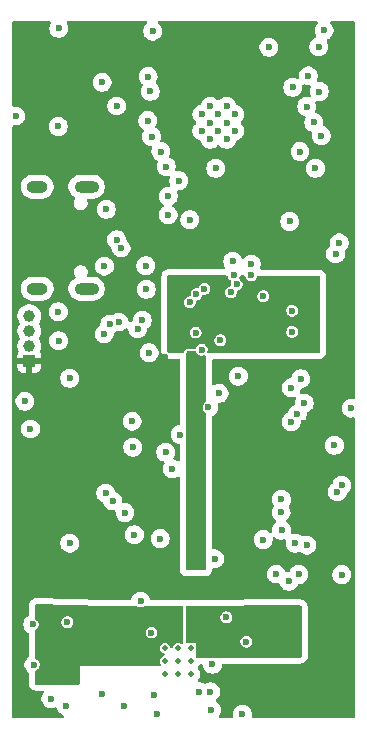
<source format=gbr>
%TF.GenerationSoftware,KiCad,Pcbnew,9.0.5*%
%TF.CreationDate,2025-11-01T11:22:36+01:00*%
%TF.ProjectId,horsesense,686f7273-6573-4656-9e73-652e6b696361,1.0*%
%TF.SameCoordinates,Original*%
%TF.FileFunction,Copper,L3,Inr*%
%TF.FilePolarity,Positive*%
%FSLAX46Y46*%
G04 Gerber Fmt 4.6, Leading zero omitted, Abs format (unit mm)*
G04 Created by KiCad (PCBNEW 9.0.5) date 2025-11-01 11:22:36*
%MOMM*%
%LPD*%
G01*
G04 APERTURE LIST*
%TA.AperFunction,HeatsinkPad*%
%ADD10C,0.600000*%
%TD*%
%TA.AperFunction,ComponentPad*%
%ADD11R,1.000000X1.000000*%
%TD*%
%TA.AperFunction,ComponentPad*%
%ADD12C,1.000000*%
%TD*%
%TA.AperFunction,HeatsinkPad*%
%ADD13C,0.500000*%
%TD*%
%TA.AperFunction,HeatsinkPad*%
%ADD14O,2.100000X1.000000*%
%TD*%
%TA.AperFunction,HeatsinkPad*%
%ADD15O,1.800000X1.000000*%
%TD*%
%TA.AperFunction,ViaPad*%
%ADD16C,0.600000*%
%TD*%
G04 APERTURE END LIST*
D10*
%TO.N,GND*%
%TO.C,U9*%
X16550000Y51570000D03*
X16550000Y50170000D03*
X17250000Y52270000D03*
X17250000Y50870000D03*
X17250000Y49470000D03*
X17950000Y51570000D03*
X17950000Y50170000D03*
X18650000Y52270000D03*
X18650000Y50870000D03*
X18650000Y49470000D03*
X19350000Y51570000D03*
X19350000Y50170000D03*
%TD*%
D11*
%TO.N,+3.3V*%
%TO.C,J4*%
X1940000Y30695000D03*
D12*
%TO.N,Net-(J4-Pin_2)*%
X1940000Y31965000D03*
%TO.N,Net-(J4-Pin_3)*%
X1940000Y33235000D03*
%TO.N,GND*%
X1940000Y34505000D03*
%TD*%
D13*
%TO.N,GND*%
%TO.C,U3*%
X13440000Y4177500D03*
X14540000Y4177500D03*
X15640000Y4177500D03*
X13440000Y5277500D03*
X14540000Y5277500D03*
X15640000Y5277500D03*
X13440000Y6377500D03*
X14540000Y6377500D03*
X15640000Y6377500D03*
%TD*%
D14*
%TO.N,GND*%
%TO.C,J1*%
X6795000Y45450000D03*
D15*
X2615000Y45450000D03*
D14*
X6795000Y36810000D03*
D15*
X2615000Y36810000D03*
%TD*%
D16*
%TO.N,+3.3V*%
X4490000Y56960000D03*
X11530000Y11740000D03*
X13440000Y31000000D03*
X21430000Y30600000D03*
X3930000Y27290000D03*
X7260000Y34010000D03*
X25200000Y25470000D03*
X9330000Y30440000D03*
X26740000Y12850000D03*
X4660000Y53540000D03*
X1080000Y870000D03*
X13930000Y38936513D03*
%TO.N,GND*%
X2230000Y8400000D03*
X24185602Y33167021D03*
X11810000Y38770000D03*
X20320000Y6930000D03*
X9960000Y1481000D03*
X18111147Y32460553D03*
X2330000Y4980000D03*
X24921000Y29190000D03*
X10690000Y23400000D03*
X5070000Y1481000D03*
X12390000Y58630000D03*
X19160000Y39130000D03*
X28399000Y20190000D03*
X26900000Y58690000D03*
X4390000Y50550000D03*
X20730000Y37970000D03*
X2040000Y24940000D03*
X8270000Y32980000D03*
X11360000Y10360000D03*
X14740000Y24470000D03*
X18620000Y9000000D03*
X1570000Y27290000D03*
X21740000Y15580000D03*
X5165000Y8595000D03*
X27774265Y23555735D03*
X5365152Y29236194D03*
X17360000Y1181000D03*
X12079315Y31391131D03*
X11498045Y34132415D03*
X27870000Y39770000D03*
X10640000Y25610000D03*
X28020000Y19620000D03*
X3770000Y2100000D03*
X4430000Y58860000D03*
X24119000Y28420000D03*
X11840000Y36760000D03*
X8400000Y19510000D03*
X28399000Y12610000D03*
X5360000Y15280000D03*
X4410000Y34860000D03*
X19646949Y29413051D03*
X8100000Y54290000D03*
X25222000Y27130000D03*
X12280000Y7700000D03*
%TO.N,+1.8V*%
X13940000Y36760000D03*
X18321279Y31688641D03*
X23474000Y31790000D03*
%TO.N,VBUS*%
X12790000Y780000D03*
X8300000Y38730000D03*
X8450000Y43530000D03*
%TO.N,+BATT*%
X23150000Y8110000D03*
X16570000Y8990000D03*
%TO.N,Net-(U3-REGN)*%
X8100000Y2510000D03*
X19990000Y780000D03*
%TO.N,Vsys*%
X12420000Y9120000D03*
X7160000Y6160000D03*
X29199000Y26710000D03*
X5860000Y3830000D03*
%TO.N,SDA*%
X4420000Y32420000D03*
X17279527Y2689686D03*
X12290000Y49700000D03*
X9000000Y18850000D03*
%TO.N,SCL*%
X10040000Y17860000D03*
X11113955Y33430649D03*
X13085000Y48430000D03*
X16346615Y2694517D03*
%TO.N,Net-(U9-IO0)*%
X800000Y51440000D03*
X22230000Y57262000D03*
%TO.N,MAX_MOSI_1_8*%
X19246611Y37949490D03*
X16761405Y36792178D03*
%TO.N,MAX_SCLK_1_8*%
X15532987Y35658976D03*
X19503765Y37191946D03*
%TO.N,MAX_MISO_1_8*%
X19017074Y36513000D03*
X16090000Y36357185D03*
%TO.N,INT_BAT*%
X23295029Y16354971D03*
X24250000Y53870000D03*
%TO.N,CE_BAT*%
X17450000Y5020000D03*
X13690000Y43070000D03*
%TO.N,PSEL_BAT*%
X12530000Y2440000D03*
X12000000Y54780000D03*
%TO.N,GPS_JAM*%
X17720000Y47010000D03*
X22830000Y12660000D03*
%TO.N,ICM_FSYNC*%
X9530918Y33995347D03*
X12180000Y53530000D03*
%TO.N,GPS_REQ*%
X26670000Y49780000D03*
X25450000Y15110000D03*
%TO.N,GPS_TX*%
X14594265Y45960000D03*
X23260000Y17870000D03*
%TO.N,ICM_INT2*%
X8754971Y33786499D03*
X11970000Y51050000D03*
%TO.N,GPS_RST*%
X24119000Y25550000D03*
X24857363Y48424038D03*
%TO.N,ICM_INT*%
X9340784Y52283250D03*
X9326149Y40961899D03*
%TO.N,GPS_PP1*%
X26030000Y50900000D03*
X24477815Y15272185D03*
%TO.N,FLASH_SCLK*%
X20740000Y38900000D03*
X15530000Y42660000D03*
%TO.N,GPS_SEL*%
X26170000Y47000000D03*
X24622000Y26172085D03*
%TO.N,Net-(J4-Pin_3)*%
X26500000Y53510000D03*
%TO.N,GPS_RX*%
X13530000Y47160000D03*
X23290000Y18980000D03*
%TO.N,ICM_AD0*%
X26440000Y57310000D03*
X9710000Y40260000D03*
%TO.N,GPS_REF*%
X25430000Y52240000D03*
X23918083Y12040000D03*
%TO.N,Net-(J4-Pin_2)*%
X25560000Y54830000D03*
%TO.N,GPS_FIX*%
X28179000Y40690000D03*
X24760000Y12620000D03*
%TO.N,Net-(U1-PD2_IN)*%
X14060000Y21560000D03*
%TO.N,Net-(D2-K)*%
X13491469Y22967996D03*
%TO.N,Net-(D1-K)*%
X16530000Y31660000D03*
%TO.N,Net-(D3-K)*%
X16030000Y33100000D03*
X10841000Y15980000D03*
X13030000Y15660000D03*
%TO.N,Net-(U1-PD1_IN)*%
X18010000Y27950000D03*
%TO.N,PD_GND*%
X17630000Y13940000D03*
X17110000Y26780000D03*
%TO.N,FLASH_SID3*%
X13710000Y44660000D03*
X21740000Y36180000D03*
%TO.N,FLASH_SID1*%
X23980000Y42510000D03*
X24190000Y34958527D03*
%TO.N,+3.3V_LED*%
X15980000Y13470000D03*
X16460000Y15100000D03*
X16420000Y22520000D03*
X16509000Y30010000D03*
%TD*%
%TA.AperFunction,Conductor*%
%TO.N,Vsys*%
G36*
X8320000Y9980000D02*
G01*
X10978112Y9984274D01*
X11045179Y9964698D01*
X11052106Y9959836D01*
X11052683Y9959503D01*
X11052686Y9959500D01*
X11166814Y9893608D01*
X11294108Y9859500D01*
X11294110Y9859500D01*
X11425890Y9859500D01*
X11425892Y9859500D01*
X11553186Y9893608D01*
X11667314Y9959500D01*
X11667318Y9959505D01*
X11667798Y9959872D01*
X11668280Y9960059D01*
X11674352Y9963564D01*
X11674898Y9962618D01*
X11732964Y9985074D01*
X11743057Y9985504D01*
X14862198Y9990519D01*
X14929267Y9970942D01*
X14975106Y9918212D01*
X14986392Y9865710D01*
X14981181Y9067233D01*
X14980996Y9038839D01*
X14974212Y7999499D01*
X14967669Y6997231D01*
X14967526Y6975379D01*
X14967526Y6975374D01*
X14967484Y6968839D01*
X14967401Y6956148D01*
X14969302Y6926889D01*
X14974097Y6891922D01*
X14976432Y6885534D01*
X14977816Y6871575D01*
X14972928Y6845713D01*
X14971817Y6819416D01*
X14966542Y6811925D01*
X14964841Y6802921D01*
X14946745Y6783806D01*
X14931594Y6762286D01*
X14923106Y6758835D01*
X14916807Y6752181D01*
X14891252Y6745884D01*
X14866869Y6735970D01*
X14857862Y6737656D01*
X14848967Y6735464D01*
X14824062Y6743984D01*
X14798192Y6748826D01*
X14792421Y6751957D01*
X14713889Y6797298D01*
X14713890Y6797298D01*
X14704494Y6799816D01*
X14599309Y6828000D01*
X14480691Y6828000D01*
X14366114Y6797299D01*
X14366112Y6797299D01*
X14366112Y6797298D01*
X14263387Y6737989D01*
X14263384Y6737987D01*
X14179513Y6654116D01*
X14179511Y6654113D01*
X14120201Y6551386D01*
X14109774Y6512473D01*
X14073410Y6452814D01*
X14010563Y6422285D01*
X13941187Y6430580D01*
X13887309Y6475065D01*
X13870226Y6512472D01*
X13859799Y6551386D01*
X13800489Y6654113D01*
X13716613Y6737989D01*
X13613886Y6797299D01*
X13499309Y6828000D01*
X13380691Y6828000D01*
X13266114Y6797299D01*
X13266112Y6797299D01*
X13266112Y6797298D01*
X13163387Y6737989D01*
X13163384Y6737987D01*
X13079513Y6654116D01*
X13079511Y6654113D01*
X13020201Y6551386D01*
X12989500Y6436809D01*
X12989500Y6318191D01*
X13020201Y6203614D01*
X13079511Y6100887D01*
X13163387Y6017011D01*
X13266114Y5957701D01*
X13305027Y5947275D01*
X13364686Y5910910D01*
X13395215Y5848063D01*
X13386920Y5778687D01*
X13342435Y5724809D01*
X13305028Y5707727D01*
X13266114Y5697299D01*
X13266112Y5697299D01*
X13266112Y5697298D01*
X13163387Y5637989D01*
X13163384Y5637987D01*
X13079513Y5554116D01*
X13079511Y5554113D01*
X13022863Y5455996D01*
X13020201Y5451386D01*
X12989500Y5336809D01*
X12989500Y5218191D01*
X13020201Y5103614D01*
X13020202Y5103613D01*
X13066225Y5023899D01*
X13082698Y4955998D01*
X13059846Y4889971D01*
X13004925Y4846781D01*
X12957573Y4837904D01*
X7849960Y4890001D01*
X6239999Y4870001D01*
X6230785Y3423210D01*
X6210674Y3356298D01*
X6157580Y3310880D01*
X6106788Y3300000D01*
X2518928Y3300000D01*
X2451889Y3319685D01*
X2406134Y3372489D01*
X2394928Y3424029D01*
X2395154Y4384185D01*
X2414854Y4451218D01*
X2467669Y4496960D01*
X2487054Y4503927D01*
X2523186Y4513608D01*
X2637314Y4579500D01*
X2730500Y4672686D01*
X2796392Y4786814D01*
X2830500Y4914108D01*
X2830500Y5045892D01*
X2796392Y5173186D01*
X2730500Y5287314D01*
X2637314Y5380500D01*
X2580250Y5413446D01*
X2523187Y5446392D01*
X2504540Y5451388D01*
X2487341Y5455997D01*
X2427681Y5492361D01*
X2397152Y5555208D01*
X2395435Y5575800D01*
X2395464Y5697299D01*
X2395951Y7765892D01*
X11779500Y7765892D01*
X11779500Y7634109D01*
X11813608Y7506813D01*
X11846554Y7449750D01*
X11879500Y7392686D01*
X11972686Y7299500D01*
X12086814Y7233608D01*
X12214108Y7199500D01*
X12214110Y7199500D01*
X12345890Y7199500D01*
X12345892Y7199500D01*
X12473186Y7233608D01*
X12587314Y7299500D01*
X12680500Y7392686D01*
X12746392Y7506814D01*
X12780500Y7634108D01*
X12780500Y7765892D01*
X12746392Y7893186D01*
X12680500Y8007314D01*
X12587314Y8100500D01*
X12530250Y8133446D01*
X12473187Y8166392D01*
X12409539Y8183446D01*
X12345892Y8200500D01*
X12214108Y8200500D01*
X12086812Y8166392D01*
X11972686Y8100500D01*
X11972683Y8100498D01*
X11879502Y8007317D01*
X11879500Y8007314D01*
X11813608Y7893188D01*
X11779500Y7765892D01*
X2395951Y7765892D01*
X2395970Y7846336D01*
X2415670Y7913368D01*
X2457968Y7953690D01*
X2537314Y7999500D01*
X2630500Y8092686D01*
X2696392Y8206814D01*
X2730500Y8334108D01*
X2730500Y8465892D01*
X2696392Y8593186D01*
X2657302Y8660892D01*
X4664500Y8660892D01*
X4664500Y8529109D01*
X4698608Y8401813D01*
X4731554Y8344750D01*
X4764500Y8287686D01*
X4857686Y8194500D01*
X4971814Y8128608D01*
X5099108Y8094500D01*
X5099110Y8094500D01*
X5230890Y8094500D01*
X5230892Y8094500D01*
X5358186Y8128608D01*
X5472314Y8194500D01*
X5565500Y8287686D01*
X5631392Y8401814D01*
X5665500Y8529108D01*
X5665500Y8660892D01*
X5631392Y8788186D01*
X5624282Y8800500D01*
X5613679Y8818865D01*
X5565500Y8902314D01*
X5472314Y8995500D01*
X5397247Y9038840D01*
X5358187Y9061392D01*
X5294539Y9078446D01*
X5230892Y9095500D01*
X5099108Y9095500D01*
X4971812Y9061392D01*
X4857686Y8995500D01*
X4857683Y8995498D01*
X4764502Y8902317D01*
X4764500Y8902314D01*
X4698608Y8788188D01*
X4664500Y8660892D01*
X2657302Y8660892D01*
X2630500Y8707314D01*
X2537314Y8800500D01*
X2458229Y8846160D01*
X2410014Y8896728D01*
X2396231Y8953570D01*
X2396474Y9982076D01*
X2416174Y10049110D01*
X2468989Y10094853D01*
X2523166Y10106017D01*
X8320000Y9980000D01*
G37*
%TD.AperFunction*%
%TD*%
%TA.AperFunction,Conductor*%
%TO.N,+3.3V_LED*%
G36*
X16022575Y31510315D02*
G01*
X16062923Y31468000D01*
X16063608Y31466814D01*
X16129500Y31352686D01*
X16222686Y31259500D01*
X16336814Y31193608D01*
X16464108Y31159500D01*
X16464110Y31159500D01*
X16595890Y31159500D01*
X16595892Y31159500D01*
X16723186Y31193608D01*
X16724293Y31194248D01*
X16725347Y31194504D01*
X16730700Y31196720D01*
X16731045Y31195886D01*
X16792191Y31210723D01*
X16858220Y31187874D01*
X16901413Y31132955D01*
X16910298Y31086930D01*
X16912329Y27315462D01*
X16892681Y27248412D01*
X16850331Y27208009D01*
X16802689Y27180502D01*
X16802683Y27180498D01*
X16709502Y27087317D01*
X16709500Y27087314D01*
X16643608Y26973188D01*
X16609500Y26845892D01*
X16609500Y26714109D01*
X16643608Y26586813D01*
X16676554Y26529750D01*
X16709500Y26472686D01*
X16802686Y26379500D01*
X16850905Y26351661D01*
X16899120Y26301094D01*
X16912905Y26244341D01*
X16919993Y13084067D01*
X16900345Y13017017D01*
X16847565Y12971233D01*
X16795993Y12960000D01*
X15314335Y12960000D01*
X15247296Y12979685D01*
X15201541Y13032489D01*
X15190335Y13084334D01*
X15195522Y15011059D01*
X15220570Y24313746D01*
X15224794Y24345494D01*
X15240500Y24404108D01*
X15240500Y24535892D01*
X15225628Y24591395D01*
X15221404Y24623810D01*
X15239667Y31406335D01*
X15259532Y31473320D01*
X15312459Y31518933D01*
X15363667Y31530000D01*
X15955536Y31530000D01*
X16022575Y31510315D01*
G37*
%TD.AperFunction*%
%TD*%
%TA.AperFunction,Conductor*%
%TO.N,+1.8V*%
G36*
X18635891Y37942592D02*
G01*
X18702808Y37922513D01*
X18748250Y37869440D01*
X18754928Y37850691D01*
X18780219Y37756304D01*
X18846111Y37642176D01*
X18939297Y37548990D01*
X18979855Y37525574D01*
X19028070Y37475007D01*
X19041294Y37406400D01*
X19037630Y37386095D01*
X19003265Y37257840D01*
X19003265Y37122604D01*
X18983580Y37055565D01*
X18930776Y37009810D01*
X18911361Y37002831D01*
X18880446Y36994547D01*
X18823886Y36979392D01*
X18709760Y36913500D01*
X18709757Y36913498D01*
X18616576Y36820317D01*
X18616574Y36820314D01*
X18550682Y36706188D01*
X18534660Y36646392D01*
X18516574Y36578892D01*
X18516574Y36447108D01*
X18531426Y36391679D01*
X18550682Y36319813D01*
X18571662Y36283476D01*
X18616574Y36205686D01*
X18709760Y36112500D01*
X18808595Y36055437D01*
X18818234Y36049872D01*
X18823888Y36046608D01*
X18951182Y36012500D01*
X18951184Y36012500D01*
X19082964Y36012500D01*
X19082966Y36012500D01*
X19210260Y36046608D01*
X19324388Y36112500D01*
X19417574Y36205686D01*
X19440787Y36245892D01*
X21239500Y36245892D01*
X21239500Y36114109D01*
X21273608Y35986813D01*
X21291001Y35956688D01*
X21339500Y35872686D01*
X21432686Y35779500D01*
X21546814Y35713608D01*
X21674108Y35679500D01*
X21674110Y35679500D01*
X21805890Y35679500D01*
X21805892Y35679500D01*
X21933186Y35713608D01*
X22047314Y35779500D01*
X22140500Y35872686D01*
X22206392Y35986814D01*
X22240500Y36114108D01*
X22240500Y36245892D01*
X22206392Y36373186D01*
X22140500Y36487314D01*
X22047314Y36580500D01*
X21990250Y36613446D01*
X21933187Y36646392D01*
X21865598Y36664502D01*
X21805892Y36680500D01*
X21674108Y36680500D01*
X21546812Y36646392D01*
X21432686Y36580500D01*
X21432683Y36580498D01*
X21339502Y36487317D01*
X21339500Y36487314D01*
X21273608Y36373188D01*
X21239500Y36245892D01*
X19440787Y36245892D01*
X19483466Y36319814D01*
X19517574Y36447108D01*
X19517574Y36578892D01*
X19517574Y36582343D01*
X19537259Y36649382D01*
X19590063Y36695137D01*
X19609470Y36702114D01*
X19696951Y36725554D01*
X19811079Y36791446D01*
X19904265Y36884632D01*
X19970157Y36998760D01*
X20004265Y37126054D01*
X20004265Y37257838D01*
X19970157Y37385132D01*
X19904265Y37499260D01*
X19811079Y37592446D01*
X19811077Y37592447D01*
X19811075Y37592449D01*
X19770520Y37615863D01*
X19751300Y37636020D01*
X19729830Y37653747D01*
X19727526Y37660953D01*
X19722304Y37666430D01*
X19717034Y37693776D01*
X19708555Y37720299D01*
X19709844Y37731082D01*
X19709082Y37735037D01*
X19712745Y37755343D01*
X19713002Y37756303D01*
X19713003Y37756304D01*
X19736363Y37843486D01*
X19772727Y37903145D01*
X19835574Y37933674D01*
X19856856Y37935388D01*
X20127129Y37933794D01*
X20194050Y37913714D01*
X20239492Y37860641D01*
X20246171Y37841890D01*
X20263608Y37776813D01*
X20275449Y37756304D01*
X20329500Y37662686D01*
X20422686Y37569500D01*
X20536814Y37503608D01*
X20664108Y37469500D01*
X20664110Y37469500D01*
X20795890Y37469500D01*
X20795892Y37469500D01*
X20923186Y37503608D01*
X21037314Y37569500D01*
X21130500Y37662686D01*
X21196392Y37776814D01*
X21211923Y37834780D01*
X21248286Y37894438D01*
X21311132Y37924968D01*
X21332422Y37926683D01*
X26466734Y37896392D01*
X26533654Y37876312D01*
X26579096Y37823239D01*
X26590000Y37772394D01*
X26590000Y31511529D01*
X26570315Y31444490D01*
X26517511Y31398735D01*
X26466073Y31387529D01*
X17135345Y31382025D01*
X17068294Y31401670D01*
X17022508Y31454447D01*
X17012524Y31523600D01*
X17015493Y31538105D01*
X17030500Y31594108D01*
X17030500Y31725892D01*
X16996392Y31853186D01*
X16930500Y31967314D01*
X16837314Y32060500D01*
X16780250Y32093446D01*
X16723187Y32126392D01*
X16622998Y32153237D01*
X16595892Y32160500D01*
X16464108Y32160500D01*
X16336812Y32126392D01*
X16222686Y32060500D01*
X16222683Y32060498D01*
X16129502Y31967317D01*
X16129500Y31967314D01*
X16063608Y31853188D01*
X16056701Y31827407D01*
X16020336Y31767746D01*
X15957489Y31737217D01*
X15936926Y31735500D01*
X15363667Y31735500D01*
X15328939Y31731791D01*
X15320256Y31730863D01*
X15303917Y31727332D01*
X15269049Y31719796D01*
X15269031Y31719792D01*
X15269028Y31719791D01*
X15259131Y31717394D01*
X15259124Y31717391D01*
X15178306Y31674604D01*
X15178297Y31674598D01*
X15125386Y31628998D01*
X15125380Y31628993D01*
X15107374Y31611444D01*
X15107373Y31611443D01*
X15062513Y31531751D01*
X15062513Y31531750D01*
X15044043Y31469467D01*
X15006110Y31410790D01*
X14942476Y31381937D01*
X14925233Y31380722D01*
X13816002Y31380068D01*
X13800485Y31384221D01*
X13786694Y31383564D01*
X13753928Y31396681D01*
X13747314Y31400500D01*
X13681999Y31438210D01*
X13633784Y31488778D01*
X13620000Y31545597D01*
X13620000Y32526445D01*
X17610647Y32526445D01*
X17610647Y32394662D01*
X17644755Y32267366D01*
X17677701Y32210303D01*
X17710647Y32153239D01*
X17803833Y32060053D01*
X17917961Y31994161D01*
X18045255Y31960053D01*
X18045257Y31960053D01*
X18177037Y31960053D01*
X18177039Y31960053D01*
X18304333Y31994161D01*
X18418461Y32060053D01*
X18511647Y32153239D01*
X18577539Y32267367D01*
X18611647Y32394661D01*
X18611647Y32526445D01*
X18577539Y32653739D01*
X18511647Y32767867D01*
X18418461Y32861053D01*
X18339201Y32906814D01*
X18304334Y32926945D01*
X18240686Y32943999D01*
X18177039Y32961053D01*
X18045255Y32961053D01*
X17917959Y32926945D01*
X17803833Y32861053D01*
X17803830Y32861051D01*
X17710649Y32767870D01*
X17710647Y32767867D01*
X17644755Y32653741D01*
X17610647Y32526445D01*
X13620000Y32526445D01*
X13620000Y33165892D01*
X15529500Y33165892D01*
X15529500Y33034109D01*
X15563608Y32906813D01*
X15590028Y32861053D01*
X15629500Y32792686D01*
X15722686Y32699500D01*
X15836814Y32633608D01*
X15964108Y32599500D01*
X15964110Y32599500D01*
X16095890Y32599500D01*
X16095892Y32599500D01*
X16223186Y32633608D01*
X16337314Y32699500D01*
X16430500Y32792686D01*
X16496392Y32906814D01*
X16530500Y33034108D01*
X16530500Y33165892D01*
X16512542Y33232913D01*
X23685102Y33232913D01*
X23685102Y33101130D01*
X23719210Y32973834D01*
X23746282Y32926945D01*
X23785102Y32859707D01*
X23878288Y32766521D01*
X23992416Y32700629D01*
X24119710Y32666521D01*
X24119712Y32666521D01*
X24251492Y32666521D01*
X24251494Y32666521D01*
X24378788Y32700629D01*
X24492916Y32766521D01*
X24586102Y32859707D01*
X24651994Y32973835D01*
X24686102Y33101129D01*
X24686102Y33232913D01*
X24651994Y33360207D01*
X24586102Y33474335D01*
X24492916Y33567521D01*
X24435795Y33600500D01*
X24378789Y33633413D01*
X24315141Y33650467D01*
X24251494Y33667521D01*
X24119710Y33667521D01*
X23992414Y33633413D01*
X23878288Y33567521D01*
X23878285Y33567519D01*
X23785104Y33474338D01*
X23785102Y33474335D01*
X23719210Y33360209D01*
X23685102Y33232913D01*
X16512542Y33232913D01*
X16496392Y33293186D01*
X16430500Y33407314D01*
X16337314Y33500500D01*
X16280250Y33533446D01*
X16223187Y33566392D01*
X16159539Y33583446D01*
X16095892Y33600500D01*
X15964108Y33600500D01*
X15836812Y33566392D01*
X15722686Y33500500D01*
X15722683Y33500498D01*
X15629502Y33407317D01*
X15629500Y33407314D01*
X15563608Y33293188D01*
X15529500Y33165892D01*
X13620000Y33165892D01*
X13620000Y35024419D01*
X23689500Y35024419D01*
X23689500Y34892636D01*
X23723608Y34765340D01*
X23756554Y34708277D01*
X23789500Y34651213D01*
X23882686Y34558027D01*
X23996814Y34492135D01*
X24124108Y34458027D01*
X24124110Y34458027D01*
X24255890Y34458027D01*
X24255892Y34458027D01*
X24383186Y34492135D01*
X24497314Y34558027D01*
X24590500Y34651213D01*
X24656392Y34765341D01*
X24690500Y34892635D01*
X24690500Y35024419D01*
X24656392Y35151713D01*
X24590500Y35265841D01*
X24497314Y35359027D01*
X24440250Y35391973D01*
X24383187Y35424919D01*
X24319539Y35441973D01*
X24255892Y35459027D01*
X24124108Y35459027D01*
X23996812Y35424919D01*
X23882686Y35359027D01*
X23882683Y35359025D01*
X23789502Y35265844D01*
X23789500Y35265841D01*
X23723608Y35151715D01*
X23689500Y35024419D01*
X13620000Y35024419D01*
X13620000Y35724868D01*
X15032487Y35724868D01*
X15032487Y35593085D01*
X15066595Y35465789D01*
X15090192Y35424919D01*
X15132487Y35351662D01*
X15225673Y35258476D01*
X15339801Y35192584D01*
X15467095Y35158476D01*
X15467097Y35158476D01*
X15598877Y35158476D01*
X15598879Y35158476D01*
X15726173Y35192584D01*
X15840301Y35258476D01*
X15933487Y35351662D01*
X15999379Y35465790D01*
X16033487Y35593084D01*
X16033487Y35724868D01*
X16033487Y35732685D01*
X16053172Y35799724D01*
X16105976Y35845479D01*
X16147965Y35854614D01*
X16147832Y35855624D01*
X16155883Y35856685D01*
X16155892Y35856685D01*
X16283186Y35890793D01*
X16397314Y35956685D01*
X16490500Y36049871D01*
X16556392Y36163999D01*
X16566032Y36199980D01*
X16602396Y36259639D01*
X16665243Y36290169D01*
X16687386Y36290564D01*
X16687386Y36291678D01*
X16827295Y36291678D01*
X16827297Y36291678D01*
X16954591Y36325786D01*
X17068719Y36391678D01*
X17161905Y36484864D01*
X17227797Y36598992D01*
X17261905Y36726286D01*
X17261905Y36858070D01*
X17227797Y36985364D01*
X17161905Y37099492D01*
X17068719Y37192678D01*
X17011655Y37225624D01*
X16954592Y37258570D01*
X16890944Y37275624D01*
X16827297Y37292678D01*
X16695513Y37292678D01*
X16568217Y37258570D01*
X16454091Y37192678D01*
X16454088Y37192676D01*
X16360907Y37099495D01*
X16360905Y37099492D01*
X16295012Y36985364D01*
X16285371Y36949382D01*
X16249005Y36889723D01*
X16186158Y36859195D01*
X16164019Y36858795D01*
X16164019Y36857685D01*
X16024108Y36857685D01*
X15896812Y36823577D01*
X15782686Y36757685D01*
X15782683Y36757683D01*
X15689502Y36664502D01*
X15689500Y36664499D01*
X15623608Y36550373D01*
X15589500Y36423077D01*
X15589500Y36283476D01*
X15569815Y36216437D01*
X15517011Y36170682D01*
X15475021Y36161548D01*
X15475155Y36160537D01*
X15467095Y36159476D01*
X15339799Y36125368D01*
X15225673Y36059476D01*
X15225670Y36059474D01*
X15132489Y35966293D01*
X15132487Y35966290D01*
X15066595Y35852164D01*
X15032487Y35724868D01*
X13620000Y35724868D01*
X13620000Y37847451D01*
X13639685Y37914490D01*
X13692489Y37960245D01*
X13744727Y37971449D01*
X18635891Y37942592D01*
G37*
%TD.AperFunction*%
%TD*%
%TA.AperFunction,Conductor*%
%TO.N,+BATT*%
G36*
X24952959Y9980271D02*
G01*
X24998754Y9927503D01*
X25010000Y9875904D01*
X25010000Y5703311D01*
X24990315Y5636272D01*
X24937511Y5590517D01*
X24886691Y5579313D01*
X16165062Y5530701D01*
X16097914Y5550012D01*
X16051865Y5602560D01*
X16040375Y5655715D01*
X16044383Y6144697D01*
X16058214Y6195475D01*
X16056689Y6196106D01*
X16059798Y6203613D01*
X16059799Y6203614D01*
X16090500Y6318191D01*
X16090500Y6436809D01*
X16059799Y6551386D01*
X16059796Y6551392D01*
X16057593Y6556710D01*
X16048157Y6605179D01*
X16050000Y6830000D01*
X16049999Y6830000D01*
X15296894Y6830000D01*
X15287818Y6832666D01*
X15278447Y6831380D01*
X15254832Y6842351D01*
X15229855Y6849685D01*
X15223662Y6856832D01*
X15215082Y6860818D01*
X15201146Y6882817D01*
X15184100Y6902489D01*
X15181759Y6913421D01*
X15177692Y6919841D01*
X15172897Y6954808D01*
X15173165Y6995892D01*
X19819500Y6995892D01*
X19819500Y6864109D01*
X19853608Y6736813D01*
X19886554Y6679750D01*
X19919500Y6622686D01*
X20012686Y6529500D01*
X20126814Y6463608D01*
X20254108Y6429500D01*
X20254110Y6429500D01*
X20385890Y6429500D01*
X20385892Y6429500D01*
X20513186Y6463608D01*
X20627314Y6529500D01*
X20720500Y6622686D01*
X20786392Y6736814D01*
X20820500Y6864108D01*
X20820500Y6995892D01*
X20786392Y7123186D01*
X20720500Y7237314D01*
X20627314Y7330500D01*
X20570250Y7363446D01*
X20513187Y7396392D01*
X20449539Y7413446D01*
X20385892Y7430500D01*
X20254108Y7430500D01*
X20126812Y7396392D01*
X20012686Y7330500D01*
X20012683Y7330498D01*
X19919502Y7237317D01*
X19919500Y7237314D01*
X19853608Y7123188D01*
X19819500Y6995892D01*
X15173165Y6995892D01*
X15173223Y7004827D01*
X15173223Y7004828D01*
X15182980Y8499501D01*
X15186677Y9065892D01*
X18119500Y9065892D01*
X18119500Y8934109D01*
X18153608Y8806813D01*
X18186554Y8749750D01*
X18219500Y8692686D01*
X18312686Y8599500D01*
X18426814Y8533608D01*
X18554108Y8499500D01*
X18554110Y8499500D01*
X18685890Y8499500D01*
X18685892Y8499500D01*
X18813186Y8533608D01*
X18927314Y8599500D01*
X19020500Y8692686D01*
X19086392Y8806814D01*
X19120500Y8934108D01*
X19120500Y9065892D01*
X19086392Y9193186D01*
X19020500Y9307314D01*
X18927314Y9400500D01*
X18870250Y9433446D01*
X18813187Y9466392D01*
X18749539Y9483446D01*
X18685892Y9500500D01*
X18554108Y9500500D01*
X18426812Y9466392D01*
X18312686Y9400500D01*
X18312683Y9400498D01*
X18219502Y9307317D01*
X18219500Y9307314D01*
X18153608Y9193188D01*
X18119500Y9065892D01*
X15186677Y9065892D01*
X15191921Y9869293D01*
X15212042Y9936201D01*
X15265144Y9981610D01*
X15315819Y9992482D01*
X24885904Y9999904D01*
X24952959Y9980271D01*
G37*
%TD.AperFunction*%
%TD*%
%TA.AperFunction,Conductor*%
%TO.N,+3.3V*%
G36*
X3716234Y59459815D02*
G01*
X3761989Y59407011D01*
X3771933Y59337853D01*
X3752297Y59286609D01*
X3720609Y59239186D01*
X3720602Y59239173D01*
X3660264Y59093502D01*
X3660261Y59093490D01*
X3629500Y58938847D01*
X3629500Y58781154D01*
X3660261Y58626511D01*
X3660264Y58626499D01*
X3720602Y58480828D01*
X3720609Y58480815D01*
X3808210Y58349712D01*
X3808213Y58349708D01*
X3919707Y58238214D01*
X3919711Y58238211D01*
X4050814Y58150610D01*
X4050827Y58150603D01*
X4196498Y58090265D01*
X4196503Y58090263D01*
X4336076Y58062500D01*
X4351153Y58059501D01*
X4351156Y58059500D01*
X4351158Y58059500D01*
X4508844Y58059500D01*
X4508845Y58059501D01*
X4663497Y58090263D01*
X4809179Y58150606D01*
X4940289Y58238211D01*
X5051789Y58349711D01*
X5139394Y58480821D01*
X5199737Y58626503D01*
X5230500Y58781158D01*
X5230500Y58938842D01*
X5230500Y58938845D01*
X5230499Y58938847D01*
X5216509Y59009179D01*
X5199737Y59093497D01*
X5155501Y59200293D01*
X5139397Y59239173D01*
X5139390Y59239186D01*
X5107703Y59286609D01*
X5086825Y59353287D01*
X5105310Y59420667D01*
X5157289Y59467357D01*
X5210805Y59479500D01*
X11811731Y59479500D01*
X11878770Y59459815D01*
X11924525Y59407011D01*
X11934469Y59337853D01*
X11905444Y59274297D01*
X11884373Y59255708D01*
X11884419Y59255653D01*
X11882880Y59254391D01*
X11880621Y59252397D01*
X11879708Y59251788D01*
X11768213Y59140293D01*
X11768210Y59140289D01*
X11680609Y59009186D01*
X11680602Y59009173D01*
X11620264Y58863502D01*
X11620261Y58863490D01*
X11589500Y58708847D01*
X11589500Y58551154D01*
X11620261Y58396511D01*
X11620264Y58396499D01*
X11680602Y58250828D01*
X11680609Y58250815D01*
X11768210Y58119712D01*
X11768213Y58119708D01*
X11879707Y58008214D01*
X11879711Y58008211D01*
X12010814Y57920610D01*
X12010827Y57920603D01*
X12099785Y57883756D01*
X12156503Y57860263D01*
X12311153Y57829501D01*
X12311156Y57829500D01*
X12311158Y57829500D01*
X12468844Y57829500D01*
X12468845Y57829501D01*
X12623497Y57860263D01*
X12769179Y57920606D01*
X12900289Y58008211D01*
X13011789Y58119711D01*
X13099394Y58250821D01*
X13159737Y58396503D01*
X13190500Y58551158D01*
X13190500Y58708842D01*
X13190500Y58708845D01*
X13190499Y58708847D01*
X13178565Y58768842D01*
X13159737Y58863497D01*
X13159735Y58863502D01*
X13099397Y59009173D01*
X13099390Y59009186D01*
X13011789Y59140289D01*
X13011786Y59140293D01*
X12900291Y59251788D01*
X12899379Y59252397D01*
X12899008Y59252840D01*
X12895581Y59255653D01*
X12896114Y59256304D01*
X12854573Y59306010D01*
X12845866Y59375334D01*
X12876020Y59438362D01*
X12935463Y59475082D01*
X12968269Y59479500D01*
X26258059Y59479500D01*
X26325098Y59459815D01*
X26370853Y59407011D01*
X26380797Y59337853D01*
X26351772Y59274297D01*
X26345740Y59267819D01*
X26278213Y59200293D01*
X26278210Y59200289D01*
X26190609Y59069186D01*
X26190602Y59069173D01*
X26130264Y58923502D01*
X26130261Y58923490D01*
X26099500Y58768847D01*
X26099500Y58611154D01*
X26130261Y58456511D01*
X26130264Y58456499D01*
X26190602Y58310828D01*
X26190609Y58310815D01*
X26231042Y58250303D01*
X26251920Y58183625D01*
X26233435Y58116245D01*
X26181456Y58069555D01*
X26175392Y58066851D01*
X26060827Y58019398D01*
X26060814Y58019391D01*
X25929711Y57931790D01*
X25929707Y57931787D01*
X25818213Y57820293D01*
X25818210Y57820289D01*
X25730609Y57689186D01*
X25730602Y57689173D01*
X25670264Y57543502D01*
X25670261Y57543490D01*
X25639500Y57388847D01*
X25639500Y57231154D01*
X25670261Y57076511D01*
X25670264Y57076499D01*
X25730602Y56930828D01*
X25730609Y56930815D01*
X25818210Y56799712D01*
X25818213Y56799708D01*
X25929707Y56688214D01*
X25929711Y56688211D01*
X26060814Y56600610D01*
X26060827Y56600603D01*
X26176694Y56552610D01*
X26206503Y56540263D01*
X26361153Y56509501D01*
X26361156Y56509500D01*
X26361158Y56509500D01*
X26518844Y56509500D01*
X26518845Y56509501D01*
X26673497Y56540263D01*
X26819179Y56600606D01*
X26950289Y56688211D01*
X27061789Y56799711D01*
X27149394Y56930821D01*
X27209737Y57076503D01*
X27240500Y57231158D01*
X27240500Y57388842D01*
X27240500Y57388845D01*
X27240499Y57388847D01*
X27209738Y57543490D01*
X27209737Y57543497D01*
X27169276Y57641179D01*
X27149397Y57689173D01*
X27149390Y57689186D01*
X27108957Y57749698D01*
X27088079Y57816375D01*
X27106563Y57883756D01*
X27158542Y57930446D01*
X27164560Y57933130D01*
X27279179Y57980606D01*
X27410289Y58068211D01*
X27521789Y58179711D01*
X27609394Y58310821D01*
X27669737Y58456503D01*
X27700500Y58611158D01*
X27700500Y58768842D01*
X27700500Y58768845D01*
X27700499Y58768847D01*
X27669738Y58923490D01*
X27669737Y58923497D01*
X27634244Y59009186D01*
X27609397Y59069173D01*
X27609390Y59069186D01*
X27521789Y59200289D01*
X27521786Y59200293D01*
X27454260Y59267819D01*
X27420775Y59329142D01*
X27425759Y59398834D01*
X27467631Y59454767D01*
X27533095Y59479184D01*
X27541941Y59479500D01*
X29375500Y59479500D01*
X29442539Y59459815D01*
X29488294Y59407011D01*
X29499500Y59355500D01*
X29499500Y27617505D01*
X29479815Y27550466D01*
X29427011Y27504711D01*
X29357853Y27494767D01*
X29351310Y27495887D01*
X29277842Y27510500D01*
X29120158Y27510500D01*
X29120155Y27510500D01*
X28965510Y27479739D01*
X28965498Y27479736D01*
X28819827Y27419398D01*
X28819814Y27419391D01*
X28688711Y27331790D01*
X28688707Y27331787D01*
X28577213Y27220293D01*
X28577210Y27220289D01*
X28489609Y27089186D01*
X28489602Y27089173D01*
X28429264Y26943502D01*
X28429261Y26943490D01*
X28398500Y26788847D01*
X28398500Y26631154D01*
X28429261Y26476511D01*
X28429264Y26476499D01*
X28489602Y26330828D01*
X28489609Y26330815D01*
X28577210Y26199712D01*
X28577213Y26199708D01*
X28688707Y26088214D01*
X28688711Y26088211D01*
X28819814Y26000610D01*
X28819827Y26000603D01*
X28898498Y25968017D01*
X28965503Y25940263D01*
X29120153Y25909501D01*
X29120156Y25909500D01*
X29120158Y25909500D01*
X29277844Y25909500D01*
X29277845Y25909501D01*
X29296658Y25913243D01*
X29351309Y25924113D01*
X29420900Y25917886D01*
X29476077Y25875023D01*
X29499322Y25809133D01*
X29499500Y25802496D01*
X29499500Y604500D01*
X29479815Y537461D01*
X29427011Y491706D01*
X29375500Y480500D01*
X20897703Y480500D01*
X20830664Y500185D01*
X20784909Y552989D01*
X20774965Y622147D01*
X20776086Y628691D01*
X20790499Y701154D01*
X20790500Y701156D01*
X20790500Y858845D01*
X20790499Y858847D01*
X20772864Y947503D01*
X20759737Y1013497D01*
X20723155Y1101815D01*
X20699397Y1159173D01*
X20699390Y1159186D01*
X20611789Y1290289D01*
X20611786Y1290293D01*
X20500292Y1401787D01*
X20500288Y1401790D01*
X20369185Y1489391D01*
X20369172Y1489398D01*
X20223501Y1549736D01*
X20223489Y1549739D01*
X20068845Y1580500D01*
X20068842Y1580500D01*
X19911158Y1580500D01*
X19911155Y1580500D01*
X19756510Y1549739D01*
X19756498Y1549736D01*
X19610827Y1489398D01*
X19610814Y1489391D01*
X19479711Y1401790D01*
X19479707Y1401787D01*
X19368213Y1290293D01*
X19368210Y1290289D01*
X19280609Y1159186D01*
X19280602Y1159173D01*
X19220264Y1013502D01*
X19220261Y1013490D01*
X19189500Y858847D01*
X19189500Y701154D01*
X19203914Y628691D01*
X19197687Y559100D01*
X19154824Y503922D01*
X19088934Y480678D01*
X19082297Y480500D01*
X18086682Y480500D01*
X18019643Y500185D01*
X17973888Y552989D01*
X17963944Y622147D01*
X17983580Y673391D01*
X18069390Y801815D01*
X18069390Y801816D01*
X18069394Y801821D01*
X18129737Y947503D01*
X18160500Y1102158D01*
X18160500Y1259842D01*
X18160500Y1259845D01*
X18160499Y1259847D01*
X18132265Y1401787D01*
X18129737Y1414497D01*
X18098714Y1489394D01*
X18069397Y1560173D01*
X18069390Y1560186D01*
X17981789Y1691289D01*
X17981786Y1691293D01*
X17870292Y1802787D01*
X17870288Y1802790D01*
X17785975Y1859127D01*
X17741170Y1912740D01*
X17732463Y1982065D01*
X17762618Y2045092D01*
X17785977Y2065333D01*
X17789816Y2067897D01*
X17901316Y2179397D01*
X17988921Y2310507D01*
X18049264Y2456189D01*
X18080027Y2610844D01*
X18080027Y2768528D01*
X18080027Y2768531D01*
X18080026Y2768533D01*
X18054983Y2894431D01*
X18049264Y2923183D01*
X18047261Y2928019D01*
X17988924Y3068859D01*
X17988917Y3068872D01*
X17901316Y3199975D01*
X17901313Y3199979D01*
X17789819Y3311473D01*
X17789815Y3311476D01*
X17658712Y3399077D01*
X17658699Y3399084D01*
X17513028Y3459422D01*
X17513016Y3459425D01*
X17358372Y3490186D01*
X17358369Y3490186D01*
X17200685Y3490186D01*
X17200682Y3490186D01*
X17046037Y3459425D01*
X17046025Y3459422D01*
X16900349Y3399082D01*
X16885574Y3389209D01*
X16818896Y3368333D01*
X16751517Y3386819D01*
X16747797Y3389210D01*
X16725794Y3403912D01*
X16725792Y3403913D01*
X16580116Y3464253D01*
X16580104Y3464256D01*
X16425460Y3495017D01*
X16425457Y3495017D01*
X16317654Y3495017D01*
X16250615Y3514702D01*
X16204860Y3567506D01*
X16194916Y3636664D01*
X16220045Y3693700D01*
X16219567Y3694019D01*
X16221384Y3696739D01*
X16221799Y3697680D01*
X16222948Y3699081D01*
X16222951Y3699084D01*
X16305084Y3822005D01*
X16361658Y3958587D01*
X16390500Y4103582D01*
X16390500Y4251418D01*
X16390500Y4251421D01*
X16361659Y4396408D01*
X16361658Y4396409D01*
X16361658Y4396413D01*
X16360912Y4398214D01*
X16305087Y4532989D01*
X16305080Y4533002D01*
X16221151Y4658610D01*
X16215911Y4675344D01*
X16206099Y4689876D01*
X16205687Y4707994D01*
X16200273Y4725287D01*
X16204908Y4742347D01*
X16204514Y4759727D01*
X16217269Y4787839D01*
X16218443Y4792156D01*
X16222244Y4798378D01*
X16222951Y4799084D01*
X16305084Y4922005D01*
X16320437Y4959072D01*
X16325484Y4967331D01*
X16344483Y4984565D01*
X16360574Y5004532D01*
X16369929Y5007646D01*
X16377236Y5014273D01*
X16402536Y5018499D01*
X16426868Y5026597D01*
X16430601Y5026674D01*
X16529923Y5027228D01*
X16597071Y5007918D01*
X16643119Y4955370D01*
X16652231Y4927422D01*
X16680261Y4786509D01*
X16680264Y4786499D01*
X16740602Y4640828D01*
X16740609Y4640815D01*
X16828210Y4509712D01*
X16828213Y4509708D01*
X16939707Y4398214D01*
X16939711Y4398211D01*
X17070814Y4310610D01*
X17070827Y4310603D01*
X17216498Y4250265D01*
X17216503Y4250263D01*
X17371153Y4219501D01*
X17371156Y4219500D01*
X17371158Y4219500D01*
X17528844Y4219500D01*
X17528845Y4219501D01*
X17683497Y4250263D01*
X17829179Y4310606D01*
X17960289Y4398211D01*
X18071789Y4509711D01*
X18159394Y4640821D01*
X18219737Y4786503D01*
X18249808Y4937683D01*
X18282192Y4999592D01*
X18342908Y5034166D01*
X18370726Y5037488D01*
X24889508Y5073821D01*
X24995522Y5085667D01*
X25046342Y5096871D01*
X25147504Y5130698D01*
X25268543Y5208486D01*
X25321347Y5254241D01*
X25415567Y5362975D01*
X25475338Y5493852D01*
X25495023Y5560891D01*
X25495024Y5560895D01*
X25515500Y5703311D01*
X25515500Y9875904D01*
X25511969Y9908682D01*
X25503906Y9983544D01*
X25503905Y9983547D01*
X25503905Y9983551D01*
X25492659Y10035150D01*
X25458411Y10137850D01*
X25380530Y10258830D01*
X25334740Y10311593D01*
X25334737Y10311596D01*
X25334735Y10311598D01*
X25225925Y10405735D01*
X25170011Y10431218D01*
X25095001Y10465405D01*
X25094996Y10465407D01*
X25029026Y10484721D01*
X25028012Y10485028D01*
X25027944Y10485038D01*
X24885512Y10505404D01*
X24885506Y10505404D01*
X15315426Y10497982D01*
X15315410Y10497981D01*
X15209786Y10486737D01*
X15164223Y10476961D01*
X15159105Y10475863D01*
X15122284Y10463800D01*
X15102683Y10463193D01*
X15083876Y10457638D01*
X15055163Y10461721D01*
X15052449Y10461636D01*
X15048955Y10462600D01*
X15034758Y10466744D01*
X15009583Y10474093D01*
X15007744Y10474728D01*
X15003831Y10475772D01*
X14861385Y10496018D01*
X12251924Y10491823D01*
X12184853Y10511400D01*
X12139014Y10564130D01*
X12130107Y10591635D01*
X12129737Y10593497D01*
X12122322Y10611399D01*
X12069397Y10739173D01*
X12069390Y10739186D01*
X11981789Y10870289D01*
X11981786Y10870293D01*
X11870292Y10981787D01*
X11870288Y10981790D01*
X11739185Y11069391D01*
X11739172Y11069398D01*
X11593501Y11129736D01*
X11593489Y11129739D01*
X11438845Y11160500D01*
X11438842Y11160500D01*
X11281158Y11160500D01*
X11281155Y11160500D01*
X11126510Y11129739D01*
X11126498Y11129736D01*
X10980827Y11069398D01*
X10980814Y11069391D01*
X10849711Y10981790D01*
X10849707Y10981787D01*
X10738213Y10870293D01*
X10738210Y10870289D01*
X10650609Y10739186D01*
X10650602Y10739173D01*
X10590264Y10593502D01*
X10590260Y10593488D01*
X10589318Y10588752D01*
X10556927Y10526844D01*
X10496208Y10492276D01*
X10467902Y10488955D01*
X8326571Y10485512D01*
X8323677Y10485541D01*
X2534154Y10611399D01*
X2421147Y10601116D01*
X2421143Y10601115D01*
X2366962Y10589950D01*
X2259107Y10554723D01*
X2259104Y10554722D01*
X2259103Y10554721D01*
X2161183Y10491823D01*
X2138046Y10476961D01*
X2085231Y10431218D01*
X1990984Y10322503D01*
X1990982Y10322501D01*
X1931187Y10191649D01*
X1931185Y10191641D01*
X1911485Y10124609D01*
X1890973Y9982193D01*
X1890789Y9202351D01*
X1871089Y9135316D01*
X1835680Y9099278D01*
X1719711Y9021790D01*
X1719707Y9021787D01*
X1608213Y8910293D01*
X1608210Y8910289D01*
X1520609Y8779186D01*
X1520602Y8779173D01*
X1460264Y8633502D01*
X1460261Y8633490D01*
X1429500Y8478847D01*
X1429500Y8321154D01*
X1460261Y8166511D01*
X1460264Y8166499D01*
X1520602Y8020828D01*
X1520609Y8020815D01*
X1608210Y7889712D01*
X1608213Y7889708D01*
X1719707Y7778214D01*
X1719711Y7778211D01*
X1835302Y7700975D01*
X1880107Y7647363D01*
X1890411Y7597844D01*
X1889967Y5714984D01*
X1870267Y5647949D01*
X1834860Y5611913D01*
X1819716Y5601794D01*
X1819707Y5601787D01*
X1708213Y5490293D01*
X1708210Y5490289D01*
X1620609Y5359186D01*
X1620602Y5359173D01*
X1560264Y5213502D01*
X1560261Y5213490D01*
X1529500Y5058847D01*
X1529500Y4901154D01*
X1560261Y4746511D01*
X1560264Y4746499D01*
X1620602Y4600828D01*
X1620609Y4600815D01*
X1708210Y4469712D01*
X1708213Y4469708D01*
X1819707Y4358214D01*
X1819712Y4358210D01*
X1834509Y4348323D01*
X1879315Y4294711D01*
X1889620Y4245191D01*
X1889427Y3424157D01*
X1900969Y3316628D01*
X1912175Y3265090D01*
X1946315Y3162495D01*
X2024098Y3041463D01*
X2024107Y3041452D01*
X2069851Y2988660D01*
X2069854Y2988657D01*
X2069858Y2988653D01*
X2178592Y2894433D01*
X2178595Y2894432D01*
X2178596Y2894431D01*
X2276466Y2849734D01*
X2309469Y2834662D01*
X2376508Y2814977D01*
X2376512Y2814976D01*
X2518928Y2794500D01*
X3039309Y2794500D01*
X3106348Y2774815D01*
X3152103Y2722011D01*
X3162047Y2652853D01*
X3142411Y2601609D01*
X3060609Y2479186D01*
X3060602Y2479173D01*
X3000264Y2333502D01*
X3000261Y2333490D01*
X2969500Y2178847D01*
X2969500Y2021154D01*
X3000261Y1866511D01*
X3000264Y1866499D01*
X3060602Y1720828D01*
X3060609Y1720815D01*
X3148210Y1589712D01*
X3148213Y1589708D01*
X3259707Y1478214D01*
X3259711Y1478211D01*
X3390814Y1390610D01*
X3390827Y1390603D01*
X3536498Y1330265D01*
X3536503Y1330263D01*
X3691153Y1299501D01*
X3691156Y1299500D01*
X3691158Y1299500D01*
X3848844Y1299500D01*
X3848845Y1299501D01*
X4003497Y1330263D01*
X4122871Y1379710D01*
X4192340Y1387178D01*
X4254819Y1355903D01*
X4290471Y1295814D01*
X4291940Y1289341D01*
X4300261Y1247508D01*
X4300264Y1247499D01*
X4360602Y1101828D01*
X4360609Y1101815D01*
X4448210Y970712D01*
X4448213Y970708D01*
X4559707Y859214D01*
X4559711Y859211D01*
X4690814Y771610D01*
X4690827Y771603D01*
X4817676Y719061D01*
X4872080Y675220D01*
X4894145Y608926D01*
X4876866Y541227D01*
X4825729Y493616D01*
X4770224Y480500D01*
X624500Y480500D01*
X557461Y500185D01*
X511706Y552989D01*
X500500Y604500D01*
X500500Y15358847D01*
X4559500Y15358847D01*
X4559500Y15201154D01*
X4590261Y15046511D01*
X4590264Y15046499D01*
X4650602Y14900828D01*
X4650609Y14900815D01*
X4738210Y14769712D01*
X4738213Y14769708D01*
X4849707Y14658214D01*
X4849711Y14658211D01*
X4980814Y14570610D01*
X4980827Y14570603D01*
X5126498Y14510265D01*
X5126503Y14510263D01*
X5281153Y14479501D01*
X5281156Y14479500D01*
X5281158Y14479500D01*
X5438844Y14479500D01*
X5438845Y14479501D01*
X5593497Y14510263D01*
X5720312Y14562791D01*
X5739172Y14570603D01*
X5739172Y14570604D01*
X5739179Y14570606D01*
X5870289Y14658211D01*
X5981789Y14769711D01*
X6069394Y14900821D01*
X6129737Y15046503D01*
X6160500Y15201158D01*
X6160500Y15358842D01*
X6160500Y15358845D01*
X6160499Y15358847D01*
X6138447Y15469708D01*
X6129737Y15513497D01*
X6099922Y15585477D01*
X6069397Y15659173D01*
X6069390Y15659186D01*
X5981789Y15790289D01*
X5981786Y15790293D01*
X5870292Y15901787D01*
X5870288Y15901790D01*
X5780429Y15961832D01*
X5739185Y15989391D01*
X5739172Y15989398D01*
X5593501Y16049736D01*
X5593489Y16049739D01*
X5547701Y16058847D01*
X10040500Y16058847D01*
X10040500Y15901154D01*
X10071261Y15746511D01*
X10071264Y15746499D01*
X10131602Y15600828D01*
X10131609Y15600815D01*
X10219210Y15469712D01*
X10219213Y15469708D01*
X10330707Y15358214D01*
X10330711Y15358211D01*
X10461814Y15270610D01*
X10461827Y15270603D01*
X10607498Y15210265D01*
X10607503Y15210263D01*
X10762153Y15179501D01*
X10762156Y15179500D01*
X10762158Y15179500D01*
X10919844Y15179500D01*
X10919845Y15179501D01*
X11074497Y15210263D01*
X11220179Y15270606D01*
X11351289Y15358211D01*
X11462789Y15469711D01*
X11550394Y15600821D01*
X11607566Y15738847D01*
X12229500Y15738847D01*
X12229500Y15581154D01*
X12260261Y15426511D01*
X12260264Y15426499D01*
X12320602Y15280828D01*
X12320609Y15280815D01*
X12408210Y15149712D01*
X12408213Y15149708D01*
X12519707Y15038214D01*
X12519711Y15038211D01*
X12650814Y14950610D01*
X12650827Y14950603D01*
X12771028Y14900815D01*
X12796503Y14890263D01*
X12951153Y14859501D01*
X12951156Y14859500D01*
X12951158Y14859500D01*
X13108844Y14859500D01*
X13108845Y14859501D01*
X13263497Y14890263D01*
X13409179Y14950606D01*
X13540289Y15038211D01*
X13651789Y15149711D01*
X13739394Y15280821D01*
X13799737Y15426503D01*
X13830500Y15581158D01*
X13830500Y15738842D01*
X13830500Y15738845D01*
X13830499Y15738847D01*
X13815125Y15816135D01*
X13799737Y15893497D01*
X13792694Y15910500D01*
X13739397Y16039173D01*
X13739390Y16039186D01*
X13651789Y16170289D01*
X13651786Y16170293D01*
X13540292Y16281787D01*
X13540288Y16281790D01*
X13409185Y16369391D01*
X13409172Y16369398D01*
X13263501Y16429736D01*
X13263489Y16429739D01*
X13108845Y16460500D01*
X13108842Y16460500D01*
X12951158Y16460500D01*
X12951155Y16460500D01*
X12796510Y16429739D01*
X12796498Y16429736D01*
X12650827Y16369398D01*
X12650814Y16369391D01*
X12519711Y16281790D01*
X12519707Y16281787D01*
X12408213Y16170293D01*
X12408210Y16170289D01*
X12320609Y16039186D01*
X12320602Y16039173D01*
X12260264Y15893502D01*
X12260261Y15893490D01*
X12229500Y15738847D01*
X11607566Y15738847D01*
X11610737Y15746503D01*
X11637239Y15879737D01*
X11641500Y15901156D01*
X11641500Y16058845D01*
X11641499Y16058847D01*
X11635244Y16090293D01*
X11610737Y16213497D01*
X11610735Y16213502D01*
X11550397Y16359173D01*
X11550390Y16359186D01*
X11462789Y16490289D01*
X11462786Y16490293D01*
X11351292Y16601787D01*
X11351288Y16601790D01*
X11220185Y16689391D01*
X11220172Y16689398D01*
X11074501Y16749736D01*
X11074489Y16749739D01*
X10919845Y16780500D01*
X10919842Y16780500D01*
X10762158Y16780500D01*
X10762155Y16780500D01*
X10607510Y16749739D01*
X10607498Y16749736D01*
X10461827Y16689398D01*
X10461814Y16689391D01*
X10330711Y16601790D01*
X10330707Y16601787D01*
X10219213Y16490293D01*
X10219210Y16490289D01*
X10131609Y16359186D01*
X10131602Y16359173D01*
X10071264Y16213502D01*
X10071261Y16213490D01*
X10040500Y16058847D01*
X5547701Y16058847D01*
X5438845Y16080500D01*
X5438842Y16080500D01*
X5281158Y16080500D01*
X5281155Y16080500D01*
X5126510Y16049739D01*
X5126498Y16049736D01*
X4980827Y15989398D01*
X4980814Y15989391D01*
X4849711Y15901790D01*
X4849707Y15901787D01*
X4738213Y15790293D01*
X4738210Y15790289D01*
X4650609Y15659186D01*
X4650602Y15659173D01*
X4590264Y15513502D01*
X4590261Y15513490D01*
X4559500Y15358847D01*
X500500Y15358847D01*
X500500Y19588847D01*
X7599500Y19588847D01*
X7599500Y19431154D01*
X7630261Y19276511D01*
X7630264Y19276499D01*
X7690602Y19130828D01*
X7690609Y19130815D01*
X7778210Y18999712D01*
X7778213Y18999708D01*
X7889707Y18888214D01*
X7889711Y18888211D01*
X8020814Y18800610D01*
X8020826Y18800603D01*
X8087463Y18773002D01*
X8147924Y18747959D01*
X8202328Y18704119D01*
X8222089Y18657591D01*
X8230261Y18616508D01*
X8230263Y18616501D01*
X8290602Y18470828D01*
X8290609Y18470815D01*
X8378210Y18339712D01*
X8378213Y18339708D01*
X8489707Y18228214D01*
X8489711Y18228211D01*
X8620814Y18140610D01*
X8620827Y18140603D01*
X8728737Y18095906D01*
X8766503Y18080263D01*
X8908695Y18051979D01*
X8921153Y18049501D01*
X8921156Y18049500D01*
X8921158Y18049500D01*
X9078843Y18049500D01*
X9083474Y18050422D01*
X9091304Y18051979D01*
X9160895Y18045755D01*
X9216074Y18002894D01*
X9239322Y17937006D01*
X9239500Y17930363D01*
X9239500Y17781154D01*
X9270261Y17626511D01*
X9270264Y17626499D01*
X9330602Y17480828D01*
X9330609Y17480815D01*
X9418210Y17349712D01*
X9418213Y17349708D01*
X9529707Y17238214D01*
X9529711Y17238211D01*
X9660814Y17150610D01*
X9660827Y17150603D01*
X9806498Y17090265D01*
X9806503Y17090263D01*
X9936700Y17064365D01*
X9961153Y17059501D01*
X9961156Y17059500D01*
X9961158Y17059500D01*
X10118844Y17059500D01*
X10118845Y17059501D01*
X10273497Y17090263D01*
X10419179Y17150606D01*
X10550289Y17238211D01*
X10661789Y17349711D01*
X10749394Y17480821D01*
X10809737Y17626503D01*
X10840500Y17781158D01*
X10840500Y17938842D01*
X10840500Y17938845D01*
X10840499Y17938847D01*
X10827759Y18002894D01*
X10809737Y18093497D01*
X10790224Y18140606D01*
X10749397Y18239173D01*
X10749390Y18239186D01*
X10661789Y18370289D01*
X10661786Y18370293D01*
X10550292Y18481787D01*
X10550288Y18481790D01*
X10419185Y18569391D01*
X10419172Y18569398D01*
X10273501Y18629736D01*
X10273489Y18629739D01*
X10118845Y18660500D01*
X10118842Y18660500D01*
X9961158Y18660500D01*
X9948690Y18658020D01*
X9879099Y18664249D01*
X9823922Y18707112D01*
X9800678Y18773002D01*
X9800500Y18779638D01*
X9800500Y18928845D01*
X9800499Y18928847D01*
X9769737Y19083497D01*
X9758879Y19109711D01*
X9709397Y19229173D01*
X9709390Y19229186D01*
X9621789Y19360289D01*
X9621786Y19360293D01*
X9510292Y19471787D01*
X9510288Y19471790D01*
X9379185Y19559391D01*
X9379176Y19559396D01*
X9252073Y19612043D01*
X9197670Y19655884D01*
X9177909Y19702410D01*
X9169737Y19743497D01*
X9167152Y19749737D01*
X9109397Y19889173D01*
X9109390Y19889186D01*
X9021789Y20020289D01*
X9021786Y20020293D01*
X8910292Y20131787D01*
X8910288Y20131790D01*
X8779185Y20219391D01*
X8779172Y20219398D01*
X8633501Y20279736D01*
X8633489Y20279739D01*
X8478845Y20310500D01*
X8478842Y20310500D01*
X8321158Y20310500D01*
X8321155Y20310500D01*
X8166510Y20279739D01*
X8166498Y20279736D01*
X8020827Y20219398D01*
X8020814Y20219391D01*
X7889711Y20131790D01*
X7889707Y20131787D01*
X7778213Y20020293D01*
X7778210Y20020289D01*
X7690609Y19889186D01*
X7690602Y19889173D01*
X7630264Y19743502D01*
X7630261Y19743490D01*
X7599500Y19588847D01*
X500500Y19588847D01*
X500500Y23478847D01*
X9889500Y23478847D01*
X9889500Y23321154D01*
X9920261Y23166511D01*
X9920264Y23166499D01*
X9980602Y23020828D01*
X9980609Y23020815D01*
X10068210Y22889712D01*
X10068213Y22889708D01*
X10179707Y22778214D01*
X10179711Y22778211D01*
X10310814Y22690610D01*
X10310827Y22690603D01*
X10456498Y22630265D01*
X10456503Y22630263D01*
X10611153Y22599501D01*
X10611156Y22599500D01*
X10611158Y22599500D01*
X10768844Y22599500D01*
X10768845Y22599501D01*
X10923497Y22630263D01*
X11069179Y22690606D01*
X11200289Y22778211D01*
X11311789Y22889711D01*
X11399394Y23020821D01*
X11410173Y23046843D01*
X12690969Y23046843D01*
X12690969Y22889150D01*
X12721730Y22734507D01*
X12721733Y22734495D01*
X12782071Y22588824D01*
X12782078Y22588811D01*
X12869679Y22457708D01*
X12869682Y22457704D01*
X12981176Y22346210D01*
X12981180Y22346207D01*
X13112283Y22258606D01*
X13112296Y22258599D01*
X13199699Y22222397D01*
X13257972Y22198259D01*
X13310529Y22187805D01*
X13372438Y22155421D01*
X13407012Y22094705D01*
X13403273Y22024936D01*
X13389439Y21997298D01*
X13350608Y21939184D01*
X13350602Y21939173D01*
X13290264Y21793502D01*
X13290261Y21793490D01*
X13259500Y21638847D01*
X13259500Y21481154D01*
X13290261Y21326511D01*
X13290264Y21326499D01*
X13350602Y21180828D01*
X13350609Y21180815D01*
X13438210Y21049712D01*
X13438213Y21049708D01*
X13549707Y20938214D01*
X13549711Y20938211D01*
X13680814Y20850610D01*
X13680827Y20850603D01*
X13774534Y20811789D01*
X13826503Y20790263D01*
X13981153Y20759501D01*
X13981156Y20759500D01*
X13981158Y20759500D01*
X14138844Y20759500D01*
X14138845Y20759501D01*
X14293497Y20790263D01*
X14439179Y20850606D01*
X14439184Y20850610D01*
X14439187Y20850611D01*
X14471435Y20872159D01*
X14512706Y20899736D01*
X14579382Y20920614D01*
X14646762Y20902130D01*
X14693453Y20850152D01*
X14705597Y20796300D01*
X14685656Y13389739D01*
X14684837Y13085695D01*
X14689744Y13039174D01*
X14696245Y12977537D01*
X14707450Y12925699D01*
X14707455Y12925679D01*
X14741721Y12822497D01*
X14819506Y12701463D01*
X14819514Y12701452D01*
X14865258Y12648660D01*
X14865261Y12648657D01*
X14865265Y12648653D01*
X14973999Y12554433D01*
X14974002Y12554432D01*
X14974003Y12554431D01*
X15067947Y12511527D01*
X15104876Y12494662D01*
X15171915Y12474977D01*
X15171919Y12474976D01*
X15314335Y12454500D01*
X15314338Y12454500D01*
X16795994Y12454500D01*
X16828700Y12458021D01*
X16903575Y12466081D01*
X16903577Y12466082D01*
X16903582Y12466082D01*
X16955126Y12477309D01*
X16955130Y12477311D01*
X16955147Y12477314D01*
X17057805Y12511527D01*
X17178803Y12589380D01*
X17231583Y12635164D01*
X17231585Y12635166D01*
X17321326Y12738847D01*
X22029500Y12738847D01*
X22029500Y12581154D01*
X22060261Y12426511D01*
X22060264Y12426499D01*
X22120602Y12280828D01*
X22120609Y12280815D01*
X22208210Y12149712D01*
X22208213Y12149708D01*
X22319707Y12038214D01*
X22319711Y12038211D01*
X22450814Y11950610D01*
X22450827Y11950603D01*
X22596498Y11890265D01*
X22596503Y11890263D01*
X22751153Y11859501D01*
X22751156Y11859500D01*
X22751158Y11859500D01*
X22908843Y11859500D01*
X22937118Y11865125D01*
X23010025Y11879627D01*
X23079615Y11873400D01*
X23134793Y11830538D01*
X23148777Y11805462D01*
X23208685Y11660828D01*
X23208692Y11660815D01*
X23296293Y11529712D01*
X23296296Y11529708D01*
X23407790Y11418214D01*
X23407794Y11418211D01*
X23538897Y11330610D01*
X23538910Y11330603D01*
X23684581Y11270265D01*
X23684586Y11270263D01*
X23839236Y11239501D01*
X23839239Y11239500D01*
X23839241Y11239500D01*
X23996927Y11239500D01*
X23996928Y11239501D01*
X24151580Y11270263D01*
X24297262Y11330606D01*
X24428372Y11418211D01*
X24539872Y11529711D01*
X24627477Y11660821D01*
X24661497Y11742952D01*
X24705338Y11797356D01*
X24771632Y11819421D01*
X24776058Y11819500D01*
X24838844Y11819500D01*
X24838845Y11819501D01*
X24993497Y11850263D01*
X25106166Y11896933D01*
X25139172Y11910603D01*
X25139172Y11910604D01*
X25139179Y11910606D01*
X25270289Y11998211D01*
X25381789Y12109711D01*
X25469394Y12240821D01*
X25529737Y12386503D01*
X25560500Y12541158D01*
X25560500Y12688847D01*
X27598500Y12688847D01*
X27598500Y12531154D01*
X27629261Y12376511D01*
X27629264Y12376499D01*
X27689602Y12230828D01*
X27689609Y12230815D01*
X27777210Y12099712D01*
X27777213Y12099708D01*
X27888707Y11988214D01*
X27888711Y11988211D01*
X28019814Y11900610D01*
X28019827Y11900603D01*
X28141363Y11850262D01*
X28165503Y11840263D01*
X28320153Y11809501D01*
X28320156Y11809500D01*
X28320158Y11809500D01*
X28477844Y11809500D01*
X28477845Y11809501D01*
X28632497Y11840263D01*
X28778179Y11900606D01*
X28909289Y11988211D01*
X29020789Y12099711D01*
X29108394Y12230821D01*
X29168737Y12376503D01*
X29199500Y12531158D01*
X29199500Y12688842D01*
X29199500Y12688845D01*
X29199499Y12688847D01*
X29196991Y12701457D01*
X29168737Y12843497D01*
X29153433Y12880444D01*
X29108397Y12989173D01*
X29108390Y12989186D01*
X29020789Y13120289D01*
X29020786Y13120293D01*
X28909292Y13231787D01*
X28909288Y13231790D01*
X28778185Y13319391D01*
X28778172Y13319398D01*
X28632501Y13379736D01*
X28632489Y13379739D01*
X28477845Y13410500D01*
X28477842Y13410500D01*
X28320158Y13410500D01*
X28320155Y13410500D01*
X28165510Y13379739D01*
X28165498Y13379736D01*
X28019827Y13319398D01*
X28019814Y13319391D01*
X27888711Y13231790D01*
X27888707Y13231787D01*
X27777213Y13120293D01*
X27777210Y13120289D01*
X27689609Y12989186D01*
X27689602Y12989173D01*
X27629264Y12843502D01*
X27629261Y12843490D01*
X27598500Y12688847D01*
X25560500Y12688847D01*
X25560500Y12698842D01*
X25560500Y12698845D01*
X25560499Y12698847D01*
X25552542Y12738847D01*
X25529737Y12853497D01*
X25518575Y12880444D01*
X25469397Y12999173D01*
X25469390Y12999186D01*
X25381789Y13130289D01*
X25381786Y13130293D01*
X25270292Y13241787D01*
X25270288Y13241790D01*
X25139185Y13329391D01*
X25139172Y13329398D01*
X24993501Y13389736D01*
X24993489Y13389739D01*
X24838845Y13420500D01*
X24838842Y13420500D01*
X24681158Y13420500D01*
X24681155Y13420500D01*
X24526510Y13389739D01*
X24526498Y13389736D01*
X24380827Y13329398D01*
X24380814Y13329391D01*
X24249711Y13241790D01*
X24249707Y13241787D01*
X24138213Y13130293D01*
X24138210Y13130289D01*
X24050609Y12999186D01*
X24050602Y12999173D01*
X24016586Y12917048D01*
X24008596Y12907135D01*
X24004720Y12895003D01*
X23987088Y12880444D01*
X23972745Y12862644D01*
X23959391Y12857573D01*
X23950845Y12850515D01*
X23929025Y12846039D01*
X23916754Y12841378D01*
X23909415Y12840500D01*
X23839241Y12840500D01*
X23733362Y12819440D01*
X23728595Y12818869D01*
X23698680Y12823898D01*
X23668466Y12826601D01*
X23664564Y12829633D01*
X23659692Y12830451D01*
X23637245Y12850854D01*
X23613288Y12869464D01*
X23609708Y12875884D01*
X23607989Y12877446D01*
X23607204Y12880374D01*
X23599305Y12894539D01*
X23586398Y12925699D01*
X23555965Y12999173D01*
X23539397Y13039174D01*
X23539390Y13039186D01*
X23451789Y13170289D01*
X23451786Y13170293D01*
X23340292Y13281787D01*
X23340288Y13281790D01*
X23209185Y13369391D01*
X23209172Y13369398D01*
X23063501Y13429736D01*
X23063489Y13429739D01*
X22908845Y13460500D01*
X22908842Y13460500D01*
X22751158Y13460500D01*
X22751155Y13460500D01*
X22596510Y13429739D01*
X22596498Y13429736D01*
X22450827Y13369398D01*
X22450814Y13369391D01*
X22319711Y13281790D01*
X22319707Y13281787D01*
X22208213Y13170293D01*
X22208210Y13170289D01*
X22120609Y13039186D01*
X22120602Y13039173D01*
X22060264Y12893502D01*
X22060261Y12893490D01*
X22029500Y12738847D01*
X17321326Y12738847D01*
X17325747Y12743955D01*
X17385446Y12874865D01*
X17405094Y12941915D01*
X17418209Y13033487D01*
X17447199Y13097057D01*
X17505956Y13134863D01*
X17545066Y13138549D01*
X17545066Y13139500D01*
X17708844Y13139500D01*
X17708845Y13139501D01*
X17863497Y13170263D01*
X18009179Y13230606D01*
X18140289Y13318211D01*
X18251789Y13429711D01*
X18339394Y13560821D01*
X18399737Y13706503D01*
X18430500Y13861158D01*
X18430500Y14018842D01*
X18430500Y14018845D01*
X18430499Y14018847D01*
X18399738Y14173490D01*
X18399737Y14173497D01*
X18399735Y14173502D01*
X18339397Y14319173D01*
X18339390Y14319186D01*
X18251789Y14450289D01*
X18251786Y14450293D01*
X18140292Y14561787D01*
X18140288Y14561790D01*
X18009185Y14649391D01*
X18009172Y14649398D01*
X17863501Y14709736D01*
X17863489Y14709739D01*
X17708845Y14740500D01*
X17708842Y14740500D01*
X17551158Y14740500D01*
X17548534Y14740500D01*
X17481495Y14760185D01*
X17435740Y14812989D01*
X17424534Y14864433D01*
X17424106Y15658847D01*
X20939500Y15658847D01*
X20939500Y15501154D01*
X20970261Y15346511D01*
X20970264Y15346499D01*
X21030602Y15200828D01*
X21030609Y15200815D01*
X21118210Y15069712D01*
X21118213Y15069708D01*
X21229707Y14958214D01*
X21229711Y14958211D01*
X21360814Y14870610D01*
X21360827Y14870603D01*
X21499922Y14812989D01*
X21506503Y14810263D01*
X21661153Y14779501D01*
X21661156Y14779500D01*
X21661158Y14779500D01*
X21818844Y14779500D01*
X21818845Y14779501D01*
X21973497Y14810263D01*
X22119179Y14870606D01*
X22250289Y14958211D01*
X22361789Y15069711D01*
X22449394Y15200821D01*
X22509737Y15346503D01*
X22540500Y15501158D01*
X22540500Y15658842D01*
X22540500Y15658845D01*
X22539903Y15664907D01*
X22541995Y15665114D01*
X22547368Y15725191D01*
X22590228Y15780371D01*
X22656116Y15803620D01*
X22724114Y15787556D01*
X22750442Y15767479D01*
X22784736Y15733185D01*
X22784740Y15733182D01*
X22915843Y15645581D01*
X22915856Y15645574D01*
X23060945Y15585477D01*
X23061532Y15585234D01*
X23184128Y15560848D01*
X23216182Y15554472D01*
X23216185Y15554471D01*
X23216187Y15554471D01*
X23373873Y15554471D01*
X23373874Y15554472D01*
X23528526Y15585234D01*
X23528538Y15585240D01*
X23534353Y15587002D01*
X23534815Y15585477D01*
X23596578Y15592120D01*
X23659059Y15560848D01*
X23694715Y15500761D01*
X23696185Y15445898D01*
X23677315Y15351032D01*
X23677315Y15193339D01*
X23708076Y15038696D01*
X23708079Y15038684D01*
X23768417Y14893013D01*
X23768424Y14893000D01*
X23856025Y14761897D01*
X23856028Y14761893D01*
X23967522Y14650399D01*
X23967526Y14650396D01*
X24098629Y14562795D01*
X24098642Y14562788D01*
X24234323Y14506588D01*
X24244318Y14502448D01*
X24359680Y14479501D01*
X24398968Y14471686D01*
X24398971Y14471685D01*
X24398973Y14471685D01*
X24556659Y14471685D01*
X24556660Y14471686D01*
X24711312Y14502448D01*
X24786202Y14533469D01*
X24855668Y14540937D01*
X24918147Y14509662D01*
X24921333Y14506588D01*
X24939707Y14488214D01*
X24939711Y14488211D01*
X25070814Y14400610D01*
X25070827Y14400603D01*
X25216498Y14340265D01*
X25216503Y14340263D01*
X25371153Y14309501D01*
X25371156Y14309500D01*
X25371158Y14309500D01*
X25528844Y14309500D01*
X25528845Y14309501D01*
X25683497Y14340263D01*
X25829179Y14400606D01*
X25960289Y14488211D01*
X26071789Y14599711D01*
X26159394Y14730821D01*
X26219737Y14876503D01*
X26250500Y15031158D01*
X26250500Y15188842D01*
X26250500Y15188845D01*
X26250499Y15188847D01*
X26246239Y15210265D01*
X26219737Y15343497D01*
X26185352Y15426511D01*
X26159397Y15489173D01*
X26159390Y15489186D01*
X26071789Y15620289D01*
X26071786Y15620293D01*
X25960292Y15731787D01*
X25960288Y15731790D01*
X25829185Y15819391D01*
X25829172Y15819398D01*
X25683501Y15879736D01*
X25683489Y15879739D01*
X25528845Y15910500D01*
X25528842Y15910500D01*
X25371158Y15910500D01*
X25371155Y15910500D01*
X25216510Y15879739D01*
X25216498Y15879736D01*
X25141614Y15848718D01*
X25072144Y15841249D01*
X25009665Y15872525D01*
X25006481Y15875598D01*
X24988107Y15893972D01*
X24988103Y15893975D01*
X24857000Y15981576D01*
X24856987Y15981583D01*
X24711316Y16041921D01*
X24711304Y16041924D01*
X24556660Y16072685D01*
X24556657Y16072685D01*
X24398973Y16072685D01*
X24398970Y16072685D01*
X24244325Y16041924D01*
X24238491Y16040154D01*
X24238030Y16041674D01*
X24176230Y16035043D01*
X24113758Y16066333D01*
X24078120Y16126430D01*
X24076658Y16181260D01*
X24095529Y16276127D01*
X24095529Y16433816D01*
X24095528Y16433818D01*
X24064767Y16588461D01*
X24064766Y16588468D01*
X24022963Y16689391D01*
X24004426Y16734144D01*
X24004419Y16734157D01*
X23916818Y16865260D01*
X23916815Y16865264D01*
X23805321Y16976758D01*
X23805317Y16976761D01*
X23738979Y17021087D01*
X23694174Y17074699D01*
X23685467Y17144024D01*
X23715622Y17207052D01*
X23738974Y17227288D01*
X23770289Y17248211D01*
X23881789Y17359711D01*
X23969394Y17490821D01*
X24029737Y17636503D01*
X24060500Y17791158D01*
X24060500Y17948842D01*
X24060500Y17948845D01*
X24060499Y17948847D01*
X24049748Y18002894D01*
X24029737Y18103497D01*
X24014366Y18140606D01*
X23969397Y18249173D01*
X23969390Y18249186D01*
X23912945Y18333661D01*
X23892067Y18400338D01*
X23910551Y18467718D01*
X23912896Y18471368D01*
X23999394Y18600821D01*
X24059737Y18746503D01*
X24090500Y18901158D01*
X24090500Y19058842D01*
X24090500Y19058845D01*
X24090499Y19058847D01*
X24080381Y19109712D01*
X24059737Y19213497D01*
X24053241Y19229179D01*
X23999397Y19359173D01*
X23999390Y19359186D01*
X23911789Y19490289D01*
X23911786Y19490293D01*
X23800292Y19601787D01*
X23800287Y19601791D01*
X23800227Y19601831D01*
X23800225Y19601832D01*
X23669185Y19689391D01*
X23669172Y19689398D01*
X23646360Y19698847D01*
X27219500Y19698847D01*
X27219500Y19541154D01*
X27250261Y19386511D01*
X27250264Y19386499D01*
X27310602Y19240828D01*
X27310609Y19240815D01*
X27398210Y19109712D01*
X27398213Y19109708D01*
X27509707Y18998214D01*
X27509711Y18998211D01*
X27640814Y18910610D01*
X27640827Y18910603D01*
X27786498Y18850265D01*
X27786503Y18850263D01*
X27941153Y18819501D01*
X27941156Y18819500D01*
X27941158Y18819500D01*
X28098844Y18819500D01*
X28098845Y18819501D01*
X28253497Y18850263D01*
X28399179Y18910606D01*
X28530289Y18998211D01*
X28641789Y19109711D01*
X28729394Y19240821D01*
X28789737Y19386503D01*
X28803075Y19453563D01*
X28835458Y19515471D01*
X28855797Y19532469D01*
X28909289Y19568211D01*
X29020789Y19679711D01*
X29108394Y19810821D01*
X29168737Y19956503D01*
X29199500Y20111158D01*
X29199500Y20268842D01*
X29199500Y20268845D01*
X29199499Y20268847D01*
X29168738Y20423490D01*
X29168737Y20423497D01*
X29168735Y20423502D01*
X29108397Y20569173D01*
X29108390Y20569186D01*
X29020789Y20700289D01*
X29020786Y20700293D01*
X28909292Y20811787D01*
X28909288Y20811790D01*
X28778185Y20899391D01*
X28778172Y20899398D01*
X28632501Y20959736D01*
X28632489Y20959739D01*
X28477845Y20990500D01*
X28477842Y20990500D01*
X28320158Y20990500D01*
X28320155Y20990500D01*
X28165510Y20959739D01*
X28165498Y20959736D01*
X28019827Y20899398D01*
X28019814Y20899391D01*
X27888711Y20811790D01*
X27888707Y20811787D01*
X27777213Y20700293D01*
X27777210Y20700289D01*
X27689609Y20569186D01*
X27689602Y20569173D01*
X27629263Y20423500D01*
X27629261Y20423494D01*
X27615923Y20356438D01*
X27583537Y20294528D01*
X27563199Y20277530D01*
X27509713Y20241791D01*
X27398209Y20130288D01*
X27310609Y19999186D01*
X27310602Y19999173D01*
X27250264Y19853502D01*
X27250261Y19853490D01*
X27219500Y19698847D01*
X23646360Y19698847D01*
X23523501Y19749736D01*
X23523489Y19749739D01*
X23368845Y19780500D01*
X23368842Y19780500D01*
X23211158Y19780500D01*
X23211155Y19780500D01*
X23056510Y19749739D01*
X23056498Y19749736D01*
X22910827Y19689398D01*
X22910814Y19689391D01*
X22779711Y19601790D01*
X22779707Y19601787D01*
X22668213Y19490293D01*
X22668210Y19490289D01*
X22580609Y19359186D01*
X22580602Y19359173D01*
X22520264Y19213502D01*
X22520261Y19213490D01*
X22489500Y19058847D01*
X22489500Y18901154D01*
X22520261Y18746511D01*
X22520264Y18746499D01*
X22580602Y18600828D01*
X22580609Y18600815D01*
X22637054Y18516340D01*
X22657932Y18449663D01*
X22639448Y18382282D01*
X22637054Y18378558D01*
X22550609Y18249186D01*
X22550602Y18249173D01*
X22490264Y18103502D01*
X22490261Y18103490D01*
X22459500Y17948847D01*
X22459500Y17791154D01*
X22490261Y17636511D01*
X22490264Y17636499D01*
X22550602Y17490828D01*
X22550609Y17490815D01*
X22638210Y17359712D01*
X22638213Y17359708D01*
X22749707Y17248214D01*
X22749711Y17248211D01*
X22816049Y17203885D01*
X22860854Y17150273D01*
X22869561Y17080948D01*
X22839407Y17017920D01*
X22816050Y16997682D01*
X22784742Y16976763D01*
X22784736Y16976758D01*
X22673242Y16865264D01*
X22673239Y16865260D01*
X22585638Y16734157D01*
X22585631Y16734144D01*
X22525293Y16588473D01*
X22525290Y16588461D01*
X22494529Y16433818D01*
X22494529Y16276127D01*
X22495126Y16270064D01*
X22493039Y16269859D01*
X22487647Y16209748D01*
X22444772Y16154580D01*
X22378877Y16131350D01*
X22310883Y16147433D01*
X22284586Y16167493D01*
X22250292Y16201787D01*
X22250288Y16201790D01*
X22119185Y16289391D01*
X22119172Y16289398D01*
X21973501Y16349736D01*
X21973489Y16349739D01*
X21818845Y16380500D01*
X21818842Y16380500D01*
X21661158Y16380500D01*
X21661155Y16380500D01*
X21506510Y16349739D01*
X21506498Y16349736D01*
X21360827Y16289398D01*
X21360814Y16289391D01*
X21229711Y16201790D01*
X21229707Y16201787D01*
X21118213Y16090293D01*
X21118210Y16090289D01*
X21030609Y15959186D01*
X21030602Y15959173D01*
X20970264Y15813502D01*
X20970261Y15813490D01*
X20939500Y15658847D01*
X17424106Y15658847D01*
X17424103Y15664867D01*
X17419810Y23634582D01*
X26973765Y23634582D01*
X26973765Y23476889D01*
X27004526Y23322246D01*
X27004529Y23322234D01*
X27064867Y23176563D01*
X27064874Y23176550D01*
X27152475Y23045447D01*
X27152478Y23045443D01*
X27263972Y22933949D01*
X27263976Y22933946D01*
X27395079Y22846345D01*
X27395092Y22846338D01*
X27540763Y22786000D01*
X27540768Y22785998D01*
X27695418Y22755236D01*
X27695421Y22755235D01*
X27695423Y22755235D01*
X27853109Y22755235D01*
X27853110Y22755236D01*
X28007762Y22785998D01*
X28153444Y22846341D01*
X28284554Y22933946D01*
X28396054Y23045446D01*
X28483659Y23176556D01*
X28544002Y23322238D01*
X28574765Y23476893D01*
X28574765Y23634577D01*
X28574765Y23634580D01*
X28574764Y23634582D01*
X28573567Y23640602D01*
X28544002Y23789232D01*
X28544000Y23789237D01*
X28483662Y23934908D01*
X28483655Y23934921D01*
X28396054Y24066024D01*
X28396051Y24066028D01*
X28284557Y24177522D01*
X28284553Y24177525D01*
X28153450Y24265126D01*
X28153437Y24265133D01*
X28007766Y24325471D01*
X28007754Y24325474D01*
X27853110Y24356235D01*
X27853107Y24356235D01*
X27695423Y24356235D01*
X27695420Y24356235D01*
X27540775Y24325474D01*
X27540763Y24325471D01*
X27395092Y24265133D01*
X27395079Y24265126D01*
X27263976Y24177525D01*
X27263972Y24177522D01*
X27152478Y24066028D01*
X27152475Y24066024D01*
X27064874Y23934921D01*
X27064867Y23934908D01*
X27004529Y23789237D01*
X27004526Y23789225D01*
X26973765Y23634582D01*
X17419810Y23634582D01*
X17419807Y23640602D01*
X17419578Y24066028D01*
X17418558Y25958472D01*
X17438206Y26025519D01*
X17484109Y26067896D01*
X17489177Y26070605D01*
X17489177Y26070606D01*
X17489179Y26070606D01*
X17620289Y26158211D01*
X17731789Y26269711D01*
X17819394Y26400821D01*
X17879737Y26546503D01*
X17910500Y26701158D01*
X17910500Y26858842D01*
X17910500Y26858845D01*
X17910499Y26858847D01*
X17882162Y27001309D01*
X17888389Y27070900D01*
X17931252Y27126078D01*
X17997142Y27149322D01*
X18003779Y27149500D01*
X18088844Y27149500D01*
X18088845Y27149501D01*
X18243497Y27180263D01*
X18389179Y27240606D01*
X18520289Y27328211D01*
X18631789Y27439711D01*
X18719394Y27570821D01*
X18779737Y27716503D01*
X18810500Y27871158D01*
X18810500Y28028842D01*
X18810500Y28028845D01*
X18810499Y28028847D01*
X18804355Y28059736D01*
X18779737Y28183497D01*
X18778489Y28186511D01*
X18719397Y28329173D01*
X18719390Y28329186D01*
X18631789Y28460289D01*
X18631786Y28460293D01*
X18593232Y28498847D01*
X23318500Y28498847D01*
X23318500Y28341154D01*
X23349261Y28186511D01*
X23349264Y28186499D01*
X23409602Y28040828D01*
X23409609Y28040815D01*
X23497210Y27909712D01*
X23497213Y27909708D01*
X23608707Y27798214D01*
X23608711Y27798211D01*
X23739814Y27710610D01*
X23739827Y27710603D01*
X23885498Y27650265D01*
X23885503Y27650263D01*
X24040153Y27619501D01*
X24040156Y27619500D01*
X24040158Y27619500D01*
X24197844Y27619500D01*
X24197845Y27619501D01*
X24243831Y27628648D01*
X24358472Y27651451D01*
X24358752Y27650042D01*
X24421420Y27650607D01*
X24480537Y27613365D01*
X24510134Y27550073D01*
X24502121Y27483868D01*
X24452264Y27363502D01*
X24452261Y27363490D01*
X24421500Y27208847D01*
X24421500Y27051158D01*
X24421539Y27050761D01*
X24421500Y27050556D01*
X24421500Y27045066D01*
X24420459Y27045066D01*
X24408520Y26982115D01*
X24360454Y26931405D01*
X24345589Y26924047D01*
X24242823Y26881481D01*
X24242814Y26881476D01*
X24111711Y26793875D01*
X24111707Y26793872D01*
X24000213Y26682378D01*
X24000210Y26682374D01*
X23912609Y26551271D01*
X23912602Y26551258D01*
X23852264Y26405587D01*
X23852261Y26405578D01*
X23843599Y26362030D01*
X23811213Y26300119D01*
X23769438Y26271663D01*
X23739823Y26259396D01*
X23739814Y26259391D01*
X23608711Y26171790D01*
X23608707Y26171787D01*
X23497213Y26060293D01*
X23497210Y26060289D01*
X23409609Y25929186D01*
X23409602Y25929173D01*
X23349264Y25783502D01*
X23349261Y25783490D01*
X23318500Y25628847D01*
X23318500Y25471154D01*
X23349261Y25316511D01*
X23349264Y25316499D01*
X23409602Y25170828D01*
X23409609Y25170815D01*
X23497210Y25039712D01*
X23497213Y25039708D01*
X23608707Y24928214D01*
X23608711Y24928211D01*
X23739814Y24840610D01*
X23739827Y24840603D01*
X23885498Y24780265D01*
X23885503Y24780263D01*
X24040153Y24749501D01*
X24040156Y24749500D01*
X24040158Y24749500D01*
X24197844Y24749500D01*
X24197845Y24749501D01*
X24352497Y24780263D01*
X24498179Y24840606D01*
X24629289Y24928211D01*
X24740789Y25039711D01*
X24828394Y25170821D01*
X24829503Y25173497D01*
X24853244Y25230815D01*
X24888737Y25316503D01*
X24897399Y25360056D01*
X24929781Y25421964D01*
X24971562Y25450424D01*
X25001179Y25462691D01*
X25132289Y25550296D01*
X25243789Y25661796D01*
X25331394Y25792906D01*
X25391737Y25938588D01*
X25422500Y26093243D01*
X25422500Y26250927D01*
X25422499Y26250931D01*
X25422462Y26251308D01*
X25422500Y26251509D01*
X25422500Y26257019D01*
X25423544Y26257019D01*
X25435472Y26319956D01*
X25483530Y26370672D01*
X25498397Y26378033D01*
X25601179Y26420606D01*
X25732289Y26508211D01*
X25843789Y26619711D01*
X25931394Y26750821D01*
X25991737Y26896503D01*
X26022500Y27051158D01*
X26022500Y27208842D01*
X26022500Y27208845D01*
X26022499Y27208847D01*
X25998755Y27328214D01*
X25991737Y27363497D01*
X25960170Y27439708D01*
X25931397Y27509173D01*
X25931390Y27509186D01*
X25843789Y27640289D01*
X25843786Y27640293D01*
X25732292Y27751787D01*
X25732288Y27751790D01*
X25601185Y27839391D01*
X25601172Y27839398D01*
X25455501Y27899736D01*
X25455489Y27899739D01*
X25300845Y27930500D01*
X25300842Y27930500D01*
X25143158Y27930500D01*
X25143155Y27930500D01*
X24982528Y27898549D01*
X24982248Y27899953D01*
X24919550Y27899402D01*
X24860442Y27936659D01*
X24830861Y27999957D01*
X24838877Y28066131D01*
X24888737Y28186503D01*
X24910038Y28293591D01*
X24942422Y28355501D01*
X25003138Y28390075D01*
X25007464Y28391016D01*
X25032320Y28395961D01*
X25154497Y28420263D01*
X25300179Y28480606D01*
X25431289Y28568211D01*
X25542789Y28679711D01*
X25630394Y28810821D01*
X25690737Y28956503D01*
X25721500Y29111158D01*
X25721500Y29268842D01*
X25721500Y29268845D01*
X25721499Y29268847D01*
X25708498Y29334207D01*
X25690737Y29423497D01*
X25662407Y29491893D01*
X25630397Y29569173D01*
X25630390Y29569186D01*
X25542789Y29700289D01*
X25542786Y29700293D01*
X25431292Y29811787D01*
X25431288Y29811790D01*
X25300185Y29899391D01*
X25300172Y29899398D01*
X25154501Y29959736D01*
X25154489Y29959739D01*
X24999845Y29990500D01*
X24999842Y29990500D01*
X24842158Y29990500D01*
X24842155Y29990500D01*
X24687510Y29959739D01*
X24687498Y29959736D01*
X24541827Y29899398D01*
X24541814Y29899391D01*
X24410711Y29811790D01*
X24410707Y29811787D01*
X24299213Y29700293D01*
X24299210Y29700289D01*
X24211609Y29569186D01*
X24211602Y29569173D01*
X24151264Y29423502D01*
X24151261Y29423492D01*
X24129961Y29316410D01*
X24097576Y29254499D01*
X24036860Y29219925D01*
X24032536Y29218985D01*
X23885508Y29189739D01*
X23885498Y29189736D01*
X23739827Y29129398D01*
X23739814Y29129391D01*
X23608711Y29041790D01*
X23608707Y29041787D01*
X23497213Y28930293D01*
X23497210Y28930289D01*
X23409609Y28799186D01*
X23409602Y28799173D01*
X23349264Y28653502D01*
X23349261Y28653490D01*
X23318500Y28498847D01*
X18593232Y28498847D01*
X18520292Y28571787D01*
X18520288Y28571790D01*
X18389185Y28659391D01*
X18389172Y28659398D01*
X18243501Y28719736D01*
X18243489Y28719739D01*
X18088845Y28750500D01*
X18088842Y28750500D01*
X17931158Y28750500D01*
X17931155Y28750500D01*
X17776510Y28719739D01*
X17776498Y28719736D01*
X17630827Y28659398D01*
X17630816Y28659392D01*
X17609947Y28645447D01*
X17543270Y28624570D01*
X17475890Y28643055D01*
X17429200Y28695034D01*
X17417057Y28748483D01*
X17417030Y28799186D01*
X17416657Y29491898D01*
X18846449Y29491898D01*
X18846449Y29334205D01*
X18877210Y29179562D01*
X18877213Y29179550D01*
X18937551Y29033879D01*
X18937558Y29033866D01*
X19025159Y28902763D01*
X19025162Y28902759D01*
X19136656Y28791265D01*
X19136660Y28791262D01*
X19267763Y28703661D01*
X19267776Y28703654D01*
X19408302Y28645447D01*
X19413452Y28643314D01*
X19568102Y28612552D01*
X19568105Y28612551D01*
X19568107Y28612551D01*
X19725793Y28612551D01*
X19796175Y28626551D01*
X19796175Y28626552D01*
X19880446Y28643314D01*
X20026128Y28703657D01*
X20157238Y28791262D01*
X20268738Y28902762D01*
X20356343Y29033872D01*
X20359622Y29041787D01*
X20407489Y29157350D01*
X20416686Y29179554D01*
X20447449Y29334209D01*
X20447449Y29491893D01*
X20447449Y29491896D01*
X20447448Y29491898D01*
X20422887Y29615373D01*
X20416686Y29646548D01*
X20375292Y29746483D01*
X20356346Y29792224D01*
X20356339Y29792237D01*
X20268738Y29923340D01*
X20268735Y29923344D01*
X20157241Y30034838D01*
X20157237Y30034841D01*
X20026134Y30122442D01*
X20026121Y30122449D01*
X19880450Y30182787D01*
X19880438Y30182790D01*
X19725794Y30213551D01*
X19725791Y30213551D01*
X19568107Y30213551D01*
X19568104Y30213551D01*
X19413459Y30182790D01*
X19413447Y30182787D01*
X19267776Y30122449D01*
X19267763Y30122442D01*
X19136660Y30034841D01*
X19136656Y30034838D01*
X19025162Y29923344D01*
X19025159Y29923340D01*
X18937558Y29792237D01*
X18937551Y29792224D01*
X18877213Y29646553D01*
X18877210Y29646541D01*
X18846449Y29491898D01*
X17416657Y29491898D01*
X17415977Y30752701D01*
X17435625Y30819748D01*
X17488405Y30865532D01*
X17539900Y30876765D01*
X26466371Y30882029D01*
X26573675Y30893614D01*
X26625113Y30904820D01*
X26727504Y30938916D01*
X26827140Y31002949D01*
X26848531Y31016696D01*
X26848533Y31016698D01*
X26848543Y31016704D01*
X26901347Y31062459D01*
X26995567Y31171193D01*
X27055338Y31302070D01*
X27075023Y31369109D01*
X27075024Y31369113D01*
X27095500Y31511529D01*
X27095500Y37772394D01*
X27084262Y37878391D01*
X27084260Y37878401D01*
X27073361Y37929224D01*
X27073360Y37929228D01*
X27073359Y37929231D01*
X27073358Y37929236D01*
X27040147Y38030512D01*
X26963076Y38152009D01*
X26963071Y38152014D01*
X26963070Y38152017D01*
X26917645Y38205071D01*
X26917638Y38205077D01*
X26917634Y38205082D01*
X26809457Y38299942D01*
X26809456Y38299943D01*
X26678935Y38360485D01*
X26678933Y38360486D01*
X26635047Y38373654D01*
X26613782Y38380035D01*
X26612391Y38380476D01*
X26612016Y38380566D01*
X26469714Y38401884D01*
X21596882Y38430633D01*
X21529960Y38450713D01*
X21484518Y38503786D01*
X21474982Y38573002D01*
X21483050Y38602075D01*
X21509737Y38666503D01*
X21540500Y38821158D01*
X21540500Y38978842D01*
X21540500Y38978845D01*
X21540499Y38978847D01*
X21526115Y39051158D01*
X21509737Y39133497D01*
X21503241Y39149179D01*
X21449397Y39279173D01*
X21449390Y39279186D01*
X21361789Y39410289D01*
X21361786Y39410293D01*
X21250292Y39521787D01*
X21250288Y39521790D01*
X21119185Y39609391D01*
X21119172Y39609398D01*
X20973501Y39669736D01*
X20973489Y39669739D01*
X20818845Y39700500D01*
X20818842Y39700500D01*
X20661158Y39700500D01*
X20661155Y39700500D01*
X20506510Y39669739D01*
X20506498Y39669736D01*
X20360827Y39609398D01*
X20360814Y39609391D01*
X20229711Y39521790D01*
X20229707Y39521787D01*
X20118213Y39410293D01*
X20114347Y39405581D01*
X20113228Y39406500D01*
X20065153Y39366334D01*
X19995826Y39357638D01*
X19932804Y39387803D01*
X19901120Y39432586D01*
X19869397Y39509173D01*
X19869390Y39509186D01*
X19781789Y39640289D01*
X19781786Y39640293D01*
X19670292Y39751787D01*
X19670287Y39751791D01*
X19670227Y39751831D01*
X19670225Y39751832D01*
X19539185Y39839391D01*
X19539172Y39839398D01*
X19516360Y39848847D01*
X27069500Y39848847D01*
X27069500Y39691154D01*
X27100261Y39536511D01*
X27100264Y39536499D01*
X27160602Y39390828D01*
X27160609Y39390815D01*
X27248210Y39259712D01*
X27248213Y39259708D01*
X27359707Y39148214D01*
X27359711Y39148211D01*
X27490814Y39060610D01*
X27490827Y39060603D01*
X27628683Y39003502D01*
X27636503Y39000263D01*
X27791153Y38969501D01*
X27791156Y38969500D01*
X27791158Y38969500D01*
X27948844Y38969500D01*
X27948845Y38969501D01*
X28103497Y39000263D01*
X28249179Y39060606D01*
X28380289Y39148211D01*
X28491789Y39259711D01*
X28579394Y39390821D01*
X28639737Y39536503D01*
X28670500Y39691158D01*
X28670500Y39848842D01*
X28670500Y39848845D01*
X28670499Y39848847D01*
X28650125Y39951277D01*
X28656352Y40020868D01*
X28686553Y40062331D01*
X28684981Y40063904D01*
X28689285Y40068209D01*
X28689289Y40068211D01*
X28800789Y40179711D01*
X28888394Y40310821D01*
X28948737Y40456503D01*
X28979500Y40611158D01*
X28979500Y40768842D01*
X28979500Y40768845D01*
X28979499Y40768847D01*
X28979211Y40770293D01*
X28948737Y40923497D01*
X28933141Y40961150D01*
X28888397Y41069173D01*
X28888390Y41069186D01*
X28800789Y41200289D01*
X28800786Y41200293D01*
X28689292Y41311787D01*
X28689288Y41311790D01*
X28558185Y41399391D01*
X28558172Y41399398D01*
X28412501Y41459736D01*
X28412489Y41459739D01*
X28257845Y41490500D01*
X28257842Y41490500D01*
X28100158Y41490500D01*
X28100155Y41490500D01*
X27945510Y41459739D01*
X27945498Y41459736D01*
X27799827Y41399398D01*
X27799814Y41399391D01*
X27668711Y41311790D01*
X27668707Y41311787D01*
X27557213Y41200293D01*
X27557210Y41200289D01*
X27469609Y41069186D01*
X27469602Y41069173D01*
X27409264Y40923502D01*
X27409261Y40923490D01*
X27378500Y40768847D01*
X27378500Y40611154D01*
X27398874Y40508725D01*
X27392647Y40439133D01*
X27362467Y40397648D01*
X27364018Y40396097D01*
X27248213Y40280293D01*
X27248210Y40280289D01*
X27160609Y40149186D01*
X27160602Y40149173D01*
X27100264Y40003502D01*
X27100261Y40003490D01*
X27069500Y39848847D01*
X19516360Y39848847D01*
X19393501Y39899736D01*
X19393489Y39899739D01*
X19238845Y39930500D01*
X19238842Y39930500D01*
X19081158Y39930500D01*
X19081155Y39930500D01*
X18926510Y39899739D01*
X18926498Y39899736D01*
X18780827Y39839398D01*
X18780814Y39839391D01*
X18649711Y39751790D01*
X18649707Y39751787D01*
X18538213Y39640293D01*
X18538210Y39640289D01*
X18450609Y39509186D01*
X18450602Y39509173D01*
X18390264Y39363502D01*
X18390261Y39363490D01*
X18359500Y39208847D01*
X18359500Y39051154D01*
X18390261Y38896511D01*
X18390264Y38896499D01*
X18450602Y38750828D01*
X18450609Y38750815D01*
X18523138Y38642268D01*
X18544016Y38575590D01*
X18525531Y38508210D01*
X18473552Y38461520D01*
X18419304Y38449379D01*
X13747714Y38476941D01*
X13747707Y38476940D01*
X13638722Y38465709D01*
X13638718Y38465708D01*
X13586483Y38454505D01*
X13586480Y38454504D01*
X13482496Y38420064D01*
X13482494Y38420064D01*
X13482491Y38420062D01*
X13361462Y38342281D01*
X13361451Y38342272D01*
X13308659Y38296528D01*
X13214433Y38187787D01*
X13214430Y38187783D01*
X13154664Y38056917D01*
X13134976Y37989869D01*
X13126257Y37929224D01*
X13114500Y37847451D01*
X13114500Y31545597D01*
X13127003Y31441018D01*
X13127013Y31440934D01*
X13128748Y31426424D01*
X13142533Y31369601D01*
X13184473Y31257153D01*
X13184476Y31257147D01*
X13233814Y31187861D01*
X13267931Y31139949D01*
X13316146Y31089381D01*
X13316149Y31089378D01*
X13350386Y31062453D01*
X13429245Y31000436D01*
X13491486Y30964500D01*
X13501174Y30958907D01*
X13566059Y30927388D01*
X13598825Y30914271D01*
X13598838Y30914267D01*
X13598843Y30914265D01*
X13626714Y30905357D01*
X13667520Y30892313D01*
X13715117Y30887769D01*
X13719362Y30887287D01*
X13816300Y30874568D01*
X14608327Y30875036D01*
X14675377Y30855391D01*
X14721163Y30802614D01*
X14732399Y30750702D01*
X14717947Y25383227D01*
X14698082Y25316241D01*
X14645155Y25270628D01*
X14618139Y25261944D01*
X14506508Y25239739D01*
X14506498Y25239736D01*
X14360827Y25179398D01*
X14360814Y25179391D01*
X14229711Y25091790D01*
X14229707Y25091787D01*
X14118213Y24980293D01*
X14118210Y24980289D01*
X14030609Y24849186D01*
X14030602Y24849173D01*
X13970264Y24703502D01*
X13970261Y24703490D01*
X13939500Y24548847D01*
X13939500Y24391154D01*
X13970261Y24236511D01*
X13970264Y24236499D01*
X14030602Y24090828D01*
X14030609Y24090815D01*
X14118210Y23959712D01*
X14118213Y23959708D01*
X14229707Y23848214D01*
X14229711Y23848211D01*
X14360814Y23760610D01*
X14360827Y23760603D01*
X14506498Y23700265D01*
X14506503Y23700263D01*
X14587027Y23684246D01*
X14613222Y23679035D01*
X14675133Y23646650D01*
X14709707Y23585935D01*
X14713031Y23557084D01*
X14709700Y22320292D01*
X14689835Y22253306D01*
X14636907Y22207693D01*
X14567722Y22197936D01*
X14516809Y22217524D01*
X14439185Y22269391D01*
X14439172Y22269398D01*
X14293501Y22329736D01*
X14293491Y22329739D01*
X14240940Y22340192D01*
X14179029Y22372577D01*
X14144455Y22433293D01*
X14148196Y22503063D01*
X14162031Y22530701D01*
X14200858Y22588809D01*
X14200859Y22588812D01*
X14200863Y22588817D01*
X14261206Y22734499D01*
X14291969Y22889154D01*
X14291969Y23046838D01*
X14291969Y23046841D01*
X14291968Y23046843D01*
X14261206Y23201493D01*
X14261204Y23201498D01*
X14200866Y23347169D01*
X14200859Y23347182D01*
X14113258Y23478285D01*
X14113255Y23478289D01*
X14001761Y23589783D01*
X14001757Y23589786D01*
X13870654Y23677387D01*
X13870641Y23677394D01*
X13724970Y23737732D01*
X13724958Y23737735D01*
X13570314Y23768496D01*
X13570311Y23768496D01*
X13412627Y23768496D01*
X13412624Y23768496D01*
X13257979Y23737735D01*
X13257967Y23737732D01*
X13112296Y23677394D01*
X13112283Y23677387D01*
X12981180Y23589786D01*
X12981176Y23589783D01*
X12869682Y23478289D01*
X12869679Y23478285D01*
X12782078Y23347182D01*
X12782071Y23347169D01*
X12721733Y23201498D01*
X12721730Y23201486D01*
X12690969Y23046843D01*
X11410173Y23046843D01*
X11459737Y23166503D01*
X11490500Y23321158D01*
X11490500Y23478842D01*
X11490500Y23478845D01*
X11490499Y23478847D01*
X11459737Y23633497D01*
X11444824Y23669500D01*
X11399397Y23779173D01*
X11399390Y23779186D01*
X11311789Y23910289D01*
X11311786Y23910293D01*
X11200292Y24021787D01*
X11200288Y24021790D01*
X11069185Y24109391D01*
X11069172Y24109398D01*
X10923501Y24169736D01*
X10923489Y24169739D01*
X10768845Y24200500D01*
X10768842Y24200500D01*
X10611158Y24200500D01*
X10611155Y24200500D01*
X10456510Y24169739D01*
X10456498Y24169736D01*
X10310827Y24109398D01*
X10310814Y24109391D01*
X10179711Y24021790D01*
X10179707Y24021787D01*
X10068213Y23910293D01*
X10068210Y23910289D01*
X9980609Y23779186D01*
X9980602Y23779173D01*
X9920264Y23633502D01*
X9920261Y23633490D01*
X9889500Y23478847D01*
X500500Y23478847D01*
X500500Y25018847D01*
X1239500Y25018847D01*
X1239500Y24861154D01*
X1270261Y24706511D01*
X1270264Y24706499D01*
X1330602Y24560828D01*
X1330609Y24560815D01*
X1418210Y24429712D01*
X1418213Y24429708D01*
X1529707Y24318214D01*
X1529711Y24318211D01*
X1660814Y24230610D01*
X1660827Y24230603D01*
X1788971Y24177525D01*
X1806503Y24170263D01*
X1961153Y24139501D01*
X1961156Y24139500D01*
X1961158Y24139500D01*
X2118844Y24139500D01*
X2118845Y24139501D01*
X2273497Y24170263D01*
X2419179Y24230606D01*
X2550289Y24318211D01*
X2661789Y24429711D01*
X2749394Y24560821D01*
X2809737Y24706503D01*
X2840500Y24861158D01*
X2840500Y25018842D01*
X2840500Y25018845D01*
X2840499Y25018847D01*
X2825990Y25091789D01*
X2809737Y25173497D01*
X2807293Y25179398D01*
X2749397Y25319173D01*
X2749390Y25319186D01*
X2661789Y25450289D01*
X2661786Y25450293D01*
X2550292Y25561787D01*
X2550288Y25561790D01*
X2505327Y25591832D01*
X2419185Y25649391D01*
X2419172Y25649398D01*
X2323932Y25688847D01*
X9839500Y25688847D01*
X9839500Y25531154D01*
X9870261Y25376511D01*
X9870264Y25376499D01*
X9930602Y25230828D01*
X9930609Y25230815D01*
X10018210Y25099712D01*
X10018213Y25099708D01*
X10129707Y24988214D01*
X10129711Y24988211D01*
X10260814Y24900610D01*
X10260827Y24900603D01*
X10384992Y24849173D01*
X10406503Y24840263D01*
X10561153Y24809501D01*
X10561156Y24809500D01*
X10561158Y24809500D01*
X10718844Y24809500D01*
X10718845Y24809501D01*
X10873497Y24840263D01*
X11019179Y24900606D01*
X11150289Y24988211D01*
X11261789Y25099711D01*
X11349394Y25230821D01*
X11409737Y25376503D01*
X11440500Y25531158D01*
X11440500Y25688842D01*
X11440500Y25688845D01*
X11440499Y25688847D01*
X11436343Y25709739D01*
X11409737Y25843497D01*
X11382398Y25909500D01*
X11349397Y25989173D01*
X11349390Y25989186D01*
X11261789Y26120289D01*
X11261786Y26120293D01*
X11150292Y26231787D01*
X11150288Y26231790D01*
X11019185Y26319391D01*
X11019172Y26319398D01*
X10873501Y26379736D01*
X10873489Y26379739D01*
X10718845Y26410500D01*
X10718842Y26410500D01*
X10561158Y26410500D01*
X10561155Y26410500D01*
X10406510Y26379739D01*
X10406498Y26379736D01*
X10260827Y26319398D01*
X10260814Y26319391D01*
X10129711Y26231790D01*
X10129707Y26231787D01*
X10018213Y26120293D01*
X10018210Y26120289D01*
X9930609Y25989186D01*
X9930602Y25989173D01*
X9870264Y25843502D01*
X9870261Y25843490D01*
X9839500Y25688847D01*
X2323932Y25688847D01*
X2273501Y25709736D01*
X2273489Y25709739D01*
X2118845Y25740500D01*
X2118842Y25740500D01*
X1961158Y25740500D01*
X1961155Y25740500D01*
X1806510Y25709739D01*
X1806498Y25709736D01*
X1660827Y25649398D01*
X1660814Y25649391D01*
X1529711Y25561790D01*
X1529707Y25561787D01*
X1418213Y25450293D01*
X1418210Y25450289D01*
X1330609Y25319186D01*
X1330602Y25319173D01*
X1270264Y25173502D01*
X1270261Y25173490D01*
X1239500Y25018847D01*
X500500Y25018847D01*
X500500Y27368847D01*
X769500Y27368847D01*
X769500Y27211154D01*
X800261Y27056511D01*
X800264Y27056499D01*
X860602Y26910828D01*
X860609Y26910815D01*
X948210Y26779712D01*
X948213Y26779708D01*
X1059707Y26668214D01*
X1059711Y26668211D01*
X1190814Y26580610D01*
X1190827Y26580603D01*
X1273163Y26546499D01*
X1336503Y26520263D01*
X1491153Y26489501D01*
X1491156Y26489500D01*
X1491158Y26489500D01*
X1648844Y26489500D01*
X1648845Y26489501D01*
X1803497Y26520263D01*
X1949179Y26580606D01*
X2080289Y26668211D01*
X2191789Y26779711D01*
X2279394Y26910821D01*
X2339737Y27056503D01*
X2370500Y27211158D01*
X2370500Y27368842D01*
X2370500Y27368845D01*
X2370499Y27368847D01*
X2360445Y27419391D01*
X2339737Y27523497D01*
X2328566Y27550466D01*
X2279397Y27669173D01*
X2279390Y27669186D01*
X2191789Y27800289D01*
X2191786Y27800293D01*
X2080292Y27911787D01*
X2080288Y27911790D01*
X1949185Y27999391D01*
X1949172Y27999398D01*
X1803501Y28059736D01*
X1803489Y28059739D01*
X1648845Y28090500D01*
X1648842Y28090500D01*
X1491158Y28090500D01*
X1491155Y28090500D01*
X1336510Y28059739D01*
X1336498Y28059736D01*
X1190827Y27999398D01*
X1190814Y27999391D01*
X1059711Y27911790D01*
X1059707Y27911787D01*
X948213Y27800293D01*
X948210Y27800289D01*
X860609Y27669186D01*
X860602Y27669173D01*
X800264Y27523502D01*
X800261Y27523490D01*
X769500Y27368847D01*
X500500Y27368847D01*
X500500Y29315041D01*
X4564652Y29315041D01*
X4564652Y29157348D01*
X4595413Y29002705D01*
X4595416Y29002693D01*
X4655754Y28857022D01*
X4655761Y28857009D01*
X4743362Y28725906D01*
X4743365Y28725902D01*
X4854859Y28614408D01*
X4854863Y28614405D01*
X4985966Y28526804D01*
X4985979Y28526797D01*
X5097486Y28480610D01*
X5131655Y28466457D01*
X5286305Y28435695D01*
X5286308Y28435694D01*
X5286310Y28435694D01*
X5443996Y28435694D01*
X5443997Y28435695D01*
X5598649Y28466457D01*
X5744331Y28526800D01*
X5875441Y28614405D01*
X5986941Y28725905D01*
X6074546Y28857015D01*
X6134889Y29002697D01*
X6165652Y29157352D01*
X6165652Y29315036D01*
X6165652Y29315039D01*
X6165651Y29315041D01*
X6144079Y29423490D01*
X6134889Y29469691D01*
X6125693Y29491893D01*
X6074549Y29615367D01*
X6074542Y29615380D01*
X5986941Y29746483D01*
X5986938Y29746487D01*
X5875444Y29857981D01*
X5875440Y29857984D01*
X5744337Y29945585D01*
X5744324Y29945592D01*
X5598653Y30005930D01*
X5598641Y30005933D01*
X5443997Y30036694D01*
X5443994Y30036694D01*
X5286310Y30036694D01*
X5286307Y30036694D01*
X5131662Y30005933D01*
X5131650Y30005930D01*
X4985979Y29945592D01*
X4985966Y29945585D01*
X4854863Y29857984D01*
X4854859Y29857981D01*
X4743365Y29746487D01*
X4743362Y29746483D01*
X4655761Y29615380D01*
X4655754Y29615367D01*
X4595416Y29469696D01*
X4595413Y29469684D01*
X4564652Y29315041D01*
X500500Y29315041D01*
X500500Y30147156D01*
X940000Y30147156D01*
X946401Y30087628D01*
X946403Y30087621D01*
X996645Y29952914D01*
X996649Y29952907D01*
X1082809Y29837813D01*
X1082812Y29837810D01*
X1197906Y29751650D01*
X1197913Y29751646D01*
X1332620Y29701404D01*
X1332627Y29701402D01*
X1392155Y29695001D01*
X1392172Y29695000D01*
X1690000Y29695000D01*
X2190000Y29695000D01*
X2487828Y29695000D01*
X2487844Y29695001D01*
X2547372Y29701402D01*
X2547379Y29701404D01*
X2682086Y29751646D01*
X2682093Y29751650D01*
X2797187Y29837810D01*
X2797190Y29837813D01*
X2883350Y29952907D01*
X2883354Y29952914D01*
X2933596Y30087621D01*
X2933598Y30087628D01*
X2939999Y30147156D01*
X2940000Y30147173D01*
X2940000Y30445000D01*
X2190000Y30445000D01*
X2190000Y29695000D01*
X1690000Y29695000D01*
X1690000Y30445000D01*
X940000Y30445000D01*
X940000Y30147156D01*
X500500Y30147156D01*
X500500Y34406457D01*
X939499Y34406457D01*
X977947Y34213171D01*
X977950Y34213161D01*
X1048812Y34042085D01*
X1053368Y34031086D01*
X1070636Y34005243D01*
X1114971Y33938890D01*
X1135848Y33872213D01*
X1117363Y33804833D01*
X1114971Y33801110D01*
X1053366Y33708911D01*
X977950Y33526840D01*
X977947Y33526830D01*
X939500Y33333544D01*
X939500Y33333541D01*
X939500Y33136459D01*
X939500Y33136457D01*
X939499Y33136457D01*
X977947Y32943171D01*
X977950Y32943161D01*
X1037589Y32799179D01*
X1053368Y32761086D01*
X1079982Y32721255D01*
X1114971Y32668890D01*
X1135848Y32602213D01*
X1117363Y32534833D01*
X1114971Y32531110D01*
X1053366Y32438911D01*
X977950Y32256840D01*
X977947Y32256830D01*
X939500Y32063544D01*
X939500Y32063541D01*
X939500Y31866459D01*
X939500Y31866457D01*
X939499Y31866457D01*
X977947Y31673171D01*
X977950Y31673161D01*
X1020540Y31570340D01*
X1028009Y31500871D01*
X1005248Y31448580D01*
X996648Y31437092D01*
X996645Y31437087D01*
X946403Y31302380D01*
X946401Y31302373D01*
X940000Y31242845D01*
X940000Y30945000D01*
X1730382Y30945000D01*
X1679936Y30894554D01*
X1637149Y30820445D01*
X1615000Y30737787D01*
X1615000Y30652213D01*
X1637149Y30569555D01*
X1679936Y30495446D01*
X1740446Y30434936D01*
X1814555Y30392149D01*
X1897213Y30370000D01*
X1982787Y30370000D01*
X2065445Y30392149D01*
X2139554Y30434936D01*
X2200064Y30495446D01*
X2242851Y30569555D01*
X2265000Y30652213D01*
X2265000Y30737787D01*
X2242851Y30820445D01*
X2200064Y30894554D01*
X2149618Y30945000D01*
X2940000Y30945000D01*
X2940000Y31242828D01*
X2939999Y31242845D01*
X2933598Y31302373D01*
X2933596Y31302380D01*
X2888632Y31422933D01*
X2866739Y31460705D01*
X2864472Y31469978D01*
X11278815Y31469978D01*
X11278815Y31312285D01*
X11309576Y31157642D01*
X11309579Y31157630D01*
X11369917Y31011959D01*
X11369924Y31011946D01*
X11457525Y30880843D01*
X11457528Y30880839D01*
X11569022Y30769345D01*
X11569026Y30769342D01*
X11700129Y30681741D01*
X11700142Y30681734D01*
X11845813Y30621396D01*
X11845818Y30621394D01*
X12000468Y30590632D01*
X12000471Y30590631D01*
X12000473Y30590631D01*
X12158159Y30590631D01*
X12158160Y30590632D01*
X12312812Y30621394D01*
X12458494Y30681737D01*
X12589604Y30769342D01*
X12701104Y30880842D01*
X12788709Y31011952D01*
X12849052Y31157634D01*
X12879815Y31312289D01*
X12879815Y31469973D01*
X12849052Y31624628D01*
X12828949Y31673161D01*
X12788712Y31770304D01*
X12788705Y31770317D01*
X12701104Y31901420D01*
X12701101Y31901424D01*
X12589607Y32012918D01*
X12589603Y32012921D01*
X12458500Y32100522D01*
X12458487Y32100529D01*
X12312816Y32160867D01*
X12312804Y32160870D01*
X12158160Y32191631D01*
X12158157Y32191631D01*
X12000473Y32191631D01*
X12000470Y32191631D01*
X11845825Y32160870D01*
X11845813Y32160867D01*
X11700142Y32100529D01*
X11700129Y32100522D01*
X11569026Y32012921D01*
X11569022Y32012918D01*
X11457528Y31901424D01*
X11457525Y31901420D01*
X11369924Y31770317D01*
X11369917Y31770304D01*
X11309579Y31624633D01*
X11309576Y31624621D01*
X11278815Y31469978D01*
X2864472Y31469978D01*
X2860103Y31487854D01*
X2850336Y31514042D01*
X2851678Y31522327D01*
X2850151Y31528577D01*
X2854951Y31542524D01*
X2859458Y31570337D01*
X2902051Y31673165D01*
X2921376Y31770317D01*
X2940500Y31866457D01*
X2940500Y32063544D01*
X2902052Y32256830D01*
X2902051Y32256831D01*
X2902051Y32256835D01*
X2867125Y32341154D01*
X2826635Y32438908D01*
X2826633Y32438912D01*
X2826632Y32438914D01*
X2786586Y32498847D01*
X3619500Y32498847D01*
X3619500Y32341154D01*
X3650261Y32186511D01*
X3650264Y32186499D01*
X3710602Y32040828D01*
X3710609Y32040815D01*
X3798210Y31909712D01*
X3798213Y31909708D01*
X3909707Y31798214D01*
X3909711Y31798211D01*
X4040814Y31710610D01*
X4040827Y31710603D01*
X4186498Y31650265D01*
X4186503Y31650263D01*
X4341153Y31619501D01*
X4341156Y31619500D01*
X4341158Y31619500D01*
X4498844Y31619500D01*
X4498845Y31619501D01*
X4653497Y31650263D01*
X4799179Y31710606D01*
X4930289Y31798211D01*
X5041789Y31909711D01*
X5129394Y32040821D01*
X5189737Y32186503D01*
X5220500Y32341158D01*
X5220500Y32498842D01*
X5220500Y32498845D01*
X5220499Y32498847D01*
X5213341Y32534833D01*
X5189737Y32653497D01*
X5161671Y32721255D01*
X5129397Y32799173D01*
X5129390Y32799186D01*
X5041789Y32930289D01*
X5041786Y32930293D01*
X4930292Y33041787D01*
X4930288Y33041790D01*
X4904761Y33058847D01*
X7469500Y33058847D01*
X7469500Y32901154D01*
X7500261Y32746511D01*
X7500264Y32746499D01*
X7560602Y32600828D01*
X7560609Y32600815D01*
X7648210Y32469712D01*
X7648213Y32469708D01*
X7759707Y32358214D01*
X7759711Y32358211D01*
X7890814Y32270610D01*
X7890827Y32270603D01*
X8036498Y32210265D01*
X8036503Y32210263D01*
X8155912Y32186511D01*
X8191153Y32179501D01*
X8191156Y32179500D01*
X8191158Y32179500D01*
X8348844Y32179500D01*
X8348845Y32179501D01*
X8503497Y32210263D01*
X8649179Y32270606D01*
X8780289Y32358211D01*
X8891789Y32469711D01*
X8979394Y32600821D01*
X9039737Y32746503D01*
X9070500Y32901158D01*
X9070500Y32968761D01*
X9072343Y32975039D01*
X9071153Y32981475D01*
X9082067Y33008155D01*
X9090185Y33035800D01*
X9095744Y33041587D01*
X9097608Y33046143D01*
X9110117Y33056549D01*
X9123334Y33070306D01*
X9131424Y33075977D01*
X9134150Y33077105D01*
X9265260Y33164710D01*
X9282183Y33181634D01*
X9291039Y33187840D01*
X9314294Y33195694D01*
X9335838Y33207459D01*
X9349495Y33207582D01*
X9357235Y33210195D01*
X9367038Y33207739D01*
X9386394Y33207912D01*
X9438515Y33197545D01*
X9452075Y33194847D01*
X9452076Y33194847D01*
X9609762Y33194847D01*
X9609763Y33194848D01*
X9764415Y33225610D01*
X9910097Y33285953D01*
X10041207Y33373558D01*
X10049268Y33381619D01*
X10101774Y33434124D01*
X10163097Y33467609D01*
X10232789Y33462625D01*
X10288722Y33420753D01*
X10312201Y33357803D01*
X10312858Y33357867D01*
X10313102Y33355388D01*
X10313139Y33355289D01*
X10313154Y33354857D01*
X10313455Y33351803D01*
X10344216Y33197160D01*
X10344219Y33197148D01*
X10404557Y33051477D01*
X10404564Y33051464D01*
X10492165Y32920361D01*
X10492168Y32920357D01*
X10603662Y32808863D01*
X10603666Y32808860D01*
X10734769Y32721259D01*
X10734782Y32721252D01*
X10861195Y32668891D01*
X10880458Y32660912D01*
X11035108Y32630150D01*
X11035111Y32630149D01*
X11035113Y32630149D01*
X11192799Y32630149D01*
X11192800Y32630150D01*
X11347452Y32660912D01*
X11493134Y32721255D01*
X11624244Y32808860D01*
X11735744Y32920360D01*
X11823349Y33051470D01*
X11883692Y33197152D01*
X11914455Y33351807D01*
X11914455Y33381619D01*
X11934140Y33448658D01*
X11969563Y33484721D01*
X12008334Y33510626D01*
X12119834Y33622126D01*
X12207439Y33753236D01*
X12267782Y33898918D01*
X12298545Y34053573D01*
X12298545Y34211257D01*
X12298545Y34211260D01*
X12298544Y34211262D01*
X12293183Y34238214D01*
X12267782Y34365912D01*
X12267780Y34365917D01*
X12207442Y34511588D01*
X12207435Y34511601D01*
X12119834Y34642704D01*
X12119831Y34642708D01*
X12008337Y34754202D01*
X12008333Y34754205D01*
X11877230Y34841806D01*
X11877217Y34841813D01*
X11731546Y34902151D01*
X11731534Y34902154D01*
X11576890Y34932915D01*
X11576887Y34932915D01*
X11419203Y34932915D01*
X11419200Y34932915D01*
X11264555Y34902154D01*
X11264543Y34902151D01*
X11118872Y34841813D01*
X11118859Y34841806D01*
X10987756Y34754205D01*
X10987752Y34754202D01*
X10876258Y34642708D01*
X10876255Y34642704D01*
X10788654Y34511601D01*
X10788647Y34511588D01*
X10728309Y34365917D01*
X10728306Y34365905D01*
X10697545Y34211262D01*
X10697545Y34181446D01*
X10697504Y34181308D01*
X10697545Y34181167D01*
X10687647Y34147736D01*
X10677860Y34114407D01*
X10677736Y34114265D01*
X10677709Y34114172D01*
X10677258Y34113715D01*
X10654537Y34087551D01*
X10648767Y34082575D01*
X10603666Y34052438D01*
X10539873Y33988646D01*
X10536410Y33985658D01*
X10508589Y33973029D01*
X10481776Y33958387D01*
X10477077Y33958723D01*
X10472789Y33956776D01*
X10442562Y33961192D01*
X10412084Y33963371D01*
X10408312Y33966195D01*
X10403653Y33966875D01*
X10380611Y33986932D01*
X10356151Y34005243D01*
X10354504Y34009657D01*
X10350952Y34012749D01*
X10342409Y34042085D01*
X10332671Y34068194D01*
X10332015Y34068129D01*
X10331770Y34070609D01*
X10331734Y34070707D01*
X10331718Y34071140D01*
X10331418Y34074184D01*
X10331418Y34074189D01*
X10300655Y34228844D01*
X10272512Y34296788D01*
X10240315Y34374520D01*
X10240308Y34374533D01*
X10152707Y34505636D01*
X10152704Y34505640D01*
X10041210Y34617134D01*
X10041206Y34617137D01*
X9910103Y34704738D01*
X9910090Y34704745D01*
X9764419Y34765083D01*
X9764407Y34765086D01*
X9609763Y34795847D01*
X9609760Y34795847D01*
X9452076Y34795847D01*
X9452073Y34795847D01*
X9297428Y34765086D01*
X9297416Y34765083D01*
X9151745Y34704745D01*
X9151732Y34704738D01*
X9020632Y34617139D01*
X9020629Y34617137D01*
X9011357Y34607865D01*
X8950031Y34574385D01*
X8899492Y34573935D01*
X8897229Y34574385D01*
X8890449Y34575734D01*
X8833813Y34586999D01*
X8676129Y34586999D01*
X8676126Y34586999D01*
X8521481Y34556238D01*
X8521469Y34556235D01*
X8375798Y34495897D01*
X8375785Y34495890D01*
X8244682Y34408289D01*
X8244678Y34408286D01*
X8133184Y34296792D01*
X8133181Y34296788D01*
X8045580Y34165685D01*
X8045573Y34165672D01*
X7985235Y34020001D01*
X7985232Y34019989D01*
X7954471Y33865346D01*
X7954471Y33797739D01*
X7934786Y33730700D01*
X7895048Y33694032D01*
X7895886Y33692779D01*
X7759711Y33601790D01*
X7759707Y33601787D01*
X7648213Y33490293D01*
X7648210Y33490289D01*
X7560609Y33359186D01*
X7560602Y33359173D01*
X7500264Y33213502D01*
X7500261Y33213490D01*
X7469500Y33058847D01*
X4904761Y33058847D01*
X4799185Y33129391D01*
X4799172Y33129398D01*
X4653501Y33189736D01*
X4653489Y33189739D01*
X4498845Y33220500D01*
X4498842Y33220500D01*
X4341158Y33220500D01*
X4341155Y33220500D01*
X4186510Y33189739D01*
X4186498Y33189736D01*
X4040827Y33129398D01*
X4040814Y33129391D01*
X3909711Y33041790D01*
X3909707Y33041787D01*
X3798213Y32930293D01*
X3798210Y32930289D01*
X3710609Y32799186D01*
X3710602Y32799173D01*
X3650264Y32653502D01*
X3650261Y32653490D01*
X3619500Y32498847D01*
X2786586Y32498847D01*
X2765029Y32531109D01*
X2744151Y32597786D01*
X2762635Y32665166D01*
X2765029Y32668891D01*
X2777872Y32688113D01*
X2826632Y32761086D01*
X2902051Y32943165D01*
X2914978Y33008155D01*
X2940500Y33136457D01*
X2940500Y33333544D01*
X2902052Y33526830D01*
X2902051Y33526831D01*
X2902051Y33526835D01*
X2871005Y33601787D01*
X2826635Y33708908D01*
X2826633Y33708912D01*
X2826632Y33708914D01*
X2765029Y33801109D01*
X2744151Y33867786D01*
X2762635Y33935166D01*
X2765029Y33938891D01*
X2812313Y34009657D01*
X2826632Y34031086D01*
X2902051Y34213165D01*
X2918686Y34296792D01*
X2940500Y34406457D01*
X2940500Y34603544D01*
X2902052Y34796830D01*
X2902051Y34796831D01*
X2902051Y34796835D01*
X2843228Y34938847D01*
X3609500Y34938847D01*
X3609500Y34781154D01*
X3640261Y34626511D01*
X3640264Y34626499D01*
X3700602Y34480828D01*
X3700609Y34480815D01*
X3788210Y34349712D01*
X3788213Y34349708D01*
X3899707Y34238214D01*
X3899711Y34238211D01*
X4030814Y34150610D01*
X4030827Y34150603D01*
X4118781Y34114172D01*
X4176503Y34090263D01*
X4331153Y34059501D01*
X4331156Y34059500D01*
X4331158Y34059500D01*
X4488844Y34059500D01*
X4488845Y34059501D01*
X4643497Y34090263D01*
X4789179Y34150606D01*
X4920289Y34238211D01*
X5031789Y34349711D01*
X5119394Y34480821D01*
X5132141Y34511594D01*
X5150632Y34556236D01*
X5179737Y34626503D01*
X5210500Y34781158D01*
X5210500Y34938842D01*
X5210500Y34938845D01*
X5210499Y34938847D01*
X5179738Y35093490D01*
X5179737Y35093497D01*
X5159321Y35142786D01*
X5119397Y35239173D01*
X5119390Y35239186D01*
X5031789Y35370289D01*
X5031786Y35370293D01*
X4920292Y35481787D01*
X4920288Y35481790D01*
X4789185Y35569391D01*
X4789172Y35569398D01*
X4643501Y35629736D01*
X4643489Y35629739D01*
X4488845Y35660500D01*
X4488842Y35660500D01*
X4331158Y35660500D01*
X4331155Y35660500D01*
X4176510Y35629739D01*
X4176498Y35629736D01*
X4030827Y35569398D01*
X4030814Y35569391D01*
X3899711Y35481790D01*
X3899707Y35481787D01*
X3788213Y35370293D01*
X3788210Y35370289D01*
X3700609Y35239186D01*
X3700602Y35239173D01*
X3640264Y35093502D01*
X3640261Y35093490D01*
X3609500Y34938847D01*
X2843228Y34938847D01*
X2826635Y34978909D01*
X2826628Y34978921D01*
X2717139Y35142782D01*
X2717136Y35142786D01*
X2577785Y35282137D01*
X2577781Y35282140D01*
X2413920Y35391629D01*
X2413907Y35391636D01*
X2231839Y35467050D01*
X2231829Y35467053D01*
X2038543Y35505500D01*
X2038541Y35505500D01*
X1841459Y35505500D01*
X1841457Y35505500D01*
X1648170Y35467053D01*
X1648160Y35467050D01*
X1466092Y35391636D01*
X1466079Y35391629D01*
X1302218Y35282140D01*
X1302214Y35282137D01*
X1162863Y35142786D01*
X1162860Y35142782D01*
X1053371Y34978921D01*
X1053364Y34978908D01*
X977950Y34796840D01*
X977947Y34796830D01*
X939500Y34603544D01*
X939500Y34603541D01*
X939500Y34406459D01*
X939500Y34406457D01*
X939499Y34406457D01*
X500500Y34406457D01*
X500500Y36711457D01*
X1214499Y36711457D01*
X1252947Y36518171D01*
X1252950Y36518161D01*
X1328364Y36336093D01*
X1328371Y36336080D01*
X1437860Y36172219D01*
X1437863Y36172215D01*
X1577214Y36032864D01*
X1577218Y36032861D01*
X1741079Y35923372D01*
X1741092Y35923365D01*
X1923160Y35847951D01*
X1923165Y35847949D01*
X1923169Y35847949D01*
X1923170Y35847948D01*
X2116456Y35809500D01*
X2116459Y35809500D01*
X3113543Y35809500D01*
X3243582Y35835368D01*
X3306835Y35847949D01*
X3488914Y35923368D01*
X3652782Y36032861D01*
X3792139Y36172218D01*
X3901632Y36336086D01*
X3977051Y36518165D01*
X4009472Y36681154D01*
X4015500Y36711457D01*
X5244499Y36711457D01*
X5282947Y36518171D01*
X5282950Y36518161D01*
X5358364Y36336093D01*
X5358371Y36336080D01*
X5467860Y36172219D01*
X5467863Y36172215D01*
X5607214Y36032864D01*
X5607218Y36032861D01*
X5771079Y35923372D01*
X5771092Y35923365D01*
X5953160Y35847951D01*
X5953165Y35847949D01*
X5953169Y35847949D01*
X5953170Y35847948D01*
X6146456Y35809500D01*
X6146459Y35809500D01*
X7443543Y35809500D01*
X7573582Y35835368D01*
X7636835Y35847949D01*
X7818914Y35923368D01*
X7982782Y36032861D01*
X8122139Y36172218D01*
X8231632Y36336086D01*
X8307051Y36518165D01*
X8339472Y36681154D01*
X8345500Y36711457D01*
X8345500Y36838847D01*
X11039500Y36838847D01*
X11039500Y36681154D01*
X11070261Y36526511D01*
X11070264Y36526499D01*
X11130602Y36380828D01*
X11130609Y36380815D01*
X11218210Y36249712D01*
X11218213Y36249708D01*
X11329707Y36138214D01*
X11329711Y36138211D01*
X11460814Y36050610D01*
X11460827Y36050603D01*
X11606498Y35990265D01*
X11606503Y35990263D01*
X11761153Y35959501D01*
X11761156Y35959500D01*
X11761158Y35959500D01*
X11918844Y35959500D01*
X11918845Y35959501D01*
X12073497Y35990263D01*
X12219179Y36050606D01*
X12350289Y36138211D01*
X12461789Y36249711D01*
X12549394Y36380821D01*
X12609737Y36526503D01*
X12640500Y36681158D01*
X12640500Y36838842D01*
X12640500Y36838845D01*
X12640499Y36838847D01*
X12609738Y36993490D01*
X12609737Y36993497D01*
X12609735Y36993502D01*
X12549397Y37139173D01*
X12549390Y37139186D01*
X12461789Y37270289D01*
X12461786Y37270293D01*
X12350292Y37381787D01*
X12350288Y37381790D01*
X12219185Y37469391D01*
X12219172Y37469398D01*
X12073501Y37529736D01*
X12073489Y37529739D01*
X11918845Y37560500D01*
X11918842Y37560500D01*
X11761158Y37560500D01*
X11761155Y37560500D01*
X11606510Y37529739D01*
X11606498Y37529736D01*
X11460827Y37469398D01*
X11460814Y37469391D01*
X11329711Y37381790D01*
X11329707Y37381787D01*
X11218213Y37270293D01*
X11218210Y37270289D01*
X11130609Y37139186D01*
X11130602Y37139173D01*
X11070264Y36993502D01*
X11070261Y36993490D01*
X11039500Y36838847D01*
X8345500Y36838847D01*
X8345500Y36908544D01*
X8307052Y37101830D01*
X8307051Y37101831D01*
X8307051Y37101835D01*
X8237274Y37270293D01*
X8231635Y37283908D01*
X8231628Y37283921D01*
X8122139Y37447782D01*
X8122136Y37447786D01*
X7982785Y37587137D01*
X7982781Y37587140D01*
X7818920Y37696629D01*
X7818907Y37696636D01*
X7636839Y37772050D01*
X7636829Y37772053D01*
X7443543Y37810500D01*
X7443541Y37810500D01*
X6926333Y37810500D01*
X6859294Y37830185D01*
X6813539Y37882989D01*
X6803595Y37952147D01*
X6818947Y37996501D01*
X6831278Y38017860D01*
X6831277Y38017860D01*
X6831281Y38017865D01*
X6870500Y38164234D01*
X6870500Y38315766D01*
X6831281Y38462135D01*
X6755515Y38593365D01*
X6648365Y38700515D01*
X6561221Y38750828D01*
X6517136Y38776281D01*
X6395614Y38808842D01*
X6395595Y38808847D01*
X7499500Y38808847D01*
X7499500Y38651154D01*
X7530261Y38496511D01*
X7530264Y38496499D01*
X7590602Y38350828D01*
X7590609Y38350815D01*
X7678210Y38219712D01*
X7678213Y38219708D01*
X7789707Y38108214D01*
X7789711Y38108211D01*
X7920814Y38020610D01*
X7920827Y38020603D01*
X8066498Y37960265D01*
X8066503Y37960263D01*
X8221153Y37929501D01*
X8221156Y37929500D01*
X8221158Y37929500D01*
X8378844Y37929500D01*
X8378845Y37929501D01*
X8533497Y37960263D01*
X8679179Y38020606D01*
X8810289Y38108211D01*
X8921789Y38219711D01*
X9009394Y38350821D01*
X9069737Y38496503D01*
X9100500Y38651158D01*
X9100500Y38808842D01*
X9092543Y38848842D01*
X9092542Y38848847D01*
X11009500Y38848847D01*
X11009500Y38691154D01*
X11040261Y38536511D01*
X11040264Y38536499D01*
X11100602Y38390828D01*
X11100609Y38390815D01*
X11188210Y38259712D01*
X11188213Y38259708D01*
X11299707Y38148214D01*
X11299711Y38148211D01*
X11430814Y38060610D01*
X11430827Y38060603D01*
X11576498Y38000265D01*
X11576503Y38000263D01*
X11731153Y37969501D01*
X11731156Y37969500D01*
X11731158Y37969500D01*
X11888844Y37969500D01*
X11888845Y37969501D01*
X12043497Y38000263D01*
X12189179Y38060606D01*
X12320289Y38148211D01*
X12431789Y38259711D01*
X12519394Y38390821D01*
X12579737Y38536503D01*
X12610500Y38691158D01*
X12610500Y38848842D01*
X12610500Y38848845D01*
X12610499Y38848847D01*
X12601020Y38896499D01*
X12579737Y39003497D01*
X12559997Y39051154D01*
X12519397Y39149173D01*
X12519390Y39149186D01*
X12431789Y39280289D01*
X12431786Y39280293D01*
X12320292Y39391787D01*
X12320288Y39391790D01*
X12189185Y39479391D01*
X12189172Y39479398D01*
X12043501Y39539736D01*
X12043489Y39539739D01*
X11888845Y39570500D01*
X11888842Y39570500D01*
X11731158Y39570500D01*
X11731155Y39570500D01*
X11576510Y39539739D01*
X11576498Y39539736D01*
X11430827Y39479398D01*
X11430814Y39479391D01*
X11299711Y39391790D01*
X11299707Y39391787D01*
X11188213Y39280293D01*
X11188210Y39280289D01*
X11100609Y39149186D01*
X11100602Y39149173D01*
X11040264Y39003502D01*
X11040261Y39003490D01*
X11009500Y38848847D01*
X9092542Y38848847D01*
X9069738Y38963490D01*
X9069737Y38963497D01*
X9069735Y38963502D01*
X9009397Y39109173D01*
X9009390Y39109186D01*
X8921789Y39240289D01*
X8921786Y39240293D01*
X8810292Y39351787D01*
X8810288Y39351790D01*
X8679185Y39439391D01*
X8679172Y39439398D01*
X8533501Y39499736D01*
X8533489Y39499739D01*
X8378845Y39530500D01*
X8378842Y39530500D01*
X8221158Y39530500D01*
X8221155Y39530500D01*
X8066510Y39499739D01*
X8066498Y39499736D01*
X7920827Y39439398D01*
X7920814Y39439391D01*
X7789711Y39351790D01*
X7789707Y39351787D01*
X7678213Y39240293D01*
X7678210Y39240289D01*
X7590609Y39109186D01*
X7590602Y39109173D01*
X7530264Y38963502D01*
X7530261Y38963490D01*
X7499500Y38808847D01*
X6395595Y38808847D01*
X6370766Y38815500D01*
X6219234Y38815500D01*
X6072863Y38776281D01*
X5941635Y38700515D01*
X5941632Y38700513D01*
X5834487Y38593368D01*
X5834485Y38593365D01*
X5758719Y38462137D01*
X5726603Y38342276D01*
X5719500Y38315766D01*
X5719500Y38164234D01*
X5734510Y38108214D01*
X5758719Y38017864D01*
X5791976Y37960263D01*
X5834485Y37886635D01*
X5834486Y37886634D01*
X5838549Y37879597D01*
X5836220Y37878253D01*
X5856645Y37825416D01*
X5842603Y37756971D01*
X5793787Y37706984D01*
X5780528Y37700544D01*
X5771094Y37696637D01*
X5771079Y37696629D01*
X5607218Y37587140D01*
X5607214Y37587137D01*
X5467863Y37447786D01*
X5467860Y37447782D01*
X5358371Y37283921D01*
X5358364Y37283908D01*
X5282950Y37101840D01*
X5282947Y37101830D01*
X5244500Y36908544D01*
X5244500Y36908541D01*
X5244500Y36711459D01*
X5244500Y36711457D01*
X5244499Y36711457D01*
X4015500Y36711457D01*
X4015500Y36908544D01*
X3977052Y37101830D01*
X3977051Y37101831D01*
X3977051Y37101835D01*
X3907274Y37270293D01*
X3901635Y37283908D01*
X3901628Y37283921D01*
X3792139Y37447782D01*
X3792136Y37447786D01*
X3652785Y37587137D01*
X3652781Y37587140D01*
X3488920Y37696629D01*
X3488907Y37696636D01*
X3306839Y37772050D01*
X3306829Y37772053D01*
X3113543Y37810500D01*
X3113541Y37810500D01*
X2116459Y37810500D01*
X2116457Y37810500D01*
X1923170Y37772053D01*
X1923160Y37772050D01*
X1741092Y37696636D01*
X1741079Y37696629D01*
X1577218Y37587140D01*
X1577214Y37587137D01*
X1437863Y37447786D01*
X1437860Y37447782D01*
X1328371Y37283921D01*
X1328364Y37283908D01*
X1252950Y37101840D01*
X1252947Y37101830D01*
X1214500Y36908544D01*
X1214500Y36908541D01*
X1214500Y36711459D01*
X1214500Y36711457D01*
X1214499Y36711457D01*
X500500Y36711457D01*
X500500Y41040746D01*
X8525649Y41040746D01*
X8525649Y40883053D01*
X8556410Y40728410D01*
X8556413Y40728398D01*
X8616751Y40582727D01*
X8616758Y40582714D01*
X8704359Y40451611D01*
X8704362Y40451607D01*
X8815856Y40340113D01*
X8815861Y40340109D01*
X8854389Y40314366D01*
X8899195Y40260755D01*
X8909500Y40211263D01*
X8909500Y40181154D01*
X8940261Y40026511D01*
X8940264Y40026499D01*
X9000602Y39880828D01*
X9000609Y39880815D01*
X9088210Y39749712D01*
X9088213Y39749708D01*
X9199707Y39638214D01*
X9199711Y39638211D01*
X9330814Y39550610D01*
X9330827Y39550603D01*
X9453633Y39499736D01*
X9476503Y39490263D01*
X9631153Y39459501D01*
X9631156Y39459500D01*
X9631158Y39459500D01*
X9788844Y39459500D01*
X9788845Y39459501D01*
X9943497Y39490263D01*
X10089179Y39550606D01*
X10220289Y39638211D01*
X10331789Y39749711D01*
X10419394Y39880821D01*
X10479737Y40026503D01*
X10510500Y40181158D01*
X10510500Y40338842D01*
X10510500Y40338845D01*
X10510499Y40338847D01*
X10492019Y40431750D01*
X10479737Y40493497D01*
X10479735Y40493502D01*
X10419397Y40639173D01*
X10419390Y40639186D01*
X10331789Y40770289D01*
X10331786Y40770293D01*
X10220292Y40881787D01*
X10220285Y40881792D01*
X10181757Y40907537D01*
X10136952Y40961150D01*
X10126649Y41010638D01*
X10126649Y41040744D01*
X10126648Y41040746D01*
X10095887Y41195389D01*
X10095886Y41195396D01*
X10047675Y41311789D01*
X10035546Y41341072D01*
X10035539Y41341085D01*
X9947938Y41472188D01*
X9947935Y41472192D01*
X9836441Y41583686D01*
X9836437Y41583689D01*
X9705334Y41671290D01*
X9705321Y41671297D01*
X9559650Y41731635D01*
X9559638Y41731638D01*
X9404994Y41762399D01*
X9404991Y41762399D01*
X9247307Y41762399D01*
X9247304Y41762399D01*
X9092659Y41731638D01*
X9092647Y41731635D01*
X8946976Y41671297D01*
X8946963Y41671290D01*
X8815860Y41583689D01*
X8815856Y41583686D01*
X8704362Y41472192D01*
X8704359Y41472188D01*
X8616758Y41341085D01*
X8616751Y41341072D01*
X8556413Y41195401D01*
X8556410Y41195389D01*
X8525649Y41040746D01*
X500500Y41040746D01*
X500500Y45351457D01*
X1214499Y45351457D01*
X1252947Y45158171D01*
X1252950Y45158161D01*
X1328364Y44976093D01*
X1328371Y44976080D01*
X1437860Y44812219D01*
X1437863Y44812215D01*
X1577214Y44672864D01*
X1577218Y44672861D01*
X1741079Y44563372D01*
X1741092Y44563365D01*
X1923160Y44487951D01*
X1923165Y44487949D01*
X1923169Y44487949D01*
X1923170Y44487948D01*
X2116456Y44449500D01*
X2116459Y44449500D01*
X3113543Y44449500D01*
X3269462Y44480515D01*
X3306835Y44487949D01*
X3488914Y44563368D01*
X3652782Y44672861D01*
X3792139Y44812218D01*
X3901632Y44976086D01*
X3977051Y45158165D01*
X4012865Y45338211D01*
X4015500Y45351457D01*
X5244499Y45351457D01*
X5282947Y45158171D01*
X5282950Y45158161D01*
X5358364Y44976093D01*
X5358371Y44976080D01*
X5467860Y44812219D01*
X5467863Y44812215D01*
X5607214Y44672864D01*
X5607218Y44672861D01*
X5771079Y44563372D01*
X5771083Y44563370D01*
X5771086Y44563368D01*
X5780523Y44559459D01*
X5834927Y44515622D01*
X5856995Y44449328D01*
X5839719Y44381628D01*
X5836565Y44376968D01*
X5758719Y44242137D01*
X5719500Y44095766D01*
X5719500Y43944234D01*
X5733961Y43890263D01*
X5758719Y43797864D01*
X5783342Y43755217D01*
X5834485Y43666635D01*
X5941635Y43559485D01*
X6072865Y43483719D01*
X6219234Y43444500D01*
X6219236Y43444500D01*
X6370764Y43444500D01*
X6370766Y43444500D01*
X6517135Y43483719D01*
X6648365Y43559485D01*
X6697727Y43608847D01*
X7649500Y43608847D01*
X7649500Y43451154D01*
X7680261Y43296511D01*
X7680264Y43296499D01*
X7740602Y43150828D01*
X7740609Y43150815D01*
X7828210Y43019712D01*
X7828213Y43019708D01*
X7939707Y42908214D01*
X7939711Y42908211D01*
X8070814Y42820610D01*
X8070827Y42820603D01*
X8216498Y42760265D01*
X8216503Y42760263D01*
X8371153Y42729501D01*
X8371156Y42729500D01*
X8371158Y42729500D01*
X8528844Y42729500D01*
X8528845Y42729501D01*
X8683497Y42760263D01*
X8829179Y42820606D01*
X8960289Y42908211D01*
X9071789Y43019711D01*
X9159394Y43150821D01*
X9219737Y43296503D01*
X9250500Y43451158D01*
X9250500Y43608842D01*
X9250500Y43608845D01*
X9250499Y43608847D01*
X9219737Y43763497D01*
X9213152Y43779394D01*
X9159397Y43909173D01*
X9159390Y43909186D01*
X9071789Y44040289D01*
X9071786Y44040293D01*
X8960292Y44151787D01*
X8960288Y44151790D01*
X8829185Y44239391D01*
X8829172Y44239398D01*
X8683501Y44299736D01*
X8683489Y44299739D01*
X8528845Y44330500D01*
X8528842Y44330500D01*
X8371158Y44330500D01*
X8371155Y44330500D01*
X8216510Y44299739D01*
X8216498Y44299736D01*
X8070827Y44239398D01*
X8070814Y44239391D01*
X7939711Y44151790D01*
X7939707Y44151787D01*
X7828213Y44040293D01*
X7828210Y44040289D01*
X7740609Y43909186D01*
X7740602Y43909173D01*
X7680264Y43763502D01*
X7680261Y43763490D01*
X7649500Y43608847D01*
X6697727Y43608847D01*
X6755515Y43666635D01*
X6831281Y43797865D01*
X6870500Y43944234D01*
X6870500Y44095766D01*
X6831281Y44242135D01*
X6831278Y44242141D01*
X6818947Y44263499D01*
X6802473Y44331398D01*
X6825325Y44397426D01*
X6880245Y44440617D01*
X6926333Y44449500D01*
X7443543Y44449500D01*
X7599462Y44480515D01*
X7636835Y44487949D01*
X7818914Y44563368D01*
X7982782Y44672861D01*
X8122139Y44812218D01*
X8231632Y44976086D01*
X8307051Y45158165D01*
X8342865Y45338211D01*
X8345500Y45351457D01*
X8345500Y45548544D01*
X8307052Y45741830D01*
X8307051Y45741831D01*
X8307051Y45741835D01*
X8249342Y45881158D01*
X8231635Y45923908D01*
X8231628Y45923921D01*
X8122139Y46087782D01*
X8122136Y46087786D01*
X7982785Y46227137D01*
X7982781Y46227140D01*
X7818920Y46336629D01*
X7818907Y46336636D01*
X7636839Y46412050D01*
X7636829Y46412053D01*
X7443543Y46450500D01*
X7443541Y46450500D01*
X6146459Y46450500D01*
X6146457Y46450500D01*
X5953170Y46412053D01*
X5953160Y46412050D01*
X5771092Y46336636D01*
X5771079Y46336629D01*
X5607218Y46227140D01*
X5607214Y46227137D01*
X5467863Y46087786D01*
X5467860Y46087782D01*
X5358371Y45923921D01*
X5358364Y45923908D01*
X5282950Y45741840D01*
X5282947Y45741830D01*
X5244500Y45548544D01*
X5244500Y45548541D01*
X5244500Y45351459D01*
X5244500Y45351457D01*
X5244499Y45351457D01*
X4015500Y45351457D01*
X4015500Y45548544D01*
X3977052Y45741830D01*
X3977051Y45741831D01*
X3977051Y45741835D01*
X3919342Y45881158D01*
X3901635Y45923908D01*
X3901628Y45923921D01*
X3792139Y46087782D01*
X3792136Y46087786D01*
X3652785Y46227137D01*
X3652781Y46227140D01*
X3488920Y46336629D01*
X3488907Y46336636D01*
X3306839Y46412050D01*
X3306829Y46412053D01*
X3113543Y46450500D01*
X3113541Y46450500D01*
X2116459Y46450500D01*
X2116457Y46450500D01*
X1923170Y46412053D01*
X1923160Y46412050D01*
X1741092Y46336636D01*
X1741079Y46336629D01*
X1577218Y46227140D01*
X1577214Y46227137D01*
X1437863Y46087786D01*
X1437860Y46087782D01*
X1328371Y45923921D01*
X1328364Y45923908D01*
X1252950Y45741840D01*
X1252947Y45741830D01*
X1214500Y45548544D01*
X1214500Y45548541D01*
X1214500Y45351459D01*
X1214500Y45351457D01*
X1214499Y45351457D01*
X500500Y45351457D01*
X500500Y50532298D01*
X520185Y50599337D01*
X554241Y50628847D01*
X3589500Y50628847D01*
X3589500Y50471154D01*
X3620261Y50316511D01*
X3620264Y50316499D01*
X3680602Y50170828D01*
X3680609Y50170815D01*
X3768210Y50039712D01*
X3768213Y50039708D01*
X3879707Y49928214D01*
X3879711Y49928211D01*
X4010814Y49840610D01*
X4010827Y49840603D01*
X4131028Y49790815D01*
X4156503Y49780263D01*
X4311153Y49749501D01*
X4311156Y49749500D01*
X4311158Y49749500D01*
X4468844Y49749500D01*
X4468845Y49749501D01*
X4623497Y49780263D01*
X4769179Y49840606D01*
X4900289Y49928211D01*
X5011789Y50039711D01*
X5099394Y50170821D01*
X5159737Y50316503D01*
X5190500Y50471158D01*
X5190500Y50628842D01*
X5190500Y50628845D01*
X5190499Y50628847D01*
X5185290Y50655036D01*
X5159737Y50783497D01*
X5144138Y50821156D01*
X5099397Y50929173D01*
X5099390Y50929186D01*
X5011790Y51060288D01*
X5011784Y51060295D01*
X4943232Y51128847D01*
X11169500Y51128847D01*
X11169500Y50971154D01*
X11200261Y50816511D01*
X11200264Y50816499D01*
X11260602Y50670828D01*
X11260609Y50670815D01*
X11348210Y50539712D01*
X11348213Y50539708D01*
X11459707Y50428214D01*
X11459711Y50428211D01*
X11590821Y50340606D01*
X11591338Y50340329D01*
X11591558Y50340113D01*
X11595886Y50337221D01*
X11595337Y50336401D01*
X11641186Y50291371D01*
X11656652Y50223234D01*
X11635995Y50162077D01*
X11580612Y50079191D01*
X11580602Y50079173D01*
X11520264Y49933502D01*
X11520261Y49933490D01*
X11489500Y49778847D01*
X11489500Y49621154D01*
X11520261Y49466511D01*
X11520264Y49466499D01*
X11580602Y49320828D01*
X11580609Y49320815D01*
X11668210Y49189712D01*
X11668213Y49189708D01*
X11779707Y49078214D01*
X11779711Y49078211D01*
X11910814Y48990610D01*
X11910827Y48990603D01*
X12056498Y48930265D01*
X12056503Y48930263D01*
X12211153Y48899501D01*
X12211156Y48899500D01*
X12227439Y48899500D01*
X12294478Y48879815D01*
X12340233Y48827011D01*
X12350177Y48757853D01*
X12342000Y48728048D01*
X12315264Y48663502D01*
X12315261Y48663490D01*
X12284500Y48508847D01*
X12284500Y48351154D01*
X12315261Y48196511D01*
X12315264Y48196499D01*
X12375602Y48050828D01*
X12375609Y48050815D01*
X12463210Y47919712D01*
X12463213Y47919708D01*
X12574707Y47808214D01*
X12574711Y47808211D01*
X12705814Y47720610D01*
X12705827Y47720603D01*
X12753378Y47700907D01*
X12807782Y47657067D01*
X12829847Y47590773D01*
X12820487Y47538894D01*
X12760264Y47393502D01*
X12760261Y47393490D01*
X12729500Y47238847D01*
X12729500Y47081154D01*
X12760261Y46926511D01*
X12760264Y46926499D01*
X12820602Y46780828D01*
X12820609Y46780815D01*
X12908210Y46649712D01*
X12908213Y46649708D01*
X13019707Y46538214D01*
X13019711Y46538211D01*
X13150814Y46450610D01*
X13150827Y46450603D01*
X13243904Y46412050D01*
X13296503Y46390263D01*
X13451153Y46359501D01*
X13451156Y46359500D01*
X13451158Y46359500D01*
X13608843Y46359500D01*
X13637620Y46365225D01*
X13691299Y46375902D01*
X13760889Y46369675D01*
X13816067Y46326813D01*
X13839312Y46260923D01*
X13830053Y46206836D01*
X13824528Y46193497D01*
X13824526Y46193490D01*
X13793765Y46038847D01*
X13793765Y45881154D01*
X13824526Y45726511D01*
X13824528Y45726503D01*
X13863692Y45631953D01*
X13871161Y45562483D01*
X13839886Y45500004D01*
X13779797Y45464352D01*
X13749131Y45460500D01*
X13631155Y45460500D01*
X13476510Y45429739D01*
X13476498Y45429736D01*
X13330827Y45369398D01*
X13330814Y45369391D01*
X13199711Y45281790D01*
X13199707Y45281787D01*
X13088213Y45170293D01*
X13088210Y45170289D01*
X13000609Y45039186D01*
X13000602Y45039173D01*
X12940264Y44893502D01*
X12940261Y44893490D01*
X12909500Y44738847D01*
X12909500Y44581154D01*
X12940261Y44426511D01*
X12940264Y44426499D01*
X13000602Y44280828D01*
X13000609Y44280815D01*
X13088210Y44149712D01*
X13088213Y44149708D01*
X13199707Y44038214D01*
X13199711Y44038211D01*
X13294635Y43974784D01*
X13339440Y43921172D01*
X13348147Y43851847D01*
X13317992Y43788819D01*
X13294635Y43768580D01*
X13179711Y43691790D01*
X13179707Y43691787D01*
X13068213Y43580293D01*
X13068210Y43580289D01*
X12980609Y43449186D01*
X12980602Y43449173D01*
X12920264Y43303502D01*
X12920261Y43303490D01*
X12889500Y43148847D01*
X12889500Y42991154D01*
X12920261Y42836511D01*
X12920264Y42836499D01*
X12980602Y42690828D01*
X12980609Y42690815D01*
X13068210Y42559712D01*
X13068213Y42559708D01*
X13179707Y42448214D01*
X13179711Y42448211D01*
X13310814Y42360610D01*
X13310827Y42360603D01*
X13456498Y42300265D01*
X13456503Y42300263D01*
X13575912Y42276511D01*
X13611153Y42269501D01*
X13611156Y42269500D01*
X13611158Y42269500D01*
X13768844Y42269500D01*
X13768845Y42269501D01*
X13923497Y42300263D01*
X14069179Y42360606D01*
X14200289Y42448211D01*
X14311789Y42559711D01*
X14399394Y42690821D01*
X14419287Y42738847D01*
X14729500Y42738847D01*
X14729500Y42581154D01*
X14760261Y42426511D01*
X14760264Y42426499D01*
X14820602Y42280828D01*
X14820609Y42280815D01*
X14908210Y42149712D01*
X14908213Y42149708D01*
X15019707Y42038214D01*
X15019711Y42038211D01*
X15150814Y41950610D01*
X15150827Y41950603D01*
X15296498Y41890265D01*
X15296503Y41890263D01*
X15451153Y41859501D01*
X15451156Y41859500D01*
X15451158Y41859500D01*
X15608844Y41859500D01*
X15608845Y41859501D01*
X15763497Y41890263D01*
X15909179Y41950606D01*
X16040289Y42038211D01*
X16151789Y42149711D01*
X16239394Y42280821D01*
X16299737Y42426503D01*
X16330500Y42581158D01*
X16330500Y42588847D01*
X23179500Y42588847D01*
X23179500Y42431154D01*
X23210261Y42276511D01*
X23210264Y42276499D01*
X23270602Y42130828D01*
X23270609Y42130815D01*
X23358210Y41999712D01*
X23358213Y41999708D01*
X23469707Y41888214D01*
X23469711Y41888211D01*
X23600814Y41800610D01*
X23600827Y41800603D01*
X23746498Y41740265D01*
X23746503Y41740263D01*
X23901153Y41709501D01*
X23901156Y41709500D01*
X23901158Y41709500D01*
X24058844Y41709500D01*
X24058845Y41709501D01*
X24213497Y41740263D01*
X24359179Y41800606D01*
X24490289Y41888211D01*
X24601789Y41999711D01*
X24689394Y42130821D01*
X24749737Y42276503D01*
X24780500Y42431158D01*
X24780500Y42588842D01*
X24780500Y42588845D01*
X24780499Y42588847D01*
X24760214Y42690824D01*
X24749737Y42743497D01*
X24711210Y42836511D01*
X24689397Y42889173D01*
X24689390Y42889186D01*
X24601789Y43020289D01*
X24601786Y43020293D01*
X24490292Y43131787D01*
X24490288Y43131790D01*
X24359185Y43219391D01*
X24359172Y43219398D01*
X24213501Y43279736D01*
X24213489Y43279739D01*
X24058845Y43310500D01*
X24058842Y43310500D01*
X23901158Y43310500D01*
X23901155Y43310500D01*
X23746510Y43279739D01*
X23746498Y43279736D01*
X23600827Y43219398D01*
X23600814Y43219391D01*
X23469711Y43131790D01*
X23469707Y43131787D01*
X23358213Y43020293D01*
X23358210Y43020289D01*
X23270609Y42889186D01*
X23270602Y42889173D01*
X23210264Y42743502D01*
X23210261Y42743490D01*
X23179500Y42588847D01*
X16330500Y42588847D01*
X16330500Y42738842D01*
X16330500Y42738845D01*
X16330499Y42738847D01*
X16319849Y42792387D01*
X16299737Y42893497D01*
X16293641Y42908214D01*
X16239397Y43039173D01*
X16239390Y43039186D01*
X16151789Y43170289D01*
X16151786Y43170293D01*
X16040292Y43281787D01*
X16040288Y43281790D01*
X15909185Y43369391D01*
X15909172Y43369398D01*
X15763501Y43429736D01*
X15763489Y43429739D01*
X15608845Y43460500D01*
X15608842Y43460500D01*
X15451158Y43460500D01*
X15451155Y43460500D01*
X15296510Y43429739D01*
X15296498Y43429736D01*
X15150827Y43369398D01*
X15150814Y43369391D01*
X15019711Y43281790D01*
X15019707Y43281787D01*
X14908213Y43170293D01*
X14908210Y43170289D01*
X14820609Y43039186D01*
X14820602Y43039173D01*
X14760264Y42893502D01*
X14760261Y42893490D01*
X14729500Y42738847D01*
X14419287Y42738847D01*
X14428158Y42760263D01*
X14441464Y42792387D01*
X14444715Y42800239D01*
X14459737Y42836503D01*
X14490500Y42991158D01*
X14490500Y43148842D01*
X14490500Y43148845D01*
X14490499Y43148847D01*
X14464463Y43279737D01*
X14459737Y43303497D01*
X14432440Y43369398D01*
X14399397Y43449173D01*
X14399390Y43449186D01*
X14311789Y43580289D01*
X14311786Y43580293D01*
X14200292Y43691787D01*
X14200288Y43691790D01*
X14105364Y43755217D01*
X14060559Y43808830D01*
X14051852Y43878155D01*
X14082007Y43941182D01*
X14105360Y43961419D01*
X14220289Y44038211D01*
X14331789Y44149711D01*
X14419394Y44280821D01*
X14479737Y44426503D01*
X14510500Y44581158D01*
X14510500Y44738842D01*
X14510500Y44738845D01*
X14510499Y44738847D01*
X14495905Y44812215D01*
X14479737Y44893497D01*
X14440572Y44988049D01*
X14433104Y45057517D01*
X14464379Y45119996D01*
X14524468Y45155648D01*
X14555134Y45159500D01*
X14673109Y45159500D01*
X14673110Y45159501D01*
X14827762Y45190263D01*
X14973444Y45250606D01*
X15104554Y45338211D01*
X15216054Y45449711D01*
X15303659Y45580821D01*
X15364002Y45726503D01*
X15394765Y45881158D01*
X15394765Y46038842D01*
X15394765Y46038845D01*
X15394764Y46038847D01*
X15364003Y46193490D01*
X15364002Y46193497D01*
X15364000Y46193502D01*
X15303662Y46339173D01*
X15303655Y46339186D01*
X15216054Y46470289D01*
X15216051Y46470293D01*
X15104557Y46581787D01*
X15104553Y46581790D01*
X14973450Y46669391D01*
X14973437Y46669398D01*
X14827766Y46729736D01*
X14827754Y46729739D01*
X14673110Y46760500D01*
X14673107Y46760500D01*
X14515423Y46760500D01*
X14515418Y46760500D01*
X14432965Y46744099D01*
X14363373Y46750326D01*
X14308196Y46793189D01*
X14284952Y46859079D01*
X14287170Y46889974D01*
X14289551Y46901914D01*
X14299737Y46926503D01*
X14330500Y47081158D01*
X14330500Y47088847D01*
X16919500Y47088847D01*
X16919500Y46931154D01*
X16950261Y46776511D01*
X16950264Y46776499D01*
X17010602Y46630828D01*
X17010609Y46630815D01*
X17098210Y46499712D01*
X17098213Y46499708D01*
X17209707Y46388214D01*
X17209711Y46388211D01*
X17340814Y46300610D01*
X17340827Y46300603D01*
X17486498Y46240265D01*
X17486503Y46240263D01*
X17641153Y46209501D01*
X17641156Y46209500D01*
X17641158Y46209500D01*
X17798844Y46209500D01*
X17798845Y46209501D01*
X17953497Y46240263D01*
X18066166Y46286933D01*
X18099172Y46300603D01*
X18099172Y46300604D01*
X18099179Y46300606D01*
X18230289Y46388211D01*
X18341789Y46499711D01*
X18429394Y46630821D01*
X18489737Y46776503D01*
X18520500Y46931158D01*
X18520500Y47078847D01*
X25369500Y47078847D01*
X25369500Y46921154D01*
X25400261Y46766511D01*
X25400264Y46766499D01*
X25460602Y46620828D01*
X25460609Y46620815D01*
X25548210Y46489712D01*
X25548213Y46489708D01*
X25659707Y46378214D01*
X25659711Y46378211D01*
X25790814Y46290610D01*
X25790827Y46290603D01*
X25912363Y46240262D01*
X25936503Y46230263D01*
X26054278Y46206836D01*
X26091153Y46199501D01*
X26091156Y46199500D01*
X26091158Y46199500D01*
X26248844Y46199500D01*
X26248845Y46199501D01*
X26403497Y46230263D01*
X26549179Y46290606D01*
X26680289Y46378211D01*
X26791789Y46489711D01*
X26879394Y46620821D01*
X26939737Y46766503D01*
X26970500Y46921158D01*
X26970500Y47078842D01*
X26970500Y47078845D01*
X26970499Y47078847D01*
X26939738Y47233490D01*
X26939737Y47233497D01*
X26935593Y47243502D01*
X26879397Y47379173D01*
X26879390Y47379186D01*
X26791789Y47510289D01*
X26791786Y47510293D01*
X26680292Y47621787D01*
X26680288Y47621790D01*
X26549185Y47709391D01*
X26549172Y47709398D01*
X26403501Y47769736D01*
X26403489Y47769739D01*
X26248845Y47800500D01*
X26248842Y47800500D01*
X26091158Y47800500D01*
X26091155Y47800500D01*
X25936510Y47769739D01*
X25936498Y47769736D01*
X25790827Y47709398D01*
X25790814Y47709391D01*
X25659711Y47621790D01*
X25659707Y47621787D01*
X25548213Y47510293D01*
X25548210Y47510289D01*
X25460609Y47379186D01*
X25460602Y47379173D01*
X25400264Y47233502D01*
X25400261Y47233490D01*
X25369500Y47078847D01*
X18520500Y47078847D01*
X18520500Y47088842D01*
X18520500Y47088845D01*
X18520499Y47088847D01*
X18516852Y47107182D01*
X18489737Y47243497D01*
X18433539Y47379173D01*
X18429397Y47389173D01*
X18429390Y47389186D01*
X18341789Y47520289D01*
X18341786Y47520293D01*
X18230292Y47631787D01*
X18230288Y47631790D01*
X18099185Y47719391D01*
X18099172Y47719398D01*
X17953501Y47779736D01*
X17953489Y47779739D01*
X17798845Y47810500D01*
X17798842Y47810500D01*
X17641158Y47810500D01*
X17641155Y47810500D01*
X17486510Y47779739D01*
X17486498Y47779736D01*
X17340827Y47719398D01*
X17340814Y47719391D01*
X17209711Y47631790D01*
X17209707Y47631787D01*
X17098213Y47520293D01*
X17098210Y47520289D01*
X17010609Y47389186D01*
X17010602Y47389173D01*
X16950264Y47243502D01*
X16950261Y47243490D01*
X16919500Y47088847D01*
X14330500Y47088847D01*
X14330500Y47238842D01*
X14330500Y47238845D01*
X14330499Y47238847D01*
X14302585Y47379179D01*
X14299737Y47393497D01*
X14251359Y47510293D01*
X14239397Y47539173D01*
X14239390Y47539186D01*
X14151789Y47670289D01*
X14151786Y47670293D01*
X14040292Y47781787D01*
X14040288Y47781790D01*
X13909185Y47869391D01*
X13909175Y47869396D01*
X13861620Y47889094D01*
X13807217Y47932935D01*
X13785152Y47999230D01*
X13794511Y48051105D01*
X13854737Y48196503D01*
X13885500Y48351158D01*
X13885500Y48502885D01*
X24056863Y48502885D01*
X24056863Y48345192D01*
X24087624Y48190549D01*
X24087627Y48190537D01*
X24147965Y48044866D01*
X24147972Y48044853D01*
X24235573Y47913750D01*
X24235576Y47913746D01*
X24347070Y47802252D01*
X24347074Y47802249D01*
X24478177Y47714648D01*
X24478190Y47714641D01*
X24585267Y47670289D01*
X24623866Y47654301D01*
X24737036Y47631790D01*
X24778516Y47623539D01*
X24778519Y47623538D01*
X24778521Y47623538D01*
X24936207Y47623538D01*
X24936208Y47623539D01*
X25090860Y47654301D01*
X25236542Y47714644D01*
X25367652Y47802249D01*
X25479152Y47913749D01*
X25566757Y48044859D01*
X25569230Y48050828D01*
X25627098Y48190537D01*
X25627100Y48190541D01*
X25657863Y48345196D01*
X25657863Y48502880D01*
X25657863Y48502883D01*
X25657862Y48502885D01*
X25627101Y48657528D01*
X25627100Y48657535D01*
X25624633Y48663490D01*
X25566760Y48803211D01*
X25566753Y48803224D01*
X25479152Y48934327D01*
X25479149Y48934331D01*
X25367655Y49045825D01*
X25367651Y49045828D01*
X25236548Y49133429D01*
X25236535Y49133436D01*
X25090864Y49193774D01*
X25090852Y49193777D01*
X24936208Y49224538D01*
X24936205Y49224538D01*
X24778521Y49224538D01*
X24778518Y49224538D01*
X24623873Y49193777D01*
X24623861Y49193774D01*
X24478190Y49133436D01*
X24478177Y49133429D01*
X24347074Y49045828D01*
X24347070Y49045825D01*
X24235576Y48934331D01*
X24235573Y48934327D01*
X24147972Y48803224D01*
X24147965Y48803211D01*
X24087627Y48657540D01*
X24087624Y48657528D01*
X24056863Y48502885D01*
X13885500Y48502885D01*
X13885500Y48508842D01*
X13885500Y48508845D01*
X13885499Y48508847D01*
X13854738Y48663490D01*
X13854737Y48663497D01*
X13854735Y48663502D01*
X13794397Y48809173D01*
X13794390Y48809186D01*
X13706789Y48940289D01*
X13706786Y48940293D01*
X13595292Y49051787D01*
X13595288Y49051790D01*
X13464185Y49139391D01*
X13464172Y49139398D01*
X13318501Y49199736D01*
X13318489Y49199739D01*
X13163845Y49230500D01*
X13163842Y49230500D01*
X13147561Y49230500D01*
X13080522Y49250185D01*
X13034767Y49302989D01*
X13024823Y49372147D01*
X13033000Y49401952D01*
X13059735Y49466499D01*
X13059737Y49466503D01*
X13090500Y49621158D01*
X13090500Y49778842D01*
X13090500Y49778845D01*
X13090499Y49778847D01*
X13060788Y49928211D01*
X13059737Y49933497D01*
X13016835Y50037073D01*
X12999397Y50079173D01*
X12999390Y50079186D01*
X12911789Y50210289D01*
X12911786Y50210293D01*
X12800292Y50321787D01*
X12800288Y50321790D01*
X12669181Y50409394D01*
X12668654Y50409675D01*
X12668429Y50409896D01*
X12664114Y50412779D01*
X12664660Y50413598D01*
X12618809Y50458637D01*
X12603348Y50526775D01*
X12624002Y50587923D01*
X12679394Y50670821D01*
X12739737Y50816503D01*
X12770500Y50971158D01*
X12770500Y51128842D01*
X12770500Y51128845D01*
X12770499Y51128847D01*
X12758173Y51190815D01*
X12739737Y51283497D01*
X12733177Y51299335D01*
X12679397Y51429173D01*
X12679390Y51429186D01*
X12591789Y51560289D01*
X12591786Y51560293D01*
X12503232Y51648847D01*
X15749500Y51648847D01*
X15749500Y51491154D01*
X15780261Y51336511D01*
X15780264Y51336499D01*
X15840602Y51190828D01*
X15840609Y51190815D01*
X15928210Y51059712D01*
X15928213Y51059708D01*
X16030240Y50957681D01*
X16063725Y50896358D01*
X16058741Y50826666D01*
X16030240Y50782319D01*
X15928213Y50680293D01*
X15928210Y50680289D01*
X15840609Y50549186D01*
X15840602Y50549173D01*
X15780264Y50403502D01*
X15780261Y50403490D01*
X15749500Y50248847D01*
X15749500Y50091154D01*
X15780261Y49936511D01*
X15780264Y49936499D01*
X15840602Y49790828D01*
X15840609Y49790815D01*
X15928210Y49659712D01*
X15928213Y49659708D01*
X16039707Y49548214D01*
X16039711Y49548211D01*
X16170814Y49460610D01*
X16170827Y49460603D01*
X16280082Y49415349D01*
X16316503Y49400263D01*
X16371831Y49389258D01*
X16433740Y49356874D01*
X16468315Y49296159D01*
X16469256Y49291834D01*
X16480261Y49236508D01*
X16480264Y49236499D01*
X16540602Y49090828D01*
X16540609Y49090815D01*
X16628210Y48959712D01*
X16628213Y48959708D01*
X16739707Y48848214D01*
X16739711Y48848211D01*
X16870814Y48760610D01*
X16870827Y48760603D01*
X17016498Y48700265D01*
X17016503Y48700263D01*
X17171153Y48669501D01*
X17171156Y48669500D01*
X17171158Y48669500D01*
X17328844Y48669500D01*
X17328845Y48669501D01*
X17483497Y48700263D01*
X17629179Y48760606D01*
X17760289Y48848211D01*
X17791893Y48879815D01*
X17862319Y48950240D01*
X17923642Y48983725D01*
X17993334Y48978741D01*
X18037681Y48950240D01*
X18139707Y48848214D01*
X18139711Y48848211D01*
X18270814Y48760610D01*
X18270827Y48760603D01*
X18416498Y48700265D01*
X18416503Y48700263D01*
X18571153Y48669501D01*
X18571156Y48669500D01*
X18571158Y48669500D01*
X18728844Y48669500D01*
X18728845Y48669501D01*
X18883497Y48700263D01*
X19029179Y48760606D01*
X19160289Y48848211D01*
X19271789Y48959711D01*
X19359394Y49090821D01*
X19419737Y49236503D01*
X19430743Y49291834D01*
X19463125Y49353742D01*
X19523841Y49388317D01*
X19528118Y49389248D01*
X19583497Y49400263D01*
X19729179Y49460606D01*
X19860289Y49548211D01*
X19971789Y49659711D01*
X20059394Y49790821D01*
X20119737Y49936503D01*
X20150500Y50091158D01*
X20150500Y50248842D01*
X20150500Y50248845D01*
X20150499Y50248847D01*
X20144658Y50278211D01*
X20119737Y50403497D01*
X20117178Y50409675D01*
X20059397Y50549173D01*
X20059390Y50549186D01*
X19971789Y50680289D01*
X19971786Y50680293D01*
X19869760Y50782319D01*
X19836275Y50843642D01*
X19841259Y50913334D01*
X19869760Y50957681D01*
X19971786Y51059708D01*
X19971789Y51059711D01*
X20059394Y51190821D01*
X20119737Y51336503D01*
X20150500Y51491158D01*
X20150500Y51648842D01*
X20150500Y51648845D01*
X20150499Y51648847D01*
X20145936Y51671787D01*
X20119737Y51803497D01*
X20113241Y51819179D01*
X20059397Y51949173D01*
X20059390Y51949186D01*
X19971789Y52080289D01*
X19971786Y52080293D01*
X19860292Y52191787D01*
X19860288Y52191790D01*
X19729185Y52279391D01*
X19729172Y52279398D01*
X19583501Y52339736D01*
X19583492Y52339739D01*
X19528166Y52350744D01*
X19466256Y52383130D01*
X19431682Y52443846D01*
X19430750Y52448126D01*
X19419737Y52503497D01*
X19371823Y52619173D01*
X19359397Y52649173D01*
X19359390Y52649186D01*
X19271789Y52780289D01*
X19271786Y52780293D01*
X19160292Y52891787D01*
X19160288Y52891790D01*
X19029185Y52979391D01*
X19029172Y52979398D01*
X18883501Y53039736D01*
X18883489Y53039739D01*
X18728845Y53070500D01*
X18728842Y53070500D01*
X18571158Y53070500D01*
X18571155Y53070500D01*
X18416510Y53039739D01*
X18416498Y53039736D01*
X18270827Y52979398D01*
X18270814Y52979391D01*
X18139711Y52891790D01*
X18139707Y52891787D01*
X18037681Y52789760D01*
X17976358Y52756275D01*
X17906666Y52761259D01*
X17862319Y52789760D01*
X17760292Y52891787D01*
X17760288Y52891790D01*
X17629185Y52979391D01*
X17629172Y52979398D01*
X17483501Y53039736D01*
X17483489Y53039739D01*
X17328845Y53070500D01*
X17328842Y53070500D01*
X17171158Y53070500D01*
X17171155Y53070500D01*
X17016510Y53039739D01*
X17016498Y53039736D01*
X16870827Y52979398D01*
X16870814Y52979391D01*
X16739711Y52891790D01*
X16739707Y52891787D01*
X16628213Y52780293D01*
X16628210Y52780289D01*
X16540609Y52649186D01*
X16540602Y52649173D01*
X16480264Y52503502D01*
X16480262Y52503495D01*
X16469256Y52448167D01*
X16436870Y52386257D01*
X16376153Y52351684D01*
X16371833Y52350744D01*
X16316505Y52339738D01*
X16316498Y52339736D01*
X16170827Y52279398D01*
X16170814Y52279391D01*
X16039711Y52191790D01*
X16039707Y52191787D01*
X15928213Y52080293D01*
X15928210Y52080289D01*
X15840609Y51949186D01*
X15840602Y51949173D01*
X15780264Y51803502D01*
X15780261Y51803490D01*
X15749500Y51648847D01*
X12503232Y51648847D01*
X12480292Y51671787D01*
X12480288Y51671790D01*
X12349185Y51759391D01*
X12349172Y51759398D01*
X12203501Y51819736D01*
X12203489Y51819739D01*
X12048845Y51850500D01*
X12048842Y51850500D01*
X11891158Y51850500D01*
X11891155Y51850500D01*
X11736510Y51819739D01*
X11736498Y51819736D01*
X11590827Y51759398D01*
X11590814Y51759391D01*
X11459711Y51671790D01*
X11459707Y51671787D01*
X11348213Y51560293D01*
X11348210Y51560289D01*
X11260609Y51429186D01*
X11260602Y51429173D01*
X11200264Y51283502D01*
X11200261Y51283490D01*
X11169500Y51128847D01*
X4943232Y51128847D01*
X4900292Y51171787D01*
X4900288Y51171790D01*
X4769185Y51259391D01*
X4769172Y51259398D01*
X4623501Y51319736D01*
X4623489Y51319739D01*
X4468845Y51350500D01*
X4468842Y51350500D01*
X4311158Y51350500D01*
X4311155Y51350500D01*
X4156510Y51319739D01*
X4156498Y51319736D01*
X4010827Y51259398D01*
X4010814Y51259391D01*
X3879711Y51171790D01*
X3879707Y51171787D01*
X3768213Y51060293D01*
X3768210Y51060289D01*
X3680609Y50929186D01*
X3680602Y50929173D01*
X3620264Y50783502D01*
X3620261Y50783490D01*
X3589500Y50628847D01*
X554241Y50628847D01*
X572989Y50645092D01*
X642147Y50655036D01*
X648667Y50653920D01*
X703854Y50642942D01*
X721157Y50639500D01*
X721158Y50639500D01*
X878844Y50639500D01*
X878845Y50639501D01*
X1033497Y50670263D01*
X1179179Y50730606D01*
X1183628Y50733580D01*
X1190301Y50738037D01*
X1190301Y50738038D01*
X1310289Y50818211D01*
X1421789Y50929711D01*
X1509394Y51060821D01*
X1569737Y51206503D01*
X1600500Y51361158D01*
X1600500Y51518842D01*
X1600500Y51518845D01*
X1600499Y51518847D01*
X1592255Y51560293D01*
X1569737Y51673497D01*
X1529392Y51770899D01*
X1509397Y51819173D01*
X1509390Y51819186D01*
X1421789Y51950289D01*
X1421786Y51950293D01*
X1310292Y52061787D01*
X1310288Y52061790D01*
X1179185Y52149391D01*
X1179172Y52149398D01*
X1033501Y52209736D01*
X1033489Y52209739D01*
X878845Y52240500D01*
X878842Y52240500D01*
X721158Y52240500D01*
X721155Y52240500D01*
X648691Y52226086D01*
X627707Y52227964D01*
X606853Y52224965D01*
X593605Y52231016D01*
X579100Y52232313D01*
X562461Y52245238D01*
X543297Y52253990D01*
X535423Y52266242D01*
X523922Y52275176D01*
X516912Y52295045D01*
X505523Y52312768D01*
X501988Y52337352D01*
X500678Y52341066D01*
X500500Y52347703D01*
X500500Y52362097D01*
X8540284Y52362097D01*
X8540284Y52204404D01*
X8571045Y52049761D01*
X8571048Y52049749D01*
X8631386Y51904078D01*
X8631393Y51904065D01*
X8718994Y51772962D01*
X8718997Y51772958D01*
X8830491Y51661464D01*
X8830495Y51661461D01*
X8961598Y51573860D01*
X8961611Y51573853D01*
X9107282Y51513515D01*
X9107287Y51513513D01*
X9219693Y51491154D01*
X9261937Y51482751D01*
X9261940Y51482750D01*
X9261942Y51482750D01*
X9419628Y51482750D01*
X9419629Y51482751D01*
X9574281Y51513513D01*
X9719963Y51573856D01*
X9851073Y51661461D01*
X9962573Y51772961D01*
X10050178Y51904071D01*
X10110521Y52049753D01*
X10141284Y52204408D01*
X10141284Y52362092D01*
X10141284Y52362095D01*
X10141283Y52362097D01*
X10125022Y52443846D01*
X10110521Y52516747D01*
X10068090Y52619186D01*
X10050181Y52662423D01*
X10050174Y52662436D01*
X9962573Y52793539D01*
X9962570Y52793543D01*
X9851076Y52905037D01*
X9851072Y52905040D01*
X9719969Y52992641D01*
X9719956Y52992648D01*
X9574285Y53052986D01*
X9574273Y53052989D01*
X9419629Y53083750D01*
X9419626Y53083750D01*
X9261942Y53083750D01*
X9261939Y53083750D01*
X9107294Y53052989D01*
X9107282Y53052986D01*
X8961611Y52992648D01*
X8961598Y52992641D01*
X8830495Y52905040D01*
X8830491Y52905037D01*
X8718997Y52793543D01*
X8718994Y52793539D01*
X8631393Y52662436D01*
X8631386Y52662423D01*
X8571048Y52516752D01*
X8571045Y52516740D01*
X8540284Y52362097D01*
X500500Y52362097D01*
X500500Y54368847D01*
X7299500Y54368847D01*
X7299500Y54211154D01*
X7330261Y54056511D01*
X7330264Y54056499D01*
X7390602Y53910828D01*
X7390609Y53910815D01*
X7478210Y53779712D01*
X7478213Y53779708D01*
X7589707Y53668214D01*
X7589711Y53668211D01*
X7720814Y53580610D01*
X7720827Y53580603D01*
X7866498Y53520265D01*
X7866503Y53520263D01*
X8014482Y53490828D01*
X8021153Y53489501D01*
X8021156Y53489500D01*
X8021158Y53489500D01*
X8178844Y53489500D01*
X8178845Y53489501D01*
X8333497Y53520263D01*
X8479179Y53580606D01*
X8610289Y53668211D01*
X8721789Y53779711D01*
X8809394Y53910821D01*
X8869737Y54056503D01*
X8900500Y54211158D01*
X8900500Y54368842D01*
X8900500Y54368845D01*
X8900499Y54368847D01*
X8894139Y54400821D01*
X8869737Y54523497D01*
X8860208Y54546503D01*
X8809397Y54669173D01*
X8809390Y54669186D01*
X8724626Y54796043D01*
X8724625Y54796045D01*
X8724624Y54796046D01*
X8721788Y54800291D01*
X8663232Y54858847D01*
X11199500Y54858847D01*
X11199500Y54701154D01*
X11230261Y54546511D01*
X11230264Y54546499D01*
X11290602Y54400828D01*
X11290609Y54400815D01*
X11378210Y54269712D01*
X11378213Y54269708D01*
X11489707Y54158214D01*
X11494419Y54154347D01*
X11493405Y54153112D01*
X11533236Y54105465D01*
X11541953Y54036141D01*
X11522650Y53987070D01*
X11470608Y53909184D01*
X11470602Y53909173D01*
X11410264Y53763502D01*
X11410261Y53763490D01*
X11379500Y53608847D01*
X11379500Y53451154D01*
X11410261Y53296511D01*
X11410264Y53296499D01*
X11470602Y53150828D01*
X11470609Y53150815D01*
X11558210Y53019712D01*
X11558213Y53019708D01*
X11669707Y52908214D01*
X11669711Y52908211D01*
X11800814Y52820610D01*
X11800827Y52820603D01*
X11944098Y52761259D01*
X11946503Y52760263D01*
X12081401Y52733430D01*
X12101153Y52729501D01*
X12101156Y52729500D01*
X12101158Y52729500D01*
X12258844Y52729500D01*
X12258845Y52729501D01*
X12413497Y52760263D01*
X12559179Y52820606D01*
X12690289Y52908211D01*
X12801789Y53019711D01*
X12889394Y53150821D01*
X12949737Y53296503D01*
X12980500Y53451158D01*
X12980500Y53608842D01*
X12980500Y53608845D01*
X12980499Y53608847D01*
X12968690Y53668214D01*
X12949737Y53763497D01*
X12889394Y53909179D01*
X12889391Y53909184D01*
X12889390Y53909186D01*
X12862889Y53948847D01*
X23449500Y53948847D01*
X23449500Y53791154D01*
X23480261Y53636511D01*
X23480264Y53636499D01*
X23540602Y53490828D01*
X23540609Y53490815D01*
X23628210Y53359712D01*
X23628213Y53359708D01*
X23739707Y53248214D01*
X23739711Y53248211D01*
X23870814Y53160610D01*
X23870827Y53160603D01*
X23942743Y53130815D01*
X24016503Y53100263D01*
X24166131Y53070500D01*
X24171153Y53069501D01*
X24171156Y53069500D01*
X24171158Y53069500D01*
X24328844Y53069500D01*
X24328845Y53069501D01*
X24483497Y53100263D01*
X24629179Y53160606D01*
X24760289Y53248211D01*
X24871789Y53359711D01*
X24959394Y53490821D01*
X25019737Y53636503D01*
X25050500Y53791158D01*
X25050500Y53948842D01*
X25046823Y53967327D01*
X25053049Y54036915D01*
X25095910Y54092093D01*
X25161799Y54115340D01*
X25215892Y54106079D01*
X25326498Y54060265D01*
X25326503Y54060263D01*
X25443881Y54036915D01*
X25481153Y54029501D01*
X25481156Y54029500D01*
X25481158Y54029500D01*
X25638843Y54029500D01*
X25640034Y54029737D01*
X25640671Y54029680D01*
X25644907Y54030097D01*
X25644986Y54029295D01*
X25709626Y54023515D01*
X25764807Y53980657D01*
X25788057Y53914769D01*
X25778797Y53860670D01*
X25730263Y53743497D01*
X25730262Y53743494D01*
X25730262Y53743493D01*
X25730261Y53743490D01*
X25699500Y53588847D01*
X25699500Y53431154D01*
X25730261Y53276511D01*
X25730264Y53276499D01*
X25767899Y53185640D01*
X25775368Y53116171D01*
X25744093Y53053692D01*
X25684004Y53018040D01*
X25629147Y53016571D01*
X25508846Y53040500D01*
X25508842Y53040500D01*
X25351158Y53040500D01*
X25351155Y53040500D01*
X25196510Y53009739D01*
X25196498Y53009736D01*
X25050827Y52949398D01*
X25050814Y52949391D01*
X24919711Y52861790D01*
X24919707Y52861787D01*
X24808213Y52750293D01*
X24808210Y52750289D01*
X24720609Y52619186D01*
X24720602Y52619173D01*
X24660264Y52473502D01*
X24660261Y52473490D01*
X24629500Y52318847D01*
X24629500Y52161154D01*
X24660261Y52006511D01*
X24660264Y52006499D01*
X24720602Y51860828D01*
X24720609Y51860815D01*
X24808210Y51729712D01*
X24808213Y51729708D01*
X24919707Y51618214D01*
X24919711Y51618211D01*
X25050814Y51530610D01*
X25050827Y51530603D01*
X25146062Y51491156D01*
X25196503Y51470263D01*
X25215938Y51466398D01*
X25237017Y51462204D01*
X25298928Y51429820D01*
X25333502Y51369104D01*
X25329763Y51299335D01*
X25322189Y51282143D01*
X25320606Y51279183D01*
X25260264Y51133502D01*
X25260261Y51133490D01*
X25229500Y50978847D01*
X25229500Y50821154D01*
X25260261Y50666511D01*
X25260264Y50666499D01*
X25320602Y50520828D01*
X25320609Y50520815D01*
X25408210Y50389712D01*
X25408213Y50389708D01*
X25519707Y50278214D01*
X25519711Y50278211D01*
X25650814Y50190610D01*
X25650827Y50190603D01*
X25698601Y50170815D01*
X25796503Y50130263D01*
X25797025Y50130160D01*
X25797273Y50130030D01*
X25802338Y50128493D01*
X25802046Y50127534D01*
X25858937Y50097784D01*
X25893520Y50037073D01*
X25894464Y49984349D01*
X25869500Y49858847D01*
X25869500Y49701154D01*
X25900261Y49546511D01*
X25900264Y49546499D01*
X25960602Y49400828D01*
X25960609Y49400815D01*
X26048210Y49269712D01*
X26048213Y49269708D01*
X26159707Y49158214D01*
X26159711Y49158211D01*
X26290814Y49070610D01*
X26290827Y49070603D01*
X26436498Y49010265D01*
X26436503Y49010263D01*
X26569918Y48983725D01*
X26591153Y48979501D01*
X26591156Y48979500D01*
X26591158Y48979500D01*
X26748844Y48979500D01*
X26748845Y48979501D01*
X26903497Y49010263D01*
X27049179Y49070606D01*
X27180289Y49158211D01*
X27291789Y49269711D01*
X27379394Y49400821D01*
X27379863Y49401952D01*
X27404156Y49460603D01*
X27439737Y49546503D01*
X27470500Y49701158D01*
X27470500Y49858842D01*
X27470500Y49858845D01*
X27470499Y49858847D01*
X27439737Y50013497D01*
X27428879Y50039711D01*
X27379397Y50159173D01*
X27379390Y50159186D01*
X27291789Y50290289D01*
X27291786Y50290293D01*
X27180292Y50401787D01*
X27180288Y50401790D01*
X27049185Y50489391D01*
X27049172Y50489398D01*
X26903501Y50549736D01*
X26903497Y50549737D01*
X26902962Y50549844D01*
X26902709Y50549976D01*
X26897665Y50551506D01*
X26897955Y50552463D01*
X26841051Y50582227D01*
X26806476Y50642942D01*
X26805535Y50695653D01*
X26812489Y50730609D01*
X26816941Y50752995D01*
X26830500Y50821156D01*
X26830500Y50978845D01*
X26830499Y50978847D01*
X26799737Y51133497D01*
X26783876Y51171790D01*
X26739397Y51279173D01*
X26739390Y51279186D01*
X26651789Y51410289D01*
X26651786Y51410293D01*
X26540292Y51521787D01*
X26540288Y51521790D01*
X26409185Y51609391D01*
X26409172Y51609398D01*
X26263501Y51669736D01*
X26263492Y51669739D01*
X26222980Y51677797D01*
X26161070Y51710183D01*
X26126496Y51770899D01*
X26130237Y51840668D01*
X26137818Y51857874D01*
X26139387Y51860811D01*
X26139394Y51860821D01*
X26199737Y52006503D01*
X26230500Y52161158D01*
X26230500Y52318842D01*
X26230500Y52318845D01*
X26230499Y52318847D01*
X26204775Y52448167D01*
X26199737Y52473497D01*
X26162099Y52564362D01*
X26154631Y52633829D01*
X26185906Y52696309D01*
X26245995Y52731961D01*
X26300853Y52733430D01*
X26421155Y52709500D01*
X26421158Y52709500D01*
X26578844Y52709500D01*
X26578845Y52709501D01*
X26733497Y52740263D01*
X26879179Y52800606D01*
X27010289Y52888211D01*
X27121789Y52999711D01*
X27209394Y53130821D01*
X27269737Y53276503D01*
X27300500Y53431158D01*
X27300500Y53588842D01*
X27300500Y53588845D01*
X27300499Y53588847D01*
X27291020Y53636499D01*
X27269737Y53743497D01*
X27261453Y53763497D01*
X27209397Y53889173D01*
X27209390Y53889186D01*
X27121789Y54020289D01*
X27121786Y54020293D01*
X27010292Y54131787D01*
X27010288Y54131790D01*
X26879185Y54219391D01*
X26879172Y54219398D01*
X26733501Y54279736D01*
X26733489Y54279739D01*
X26578845Y54310500D01*
X26578842Y54310500D01*
X26421158Y54310500D01*
X26421150Y54310500D01*
X26419946Y54310260D01*
X26419303Y54310318D01*
X26415093Y54309903D01*
X26415014Y54310702D01*
X26350354Y54316493D01*
X26295181Y54359360D01*
X26271941Y54425252D01*
X26281202Y54479330D01*
X26329737Y54596503D01*
X26360500Y54751158D01*
X26360500Y54908842D01*
X26360500Y54908845D01*
X26360499Y54908847D01*
X26359914Y54911790D01*
X26329737Y55063497D01*
X26290102Y55159186D01*
X26269397Y55209173D01*
X26269390Y55209186D01*
X26181789Y55340289D01*
X26181786Y55340293D01*
X26070292Y55451787D01*
X26070288Y55451790D01*
X25939185Y55539391D01*
X25939172Y55539398D01*
X25793501Y55599736D01*
X25793489Y55599739D01*
X25638845Y55630500D01*
X25638842Y55630500D01*
X25481158Y55630500D01*
X25481155Y55630500D01*
X25326510Y55599739D01*
X25326498Y55599736D01*
X25180827Y55539398D01*
X25180814Y55539391D01*
X25049711Y55451790D01*
X25049707Y55451787D01*
X24938213Y55340293D01*
X24938210Y55340289D01*
X24850609Y55209186D01*
X24850602Y55209173D01*
X24790264Y55063502D01*
X24790261Y55063490D01*
X24759500Y54908847D01*
X24759500Y54751154D01*
X24763176Y54732674D01*
X24756949Y54663083D01*
X24714086Y54607905D01*
X24648196Y54584661D01*
X24594107Y54593922D01*
X24483501Y54639736D01*
X24483489Y54639739D01*
X24328845Y54670500D01*
X24328842Y54670500D01*
X24171158Y54670500D01*
X24171155Y54670500D01*
X24016510Y54639739D01*
X24016498Y54639736D01*
X23870827Y54579398D01*
X23870814Y54579391D01*
X23739711Y54491790D01*
X23739707Y54491787D01*
X23628213Y54380293D01*
X23628210Y54380289D01*
X23540609Y54249186D01*
X23540602Y54249173D01*
X23480264Y54103502D01*
X23480261Y54103490D01*
X23449500Y53948847D01*
X12862889Y53948847D01*
X12801789Y54040289D01*
X12801786Y54040293D01*
X12690292Y54151787D01*
X12685581Y54155653D01*
X12686593Y54156887D01*
X12646760Y54204543D01*
X12638047Y54273867D01*
X12657350Y54322932D01*
X12709394Y54400821D01*
X12769737Y54546503D01*
X12800500Y54701158D01*
X12800500Y54858842D01*
X12800500Y54858845D01*
X12800499Y54858847D01*
X12790553Y54908847D01*
X12769737Y55013497D01*
X12769735Y55013502D01*
X12709397Y55159173D01*
X12709390Y55159186D01*
X12621789Y55290289D01*
X12621786Y55290293D01*
X12510292Y55401787D01*
X12510288Y55401790D01*
X12379185Y55489391D01*
X12379172Y55489398D01*
X12233501Y55549736D01*
X12233489Y55549739D01*
X12078845Y55580500D01*
X12078842Y55580500D01*
X11921158Y55580500D01*
X11921155Y55580500D01*
X11766510Y55549739D01*
X11766498Y55549736D01*
X11620827Y55489398D01*
X11620814Y55489391D01*
X11489711Y55401790D01*
X11489707Y55401787D01*
X11378213Y55290293D01*
X11378210Y55290289D01*
X11290609Y55159186D01*
X11290602Y55159173D01*
X11230264Y55013502D01*
X11230261Y55013490D01*
X11199500Y54858847D01*
X8663232Y54858847D01*
X8610292Y54911787D01*
X8610288Y54911790D01*
X8479185Y54999391D01*
X8479172Y54999398D01*
X8333501Y55059736D01*
X8333489Y55059739D01*
X8178845Y55090500D01*
X8178842Y55090500D01*
X8021158Y55090500D01*
X8021155Y55090500D01*
X7866510Y55059739D01*
X7866498Y55059736D01*
X7720827Y54999398D01*
X7720814Y54999391D01*
X7589711Y54911790D01*
X7589707Y54911787D01*
X7478213Y54800293D01*
X7478210Y54800289D01*
X7390609Y54669186D01*
X7390602Y54669173D01*
X7330264Y54523502D01*
X7330261Y54523490D01*
X7299500Y54368847D01*
X500500Y54368847D01*
X500500Y57340847D01*
X21429500Y57340847D01*
X21429500Y57183154D01*
X21460261Y57028511D01*
X21460264Y57028499D01*
X21520602Y56882828D01*
X21520609Y56882815D01*
X21608210Y56751712D01*
X21608213Y56751708D01*
X21719707Y56640214D01*
X21719711Y56640211D01*
X21850814Y56552610D01*
X21850827Y56552603D01*
X21996498Y56492265D01*
X21996503Y56492263D01*
X22151153Y56461501D01*
X22151156Y56461500D01*
X22151158Y56461500D01*
X22308844Y56461500D01*
X22308845Y56461501D01*
X22463497Y56492263D01*
X22609179Y56552606D01*
X22740289Y56640211D01*
X22851789Y56751711D01*
X22939394Y56882821D01*
X22999737Y57028503D01*
X23030500Y57183158D01*
X23030500Y57340842D01*
X23030500Y57340845D01*
X23030499Y57340847D01*
X23020952Y57388842D01*
X22999737Y57495497D01*
X22979853Y57543502D01*
X22939397Y57641173D01*
X22939390Y57641186D01*
X22851789Y57772289D01*
X22851786Y57772293D01*
X22740292Y57883787D01*
X22740288Y57883790D01*
X22609185Y57971391D01*
X22609172Y57971398D01*
X22463501Y58031736D01*
X22463489Y58031739D01*
X22308845Y58062500D01*
X22308842Y58062500D01*
X22151158Y58062500D01*
X22151155Y58062500D01*
X21996510Y58031739D01*
X21996498Y58031736D01*
X21850827Y57971398D01*
X21850814Y57971391D01*
X21719711Y57883790D01*
X21719707Y57883787D01*
X21608213Y57772293D01*
X21608210Y57772289D01*
X21520609Y57641186D01*
X21520602Y57641173D01*
X21460264Y57495502D01*
X21460261Y57495490D01*
X21429500Y57340847D01*
X500500Y57340847D01*
X500500Y59355500D01*
X520185Y59422539D01*
X572989Y59468294D01*
X624500Y59479500D01*
X3649195Y59479500D01*
X3716234Y59459815D01*
G37*
%TD.AperFunction*%
%TD*%
M02*

</source>
